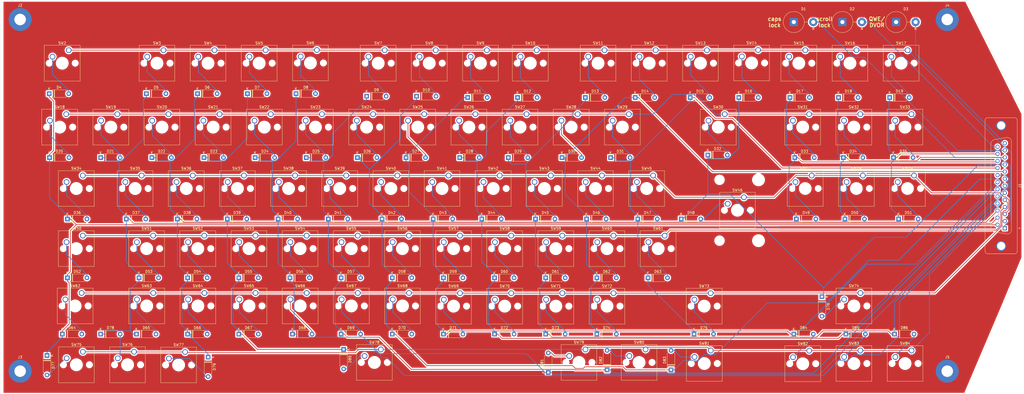
<source format=kicad_pcb>
(kicad_pcb (version 20171130) (host pcbnew 5.1.6-c6e7f7d~87~ubuntu20.04.1)
  (layers (0 F.Cu signal) (31 B.Cu signal) (34 B.Paste user) (35 F.Paste user) (36 B.SilkS user) (37 F.SilkS user) (38 B.Mask user) (39 F.Mask user) (44 Edge.Cuts user))
  (net 0 "")
  (net 1 COL1)
  (net 2 "Net-(D4-Pad2)")
  (net 3 "Net-(D5-Pad2)")
  (net 4 "Net-(D6-Pad2)")
  (net 5 COL2)
  (net 6 "Net-(D7-Pad2)")
  (net 7 "Net-(D8-Pad2)")
  (net 8 "Net-(D9-Pad2)")
  (net 9 "Net-(D10-Pad2)")
  (net 10 "Net-(D11-Pad2)")
  (net 11 "Net-(D12-Pad2)")
  (net 12 "Net-(D13-Pad2)")
  (net 13 COL3)
  (net 14 "Net-(D14-Pad2)")
  (net 15 "Net-(D15-Pad2)")
  (net 16 "Net-(D16-Pad2)")
  (net 17 "Net-(D17-Pad2)")
  (net 18 "Net-(D18-Pad2)")
  (net 19 COL4)
  (net 20 "Net-(D19-Pad2)")
  (net 21 "Net-(D20-Pad2)")
  (net 22 "Net-(D21-Pad2)")
  (net 23 "Net-(D22-Pad2)")
  (net 24 "Net-(D23-Pad2)")
  (net 25 "Net-(D24-Pad2)")
  (net 26 COL5)
  (net 27 "Net-(D25-Pad2)")
  (net 28 "Net-(D26-Pad2)")
  (net 29 "Net-(D27-Pad2)")
  (net 30 "Net-(D28-Pad2)")
  (net 31 "Net-(D29-Pad2)")
  (net 32 "Net-(D30-Pad2)")
  (net 33 COL6)
  (net 34 "Net-(D31-Pad2)")
  (net 35 "Net-(D32-Pad2)")
  (net 36 "Net-(D33-Pad2)")
  (net 37 "Net-(D34-Pad2)")
  (net 38 "Net-(D35-Pad2)")
  (net 39 "Net-(D36-Pad2)")
  (net 40 "Net-(D37-Pad2)")
  (net 41 "Net-(D38-Pad2)")
  (net 42 "Net-(D39-Pad2)")
  (net 43 COL7)
  (net 44 "Net-(D40-Pad2)")
  (net 45 "Net-(D41-Pad2)")
  (net 46 "Net-(D42-Pad2)")
  (net 47 COL8)
  (net 48 "Net-(D43-Pad2)")
  (net 49 "Net-(D44-Pad2)")
  (net 50 "Net-(D45-Pad2)")
  (net 51 "Net-(D46-Pad2)")
  (net 52 "Net-(D47-Pad2)")
  (net 53 "Net-(D48-Pad2)")
  (net 54 COL9)
  (net 55 "Net-(D49-Pad2)")
  (net 56 "Net-(D50-Pad2)")
  (net 57 "Net-(D51-Pad2)")
  (net 58 "Net-(D52-Pad2)")
  (net 59 "Net-(D53-Pad2)")
  (net 60 "Net-(D54-Pad2)")
  (net 61 COL10)
  (net 62 "Net-(D55-Pad2)")
  (net 63 "Net-(D56-Pad2)")
  (net 64 "Net-(D57-Pad2)")
  (net 65 "Net-(D58-Pad2)")
  (net 66 "Net-(D59-Pad2)")
  (net 67 "Net-(D60-Pad2)")
  (net 68 "Net-(D61-Pad2)")
  (net 69 COL11)
  (net 70 "Net-(D62-Pad2)")
  (net 71 "Net-(D63-Pad2)")
  (net 72 "Net-(D64-Pad2)")
  (net 73 "Net-(D65-Pad2)")
  (net 74 "Net-(D66-Pad2)")
  (net 75 COL12)
  (net 76 "Net-(D67-Pad2)")
  (net 77 "Net-(D68-Pad2)")
  (net 78 "Net-(D69-Pad2)")
  (net 79 "Net-(D70-Pad2)")
  (net 80 "Net-(D71-Pad2)")
  (net 81 "Net-(D72-Pad2)")
  (net 82 COL13)
  (net 83 "Net-(D73-Pad2)")
  (net 84 "Net-(D74-Pad2)")
  (net 85 "Net-(D75-Pad2)")
  (net 86 "Net-(D76-Pad2)")
  (net 87 "Net-(D77-Pad2)")
  (net 88 "Net-(D78-Pad2)")
  (net 89 COL14)
  (net 90 "Net-(D79-Pad2)")
  (net 91 "Net-(D80-Pad2)")
  (net 92 "Net-(D81-Pad2)")
  (net 93 "Net-(D82-Pad2)")
  (net 94 "Net-(D83-Pad2)")
  (net 95 "Net-(D84-Pad2)")
  (net 96 "Net-(D85-Pad2)")
  (net 97 COL15)
  (net 98 "Net-(D86-Pad2)")
  (net 99 COL16)
  (net 100 ROW5)
  (net 101 ROW6)
  (net 102 ROW1)
  (net 103 ROW2)
  (net 104 ROW3)
  (net 105 ROW4)
  (net 106 "Net-(D1-Pad2)")
  (net 107 "Net-(D2-Pad2)")
  (net 108 "Net-(D3-Pad2)")
  (net 109 /GND)
  (module Diode_THT:D_A-405_P7.62mm_Horizontal (layer F.Cu) (at 43.88 97.5)
    (fp_text reference D4 (at 3.81 -2.47) (layer F.SilkS))
    (fp_text value "1N4004-TP ")
    (fp_text user K (at 0 -1.9) (layer F.SilkS))
    (pad 1 thru_hole rect (at 0 0) (size 1.8 1.8) (drill 0.9) (layers *.Cu *.Mask) (net 1 COL1))
    (pad 2 thru_hole oval (at 7.62 0) (size 1.8 1.8) (drill 0.9) (layers *.Cu *.Mask) (net 2 "Net-(D4-Pad2)"))
  )
  (module Diode_THT:D_A-405_P7.62mm_Horizontal (layer F.Cu) (at 81.88 97.5)
    (fp_text reference D5 (at 3.81 -2.47) (layer F.SilkS))
    (fp_text value "1N4004-TP ")
    (fp_text user K (at 0 -1.9) (layer F.SilkS))
    (pad 1 thru_hole rect (at 0 0) (size 1.8 1.8) (drill 0.9) (layers *.Cu *.Mask) (net 5 COL2))
    (pad 2 thru_hole oval (at 7.62 0) (size 1.8 1.8) (drill 0.9) (layers *.Cu *.Mask) (net 3 "Net-(D5-Pad2)"))
  )
  (module Diode_THT:D_A-405_P7.62mm_Horizontal (layer F.Cu) (at 101.88 97.5)
    (fp_text reference D6 (at 3.81 -2.47) (layer F.SilkS))
    (fp_text value "1N4004-TP ")
    (fp_text user K (at 0 -1.9) (layer F.SilkS))
    (pad 2 thru_hole oval (at 7.62 0) (size 1.8 1.8) (drill 0.9) (layers *.Cu *.Mask) (net 4 "Net-(D6-Pad2)"))
    (pad 1 thru_hole rect (at 0 0) (size 1.8 1.8) (drill 0.9) (layers *.Cu *.Mask) (net 13 COL3))
  )
  (module Diode_THT:D_A-405_P7.62mm_Horizontal (layer F.Cu) (at 121.38 97.5)
    (fp_text reference D7 (at 3.81 -2.47) (layer F.SilkS))
    (fp_text value "1N4004-TP ")
    (fp_text user K (at 0 -1.9) (layer F.SilkS))
    (pad 1 thru_hole rect (at 0 0) (size 1.8 1.8) (drill 0.9) (layers *.Cu *.Mask) (net 19 COL4))
    (pad 2 thru_hole oval (at 7.62 0) (size 1.8 1.8) (drill 0.9) (layers *.Cu *.Mask) (net 6 "Net-(D7-Pad2)"))
  )
  (module Diode_THT:D_A-405_P7.62mm_Horizontal (layer F.Cu) (at 140.38 97.5)
    (fp_text reference D8 (at 3.81 -2.47) (layer F.SilkS))
    (fp_text value "1N4004-TP ")
    (fp_text user K (at 0 -1.9) (layer F.SilkS))
    (pad 2 thru_hole oval (at 7.62 0) (size 1.8 1.8) (drill 0.9) (layers *.Cu *.Mask) (net 7 "Net-(D8-Pad2)"))
    (pad 1 thru_hole rect (at 0 0) (size 1.8 1.8) (drill 0.9) (layers *.Cu *.Mask) (net 26 COL5))
  )
  (module Diode_THT:D_A-405_P7.62mm_Horizontal (layer F.Cu) (at 168 98.5)
    (fp_text reference D9 (at 3.81 -2.47) (layer F.SilkS))
    (fp_text value "1N4004-TP ")
    (fp_text user K (at 0 -1.9) (layer F.SilkS))
    (pad 1 thru_hole rect (at 0 0) (size 1.8 1.8) (drill 0.9) (layers *.Cu *.Mask) (net 33 COL6))
    (pad 2 thru_hole oval (at 7.62 0) (size 1.8 1.8) (drill 0.9) (layers *.Cu *.Mask) (net 8 "Net-(D9-Pad2)"))
  )
  (module Diode_THT:D_A-405_P7.62mm_Horizontal (layer F.Cu) (at 187.5 98.5)
    (fp_text reference D10 (at 3.81 -2.47) (layer F.SilkS))
    (fp_text value "1N4004-TP ")
    (fp_text user K (at 0 -1.9) (layer F.SilkS))
    (pad 1 thru_hole rect (at 0 0) (size 1.8 1.8) (drill 0.9) (layers *.Cu *.Mask) (net 43 COL7))
    (pad 2 thru_hole oval (at 7.62 0) (size 1.8 1.8) (drill 0.9) (layers *.Cu *.Mask) (net 9 "Net-(D10-Pad2)"))
  )
  (module Diode_THT:D_A-405_P7.62mm_Horizontal (layer F.Cu) (at 207.5 99)
    (fp_text reference D11 (at 3.81 -2.47) (layer F.SilkS))
    (fp_text value "1N4004-TP ")
    (fp_text user K (at 0 -1.9) (layer F.SilkS))
    (pad 2 thru_hole oval (at 7.62 0) (size 1.8 1.8) (drill 0.9) (layers *.Cu *.Mask) (net 10 "Net-(D11-Pad2)"))
    (pad 1 thru_hole rect (at 0 0) (size 1.8 1.8) (drill 0.9) (layers *.Cu *.Mask) (net 47 COL8))
  )
  (module Diode_THT:D_A-405_P7.62mm_Horizontal (layer F.Cu) (at 227 99)
    (fp_text reference D12 (at 3.81 -2.47) (layer F.SilkS))
    (fp_text value "1N4004-TP ")
    (fp_text user K (at 0 -1.9) (layer F.SilkS))
    (pad 1 thru_hole rect (at 0 0) (size 1.8 1.8) (drill 0.9) (layers *.Cu *.Mask) (net 54 COL9))
    (pad 2 thru_hole oval (at 7.62 0) (size 1.8 1.8) (drill 0.9) (layers *.Cu *.Mask) (net 11 "Net-(D12-Pad2)"))
  )
  (module Diode_THT:D_A-405_P7.62mm_Horizontal (layer F.Cu) (at 253.5 99)
    (fp_text reference D13 (at 3.81 -2.47) (layer F.SilkS))
    (fp_text value "1N4004-TP ")
    (fp_text user K (at 0 -1.9) (layer F.SilkS))
    (pad 2 thru_hole oval (at 7.62 0) (size 1.8 1.8) (drill 0.9) (layers *.Cu *.Mask) (net 12 "Net-(D13-Pad2)"))
    (pad 1 thru_hole rect (at 0 0) (size 1.8 1.8) (drill 0.9) (layers *.Cu *.Mask) (net 61 COL10))
  )
  (module Diode_THT:D_A-405_P7.62mm_Horizontal (layer F.Cu) (at 273 99)
    (fp_text reference D14 (at 3.81 -2.47) (layer F.SilkS))
    (fp_text value "1N4004-TP ")
    (fp_text user K (at 0 -1.9) (layer F.SilkS))
    (pad 2 thru_hole oval (at 7.62 0) (size 1.8 1.8) (drill 0.9) (layers *.Cu *.Mask) (net 14 "Net-(D14-Pad2)"))
    (pad 1 thru_hole rect (at 0 0) (size 1.8 1.8) (drill 0.9) (layers *.Cu *.Mask) (net 69 COL11))
  )
  (module Diode_THT:D_A-405_P7.62mm_Horizontal (layer F.Cu) (at 294.5 99)
    (fp_text reference D15 (at 3.81 -2.47) (layer F.SilkS))
    (fp_text value "1N4004-TP ")
    (fp_text user K (at 0 -1.9) (layer F.SilkS))
    (pad 2 thru_hole oval (at 7.62 0) (size 1.8 1.8) (drill 0.9) (layers *.Cu *.Mask) (net 15 "Net-(D15-Pad2)"))
    (pad 1 thru_hole rect (at 0 0) (size 1.8 1.8) (drill 0.9) (layers *.Cu *.Mask) (net 75 COL12))
  )
  (module Diode_THT:D_A-405_P7.62mm_Horizontal (layer F.Cu) (at 313.5 99)
    (fp_text reference D16 (at 3.81 -2.47) (layer F.SilkS))
    (fp_text value "1N4004-TP ")
    (fp_text user K (at 0 -1.9) (layer F.SilkS))
    (pad 2 thru_hole oval (at 7.62 0) (size 1.8 1.8) (drill 0.9) (layers *.Cu *.Mask) (net 16 "Net-(D16-Pad2)"))
    (pad 1 thru_hole rect (at 0 0) (size 1.8 1.8) (drill 0.9) (layers *.Cu *.Mask) (net 82 COL13))
  )
  (module Diode_THT:D_A-405_P7.62mm_Horizontal (layer F.Cu) (at 333.5 99)
    (fp_text reference D17 (at 3.81 -2.47) (layer F.SilkS))
    (fp_text value "1N4004-TP ")
    (fp_text user K (at 0 -1.9) (layer F.SilkS))
    (pad 1 thru_hole rect (at 0 0) (size 1.8 1.8) (drill 0.9) (layers *.Cu *.Mask) (net 89 COL14))
    (pad 2 thru_hole oval (at 7.62 0) (size 1.8 1.8) (drill 0.9) (layers *.Cu *.Mask) (net 17 "Net-(D17-Pad2)"))
  )
  (module Diode_THT:D_A-405_P7.62mm_Horizontal (layer F.Cu) (at 352.5 99)
    (fp_text reference D18 (at 3.81 -2.47) (layer F.SilkS))
    (fp_text value "1N4004-TP ")
    (fp_text user K (at 0 -1.9) (layer F.SilkS))
    (pad 2 thru_hole oval (at 7.62 0) (size 1.8 1.8) (drill 0.9) (layers *.Cu *.Mask) (net 18 "Net-(D18-Pad2)"))
    (pad 1 thru_hole rect (at 0 0) (size 1.8 1.8) (drill 0.9) (layers *.Cu *.Mask) (net 97 COL15))
  )
  (module Diode_THT:D_A-405_P7.62mm_Horizontal (layer F.Cu) (at 372.5 99)
    (fp_text reference D19 (at 3.81 -2.47) (layer F.SilkS))
    (fp_text value "1N4004-TP ")
    (fp_text user K (at 0 -1.9) (layer F.SilkS))
    (pad 1 thru_hole rect (at 0 0) (size 1.8 1.8) (drill 0.9) (layers *.Cu *.Mask) (net 99 COL16))
    (pad 2 thru_hole oval (at 7.62 0) (size 1.8 1.8) (drill 0.9) (layers *.Cu *.Mask) (net 20 "Net-(D19-Pad2)"))
  )
  (module Diode_THT:D_A-405_P7.62mm_Horizontal (layer F.Cu) (at 44 122.5)
    (fp_text reference D20 (at 3.81 -2.47) (layer F.SilkS))
    (fp_text value "1N4004-TP ")
    (fp_text user K (at 0 -1.9) (layer F.SilkS))
    (pad 2 thru_hole oval (at 7.62 0) (size 1.8 1.8) (drill 0.9) (layers *.Cu *.Mask) (net 21 "Net-(D20-Pad2)"))
    (pad 1 thru_hole rect (at 0 0) (size 1.8 1.8) (drill 0.9) (layers *.Cu *.Mask) (net 1 COL1))
  )
  (module Diode_THT:D_A-405_P7.62mm_Horizontal (layer F.Cu) (at 64 122.5)
    (fp_text reference D21 (at 3.81 -2.47) (layer F.SilkS))
    (fp_text value "1N4004-TP ")
    (fp_text user K (at 0 -1.9) (layer F.SilkS))
    (pad 2 thru_hole oval (at 7.62 0) (size 1.8 1.8) (drill 0.9) (layers *.Cu *.Mask) (net 22 "Net-(D21-Pad2)"))
    (pad 1 thru_hole rect (at 0 0) (size 1.8 1.8) (drill 0.9) (layers *.Cu *.Mask) (net 5 COL2))
  )
  (module Diode_THT:D_A-405_P7.62mm_Horizontal (layer F.Cu) (at 84 122.5)
    (fp_text reference D22 (at 3.81 -2.47) (layer F.SilkS))
    (fp_text value "1N4004-TP ")
    (fp_text user K (at 0 -1.9) (layer F.SilkS))
    (pad 2 thru_hole oval (at 7.62 0) (size 1.8 1.8) (drill 0.9) (layers *.Cu *.Mask) (net 23 "Net-(D22-Pad2)"))
    (pad 1 thru_hole rect (at 0 0) (size 1.8 1.8) (drill 0.9) (layers *.Cu *.Mask) (net 13 COL3))
  )
  (module Diode_THT:D_A-405_P7.62mm_Horizontal (layer F.Cu) (at 104.38 122.5)
    (fp_text reference D23 (at 3.81 -2.47) (layer F.SilkS))
    (fp_text value "1N4004-TP ")
    (fp_text user K (at 0 -1.9) (layer F.SilkS))
    (pad 1 thru_hole rect (at 0 0) (size 1.8 1.8) (drill 0.9) (layers *.Cu *.Mask) (net 19 COL4))
    (pad 2 thru_hole oval (at 7.62 0) (size 1.8 1.8) (drill 0.9) (layers *.Cu *.Mask) (net 24 "Net-(D23-Pad2)"))
  )
  (module Diode_THT:D_A-405_P7.62mm_Horizontal (layer F.Cu) (at 124.38 122.5)
    (fp_text reference D24 (at 3.81 -2.47) (layer F.SilkS))
    (fp_text value "1N4004-TP ")
    (fp_text user K (at 0 -1.9) (layer F.SilkS))
    (pad 2 thru_hole oval (at 7.62 0) (size 1.8 1.8) (drill 0.9) (layers *.Cu *.Mask) (net 25 "Net-(D24-Pad2)"))
    (pad 1 thru_hole rect (at 0 0) (size 1.8 1.8) (drill 0.9) (layers *.Cu *.Mask) (net 26 COL5))
  )
  (module Diode_THT:D_A-405_P7.62mm_Horizontal (layer F.Cu) (at 144.38 122.5)
    (fp_text reference D25 (at 3.81 -2.47) (layer F.SilkS))
    (fp_text value "1N4004-TP ")
    (fp_text user K (at 0 -1.9) (layer F.SilkS))
    (pad 1 thru_hole rect (at 0 0) (size 1.8 1.8) (drill 0.9) (layers *.Cu *.Mask) (net 33 COL6))
    (pad 2 thru_hole oval (at 7.62 0) (size 1.8 1.8) (drill 0.9) (layers *.Cu *.Mask) (net 27 "Net-(D25-Pad2)"))
  )
  (module Diode_THT:D_A-405_P7.62mm_Horizontal (layer F.Cu) (at 164.38 122.5)
    (fp_text reference D26 (at 3.81 -2.47) (layer F.SilkS))
    (fp_text value "1N4004-TP ")
    (fp_text user K (at 0 -1.9) (layer F.SilkS))
    (pad 1 thru_hole rect (at 0 0) (size 1.8 1.8) (drill 0.9) (layers *.Cu *.Mask) (net 43 COL7))
    (pad 2 thru_hole oval (at 7.62 0) (size 1.8 1.8) (drill 0.9) (layers *.Cu *.Mask) (net 28 "Net-(D26-Pad2)"))
  )
  (module Diode_THT:D_A-405_P7.62mm_Horizontal (layer F.Cu) (at 183.38 122.5)
    (fp_text reference D27 (at 3.81 -2.47) (layer F.SilkS))
    (fp_text value "1N4004-TP ")
    (fp_text user K (at 0 -1.9) (layer F.SilkS))
    (pad 1 thru_hole rect (at 0 0) (size 1.8 1.8) (drill 0.9) (layers *.Cu *.Mask) (net 47 COL8))
    (pad 2 thru_hole oval (at 7.62 0) (size 1.8 1.8) (drill 0.9) (layers *.Cu *.Mask) (net 29 "Net-(D27-Pad2)"))
  )
  (module Diode_THT:D_A-405_P7.62mm_Horizontal (layer F.Cu) (at 204.38 122.5)
    (fp_text reference D28 (at 3.81 -2.47) (layer F.SilkS))
    (fp_text value "1N4004-TP ")
    (fp_text user K (at 0 -1.9) (layer F.SilkS))
    (pad 1 thru_hole rect (at 0 0) (size 1.8 1.8) (drill 0.9) (layers *.Cu *.Mask) (net 54 COL9))
    (pad 2 thru_hole oval (at 7.62 0) (size 1.8 1.8) (drill 0.9) (layers *.Cu *.Mask) (net 30 "Net-(D28-Pad2)"))
  )
  (module Diode_THT:D_A-405_P7.62mm_Horizontal (layer F.Cu) (at 223.38 122.5)
    (fp_text reference D29 (at 3.81 -2.47) (layer F.SilkS))
    (fp_text value "1N4004-TP ")
    (fp_text user K (at 0 -1.9) (layer F.SilkS))
    (pad 2 thru_hole oval (at 7.62 0) (size 1.8 1.8) (drill 0.9) (layers *.Cu *.Mask) (net 31 "Net-(D29-Pad2)"))
    (pad 1 thru_hole rect (at 0 0) (size 1.8 1.8) (drill 0.9) (layers *.Cu *.Mask) (net 61 COL10))
  )
  (module Diode_THT:D_A-405_P7.62mm_Horizontal (layer F.Cu) (at 244.38 122.5)
    (fp_text reference D30 (at 3.81 -2.47) (layer F.SilkS))
    (fp_text value "1N4004-TP ")
    (fp_text user K (at 0 -1.9) (layer F.SilkS))
    (pad 1 thru_hole rect (at 0 0) (size 1.8 1.8) (drill 0.9) (layers *.Cu *.Mask) (net 69 COL11))
    (pad 2 thru_hole oval (at 7.62 0) (size 1.8 1.8) (drill 0.9) (layers *.Cu *.Mask) (net 32 "Net-(D30-Pad2)"))
  )
  (module Diode_THT:D_A-405_P7.62mm_Horizontal (layer F.Cu) (at 263.38 122.5)
    (fp_text reference D31 (at 3.81 -2.47) (layer F.SilkS))
    (fp_text value "1N4004-TP ")
    (fp_text user K (at 0 -1.9) (layer F.SilkS))
    (pad 1 thru_hole rect (at 0 0) (size 1.8 1.8) (drill 0.9) (layers *.Cu *.Mask) (net 75 COL12))
    (pad 2 thru_hole oval (at 7.62 0) (size 1.8 1.8) (drill 0.9) (layers *.Cu *.Mask) (net 34 "Net-(D31-Pad2)"))
  )
  (module Diode_THT:D_A-405_P7.62mm_Horizontal (layer F.Cu) (at 301.38 121.5)
    (fp_text reference D32 (at 3.81 -2.47) (layer F.SilkS))
    (fp_text value "1N4004-TP ")
    (fp_text user K (at 0 -1.9) (layer F.SilkS))
    (pad 2 thru_hole oval (at 7.62 0) (size 1.8 1.8) (drill 0.9) (layers *.Cu *.Mask) (net 35 "Net-(D32-Pad2)"))
    (pad 1 thru_hole rect (at 0 0) (size 1.8 1.8) (drill 0.9) (layers *.Cu *.Mask) (net 82 COL13))
  )
  (module Diode_THT:D_A-405_P7.62mm_Horizontal (layer F.Cu) (at 335.38 122.5)
    (fp_text reference D33 (at 3.81 -2.47) (layer F.SilkS))
    (fp_text value "1N4004-TP ")
    (fp_text user K (at 0 -1.9) (layer F.SilkS))
    (pad 2 thru_hole oval (at 7.62 0) (size 1.8 1.8) (drill 0.9) (layers *.Cu *.Mask) (net 36 "Net-(D33-Pad2)"))
    (pad 1 thru_hole rect (at 0 0) (size 1.8 1.8) (drill 0.9) (layers *.Cu *.Mask) (net 89 COL14))
  )
  (module Diode_THT:D_A-405_P7.62mm_Horizontal (layer F.Cu) (at 354.38 122.5)
    (fp_text reference D34 (at 3.81 -2.47) (layer F.SilkS))
    (fp_text value "1N4004-TP ")
    (fp_text user K (at 0 -1.9) (layer F.SilkS))
    (pad 2 thru_hole oval (at 7.62 0) (size 1.8 1.8) (drill 0.9) (layers *.Cu *.Mask) (net 37 "Net-(D34-Pad2)"))
    (pad 1 thru_hole rect (at 0 0) (size 1.8 1.8) (drill 0.9) (layers *.Cu *.Mask) (net 97 COL15))
  )
  (module Diode_THT:D_A-405_P7.62mm_Horizontal (layer F.Cu) (at 374 122.5)
    (fp_text reference D35 (at 3.81 -2.47) (layer F.SilkS))
    (fp_text value "1N4004-TP ")
    (fp_text user K (at 0 -1.9) (layer F.SilkS))
    (pad 1 thru_hole rect (at 0 0) (size 1.8 1.8) (drill 0.9) (layers *.Cu *.Mask) (net 99 COL16))
    (pad 2 thru_hole oval (at 7.62 0) (size 1.8 1.8) (drill 0.9) (layers *.Cu *.Mask) (net 38 "Net-(D35-Pad2)"))
  )
  (module Diode_THT:D_A-405_P7.62mm_Horizontal (layer F.Cu) (at 51 146.5)
    (fp_text reference D36 (at 3.81 -2.47) (layer F.SilkS))
    (fp_text value "1N4004-TP ")
    (fp_text user K (at 0 -1.9) (layer F.SilkS))
    (pad 1 thru_hole rect (at 0 0) (size 1.8 1.8) (drill 0.9) (layers *.Cu *.Mask) (net 1 COL1))
    (pad 2 thru_hole oval (at 7.62 0) (size 1.8 1.8) (drill 0.9) (layers *.Cu *.Mask) (net 39 "Net-(D36-Pad2)"))
  )
  (module Diode_THT:D_A-405_P7.62mm_Horizontal (layer F.Cu) (at 74 146.5)
    (fp_text reference D37 (at 3.81 -2.47) (layer F.SilkS))
    (fp_text value "1N4004-TP ")
    (fp_text user K (at 0 -1.9) (layer F.SilkS))
    (pad 2 thru_hole oval (at 7.62 0) (size 1.8 1.8) (drill 0.9) (layers *.Cu *.Mask) (net 40 "Net-(D37-Pad2)"))
    (pad 1 thru_hole rect (at 0 0) (size 1.8 1.8) (drill 0.9) (layers *.Cu *.Mask) (net 5 COL2))
  )
  (module Diode_THT:D_A-405_P7.62mm_Horizontal (layer F.Cu) (at 94 146.5)
    (fp_text reference D38 (at 3.81 -2.47) (layer F.SilkS))
    (fp_text value "1N4004-TP ")
    (fp_text user K (at 0 -1.9) (layer F.SilkS))
    (pad 2 thru_hole oval (at 7.62 0) (size 1.8 1.8) (drill 0.9) (layers *.Cu *.Mask) (net 41 "Net-(D38-Pad2)"))
    (pad 1 thru_hole rect (at 0 0) (size 1.8 1.8) (drill 0.9) (layers *.Cu *.Mask) (net 13 COL3))
  )
  (module Diode_THT:D_A-405_P7.62mm_Horizontal (layer F.Cu) (at 113.5 146.5)
    (fp_text reference D39 (at 3.81 -2.47) (layer F.SilkS))
    (fp_text value "1N4004-TP ")
    (fp_text user K (at 0 -1.9) (layer F.SilkS))
    (pad 2 thru_hole oval (at 7.62 0) (size 1.8 1.8) (drill 0.9) (layers *.Cu *.Mask) (net 42 "Net-(D39-Pad2)"))
    (pad 1 thru_hole rect (at 0 0) (size 1.8 1.8) (drill 0.9) (layers *.Cu *.Mask) (net 19 COL4))
  )
  (module Diode_THT:D_A-405_P7.62mm_Horizontal (layer F.Cu) (at 133.38 146.5)
    (fp_text reference D40 (at 3.81 -2.47) (layer F.SilkS))
    (fp_text value "1N4004-TP ")
    (fp_text user K (at 0 -1.9) (layer F.SilkS))
    (pad 2 thru_hole oval (at 7.62 0) (size 1.8 1.8) (drill 0.9) (layers *.Cu *.Mask) (net 44 "Net-(D40-Pad2)"))
    (pad 1 thru_hole rect (at 0 0) (size 1.8 1.8) (drill 0.9) (layers *.Cu *.Mask) (net 26 COL5))
  )
  (module Diode_THT:D_A-405_P7.62mm_Horizontal (layer F.Cu) (at 153 146.5)
    (fp_text reference D41 (at 3.81 -2.47) (layer F.SilkS))
    (fp_text value "1N4004-TP ")
    (fp_text user K (at 0 -1.9) (layer F.SilkS))
    (pad 2 thru_hole oval (at 7.62 0) (size 1.8 1.8) (drill 0.9) (layers *.Cu *.Mask) (net 45 "Net-(D41-Pad2)"))
    (pad 1 thru_hole rect (at 0 0) (size 1.8 1.8) (drill 0.9) (layers *.Cu *.Mask) (net 33 COL6))
  )
  (module Diode_THT:D_A-405_P7.62mm_Horizontal (layer F.Cu) (at 174 146.5)
    (fp_text reference D42 (at 3.81 -2.47) (layer F.SilkS))
    (fp_text value "1N4004-TP ")
    (fp_text user K (at 0 -1.9) (layer F.SilkS))
    (pad 1 thru_hole rect (at 0 0) (size 1.8 1.8) (drill 0.9) (layers *.Cu *.Mask) (net 43 COL7))
    (pad 2 thru_hole oval (at 7.62 0) (size 1.8 1.8) (drill 0.9) (layers *.Cu *.Mask) (net 46 "Net-(D42-Pad2)"))
  )
  (module Diode_THT:D_A-405_P7.62mm_Horizontal (layer F.Cu) (at 194 146.5)
    (fp_text reference D43 (at 3.81 -2.47) (layer F.SilkS))
    (fp_text value "1N4004-TP ")
    (fp_text user K (at 0 -1.9) (layer F.SilkS))
    (pad 1 thru_hole rect (at 0 0) (size 1.8 1.8) (drill 0.9) (layers *.Cu *.Mask) (net 47 COL8))
    (pad 2 thru_hole oval (at 7.62 0) (size 1.8 1.8) (drill 0.9) (layers *.Cu *.Mask) (net 48 "Net-(D43-Pad2)"))
  )
  (module Diode_THT:D_A-405_P7.62mm_Horizontal (layer F.Cu) (at 213 146.5)
    (fp_text reference D44 (at 3.81 -2.47) (layer F.SilkS))
    (fp_text value "1N4004-TP ")
    (fp_text user K (at 0 -1.9) (layer F.SilkS))
    (pad 1 thru_hole rect (at 0 0) (size 1.8 1.8) (drill 0.9) (layers *.Cu *.Mask) (net 54 COL9))
    (pad 2 thru_hole oval (at 7.62 0) (size 1.8 1.8) (drill 0.9) (layers *.Cu *.Mask) (net 49 "Net-(D44-Pad2)"))
  )
  (module Diode_THT:D_A-405_P7.62mm_Horizontal (layer F.Cu) (at 234 146.5)
    (fp_text reference D45 (at 3.81 -2.47) (layer F.SilkS))
    (fp_text value "1N4004-TP ")
    (fp_text user K (at 0 -1.9) (layer F.SilkS))
    (pad 1 thru_hole rect (at 0 0) (size 1.8 1.8) (drill 0.9) (layers *.Cu *.Mask) (net 61 COL10))
    (pad 2 thru_hole oval (at 7.62 0) (size 1.8 1.8) (drill 0.9) (layers *.Cu *.Mask) (net 50 "Net-(D45-Pad2)"))
  )
  (module Diode_THT:D_A-405_P7.62mm_Horizontal (layer F.Cu) (at 254 146.5)
    (fp_text reference D46 (at 3.81 -2.47) (layer F.SilkS))
    (fp_text value "1N4004-TP ")
    (fp_text user K (at 0 -1.9) (layer F.SilkS))
    (pad 1 thru_hole rect (at 0 0) (size 1.8 1.8) (drill 0.9) (layers *.Cu *.Mask) (net 69 COL11))
    (pad 2 thru_hole oval (at 7.62 0) (size 1.8 1.8) (drill 0.9) (layers *.Cu *.Mask) (net 51 "Net-(D46-Pad2)"))
  )
  (module Diode_THT:D_A-405_P7.62mm_Horizontal (layer F.Cu) (at 274 146.5)
    (fp_text reference D47 (at 3.81 -2.47) (layer F.SilkS))
    (fp_text value "1N4004-TP ")
    (fp_text user K (at 0 -1.9) (layer F.SilkS))
    (pad 1 thru_hole rect (at 0 0) (size 1.8 1.8) (drill 0.9) (layers *.Cu *.Mask) (net 75 COL12))
    (pad 2 thru_hole oval (at 7.62 0) (size 1.8 1.8) (drill 0.9) (layers *.Cu *.Mask) (net 52 "Net-(D47-Pad2)"))
  )
  (module Diode_THT:D_A-405_P7.62mm_Horizontal (layer F.Cu) (at 291 146.5)
    (fp_text reference D48 (at 3.81 -2.47) (layer F.SilkS))
    (fp_text value "1N4004-TP ")
    (fp_text user K (at 0 -1.9) (layer F.SilkS))
    (pad 2 thru_hole oval (at 7.62 0) (size 1.8 1.8) (drill 0.9) (layers *.Cu *.Mask) (net 53 "Net-(D48-Pad2)"))
    (pad 1 thru_hole rect (at 0 0) (size 1.8 1.8) (drill 0.9) (layers *.Cu *.Mask) (net 82 COL13))
  )
  (module Diode_THT:D_A-405_P7.62mm_Horizontal (layer F.Cu) (at 336 146.5)
    (fp_text reference D49 (at 3.81 -2.47) (layer F.SilkS))
    (fp_text value "1N4004-TP ")
    (fp_text user K (at 0 -1.9) (layer F.SilkS))
    (pad 1 thru_hole rect (at 0 0) (size 1.8 1.8) (drill 0.9) (layers *.Cu *.Mask) (net 89 COL14))
    (pad 2 thru_hole oval (at 7.62 0) (size 1.8 1.8) (drill 0.9) (layers *.Cu *.Mask) (net 55 "Net-(D49-Pad2)"))
  )
  (module Diode_THT:D_A-405_P7.62mm_Horizontal (layer F.Cu) (at 355 146.5)
    (fp_text reference D50 (at 3.81 -2.47) (layer F.SilkS))
    (fp_text value "1N4004-TP ")
    (fp_text user K (at 0 -1.9) (layer F.SilkS))
    (pad 2 thru_hole oval (at 7.62 0) (size 1.8 1.8) (drill 0.9) (layers *.Cu *.Mask) (net 56 "Net-(D50-Pad2)"))
    (pad 1 thru_hole rect (at 0 0) (size 1.8 1.8) (drill 0.9) (layers *.Cu *.Mask) (net 97 COL15))
  )
  (module Diode_THT:D_A-405_P7.62mm_Horizontal (layer F.Cu) (at 376 146.5)
    (fp_text reference D51 (at 3.81 -2.47) (layer F.SilkS))
    (fp_text value "1N4004-TP ")
    (fp_text user K (at 0 -1.9) (layer F.SilkS))
    (pad 2 thru_hole oval (at 7.62 0) (size 1.8 1.8) (drill 0.9) (layers *.Cu *.Mask) (net 57 "Net-(D51-Pad2)"))
    (pad 1 thru_hole rect (at 0 0) (size 1.8 1.8) (drill 0.9) (layers *.Cu *.Mask) (net 99 COL16))
  )
  (module Diode_THT:D_A-405_P7.62mm_Horizontal (layer F.Cu) (at 51 169.5)
    (fp_text reference D52 (at 3.81 -2.47) (layer F.SilkS))
    (fp_text value "1N4004-TP ")
    (fp_text user K (at 0 -1.9) (layer F.SilkS))
    (pad 2 thru_hole oval (at 7.62 0) (size 1.8 1.8) (drill 0.9) (layers *.Cu *.Mask) (net 58 "Net-(D52-Pad2)"))
    (pad 1 thru_hole rect (at 0 0) (size 1.8 1.8) (drill 0.9) (layers *.Cu *.Mask) (net 1 COL1))
  )
  (module Diode_THT:D_A-405_P7.62mm_Horizontal (layer F.Cu) (at 79 169.5)
    (fp_text reference D53 (at 3.81 -2.47) (layer F.SilkS))
    (fp_text value "1N4004-TP ")
    (fp_text user K (at 0 -1.9) (layer F.SilkS))
    (pad 2 thru_hole oval (at 7.62 0) (size 1.8 1.8) (drill 0.9) (layers *.Cu *.Mask) (net 59 "Net-(D53-Pad2)"))
    (pad 1 thru_hole rect (at 0 0) (size 1.8 1.8) (drill 0.9) (layers *.Cu *.Mask) (net 5 COL2))
  )
  (module Diode_THT:D_A-405_P7.62mm_Horizontal (layer F.Cu) (at 98 169.5)
    (fp_text reference D54 (at 3.81 -2.47) (layer F.SilkS))
    (fp_text value "1N4004-TP ")
    (fp_text user K (at 0 -1.9) (layer F.SilkS))
    (pad 1 thru_hole rect (at 0 0) (size 1.8 1.8) (drill 0.9) (layers *.Cu *.Mask) (net 13 COL3))
    (pad 2 thru_hole oval (at 7.62 0) (size 1.8 1.8) (drill 0.9) (layers *.Cu *.Mask) (net 60 "Net-(D54-Pad2)"))
  )
  (module Diode_THT:D_A-405_P7.62mm_Horizontal (layer F.Cu) (at 118 169.5)
    (fp_text reference D55 (at 3.81 -2.47) (layer F.SilkS))
    (fp_text value "1N4004-TP ")
    (fp_text user K (at 0 -1.9) (layer F.SilkS))
    (pad 1 thru_hole rect (at 0 0) (size 1.8 1.8) (drill 0.9) (layers *.Cu *.Mask) (net 19 COL4))
    (pad 2 thru_hole oval (at 7.62 0) (size 1.8 1.8) (drill 0.9) (layers *.Cu *.Mask) (net 62 "Net-(D55-Pad2)"))
  )
  (module Diode_THT:D_A-405_P7.62mm_Horizontal (layer F.Cu) (at 138 169.5)
    (fp_text reference D56 (at 3.81 -2.47) (layer F.SilkS))
    (fp_text value "1N4004-TP ")
    (fp_text user K (at 0 -1.9) (layer F.SilkS))
    (pad 2 thru_hole oval (at 7.62 0) (size 1.8 1.8) (drill 0.9) (layers *.Cu *.Mask) (net 63 "Net-(D56-Pad2)"))
    (pad 1 thru_hole rect (at 0 0) (size 1.8 1.8) (drill 0.9) (layers *.Cu *.Mask) (net 26 COL5))
  )
  (module Diode_THT:D_A-405_P7.62mm_Horizontal (layer F.Cu) (at 158 169.5)
    (fp_text reference D57 (at 3.81 -2.47) (layer F.SilkS))
    (fp_text value "1N4004-TP ")
    (fp_text user K (at 0 -1.9) (layer F.SilkS))
    (pad 2 thru_hole oval (at 7.62 0) (size 1.8 1.8) (drill 0.9) (layers *.Cu *.Mask) (net 64 "Net-(D57-Pad2)"))
    (pad 1 thru_hole rect (at 0 0) (size 1.8 1.8) (drill 0.9) (layers *.Cu *.Mask) (net 33 COL6))
  )
  (module Diode_THT:D_A-405_P7.62mm_Horizontal (layer F.Cu) (at 178 169.5)
    (fp_text reference D58 (at 3.81 -2.47) (layer F.SilkS))
    (fp_text value "1N4004-TP ")
    (fp_text user K (at 0 -1.9) (layer F.SilkS))
    (pad 2 thru_hole oval (at 7.62 0) (size 1.8 1.8) (drill 0.9) (layers *.Cu *.Mask) (net 65 "Net-(D58-Pad2)"))
    (pad 1 thru_hole rect (at 0 0) (size 1.8 1.8) (drill 0.9) (layers *.Cu *.Mask) (net 43 COL7))
  )
  (module Diode_THT:D_A-405_P7.62mm_Horizontal (layer F.Cu) (at 198 169.5)
    (fp_text reference D59 (at 3.81 -2.47) (layer F.SilkS))
    (fp_text value "1N4004-TP ")
    (fp_text user K (at 0 -1.9) (layer F.SilkS))
    (pad 2 thru_hole oval (at 7.62 0) (size 1.8 1.8) (drill 0.9) (layers *.Cu *.Mask) (net 66 "Net-(D59-Pad2)"))
    (pad 1 thru_hole rect (at 0 0) (size 1.8 1.8) (drill 0.9) (layers *.Cu *.Mask) (net 47 COL8))
  )
  (module Diode_THT:D_A-405_P7.62mm_Horizontal (layer F.Cu) (at 218 169.5)
    (fp_text reference D60 (at 3.81 -2.47) (layer F.SilkS))
    (fp_text value "1N4004-TP ")
    (fp_text user K (at 0 -1.9) (layer F.SilkS))
    (pad 1 thru_hole rect (at 0 0) (size 1.8 1.8) (drill 0.9) (layers *.Cu *.Mask) (net 54 COL9))
    (pad 2 thru_hole oval (at 7.62 0) (size 1.8 1.8) (drill 0.9) (layers *.Cu *.Mask) (net 67 "Net-(D60-Pad2)"))
  )
  (module Diode_THT:D_A-405_P7.62mm_Horizontal (layer F.Cu) (at 78 191.5)
    (fp_text reference D65 (at 3.81 -2.47) (layer F.SilkS))
    (fp_text value "1N4004-TP ")
    (fp_text user K (at 0 -1.9) (layer F.SilkS))
    (pad 1 thru_hole rect (at 0 0) (size 1.8 1.8) (drill 0.9) (layers *.Cu *.Mask) (net 5 COL2))
    (pad 2 thru_hole oval (at 7.62 0) (size 1.8 1.8) (drill 0.9) (layers *.Cu *.Mask) (net 73 "Net-(D65-Pad2)"))
  )
  (module Diode_THT:D_A-405_P7.62mm_Horizontal (layer F.Cu) (at 98 191.5)
    (fp_text reference D66 (at 3.81 -2.47) (layer F.SilkS))
    (fp_text value "1N4004-TP ")
    (fp_text user K (at 0 -1.9) (layer F.SilkS))
    (pad 2 thru_hole oval (at 7.62 0) (size 1.8 1.8) (drill 0.9) (layers *.Cu *.Mask) (net 74 "Net-(D66-Pad2)"))
    (pad 1 thru_hole rect (at 0 0) (size 1.8 1.8) (drill 0.9) (layers *.Cu *.Mask) (net 13 COL3))
  )
  (module Diode_THT:D_A-405_P7.62mm_Horizontal (layer F.Cu) (at 118 191.5)
    (fp_text reference D67 (at 3.81 -2.47) (layer F.SilkS))
    (fp_text value "1N4004-TP ")
    (fp_text user K (at 0 -1.9) (layer F.SilkS))
    (pad 1 thru_hole rect (at 0 0) (size 1.8 1.8) (drill 0.9) (layers *.Cu *.Mask) (net 19 COL4))
    (pad 2 thru_hole oval (at 7.62 0) (size 1.8 1.8) (drill 0.9) (layers *.Cu *.Mask) (net 76 "Net-(D67-Pad2)"))
  )
  (module Diode_THT:D_A-405_P7.62mm_Horizontal (layer F.Cu) (at 139 191.5)
    (fp_text reference D68 (at 3.81 -2.47) (layer F.SilkS))
    (fp_text value "1N4004-TP ")
    (fp_text user K (at 0 -1.9) (layer F.SilkS))
    (pad 1 thru_hole rect (at 0 0) (size 1.8 1.8) (drill 0.9) (layers *.Cu *.Mask) (net 26 COL5))
    (pad 2 thru_hole oval (at 7.62 0) (size 1.8 1.8) (drill 0.9) (layers *.Cu *.Mask) (net 77 "Net-(D68-Pad2)"))
  )
  (module Diode_THT:D_A-405_P7.62mm_Horizontal (layer F.Cu) (at 158 191.5)
    (fp_text reference D69 (at 3.81 -2.47) (layer F.SilkS))
    (fp_text value "1N4004-TP ")
    (fp_text user K (at 0 -1.9) (layer F.SilkS))
    (pad 2 thru_hole oval (at 7.62 0) (size 1.8 1.8) (drill 0.9) (layers *.Cu *.Mask) (net 78 "Net-(D69-Pad2)"))
    (pad 1 thru_hole rect (at 0 0) (size 1.8 1.8) (drill 0.9) (layers *.Cu *.Mask) (net 33 COL6))
  )
  (module Diode_THT:D_A-405_P7.62mm_Horizontal (layer F.Cu) (at 178 191.5)
    (fp_text reference D70 (at 3.81 -2.47) (layer F.SilkS))
    (fp_text value "1N4004-TP ")
    (fp_text user K (at 0 -1.9) (layer F.SilkS))
    (pad 2 thru_hole oval (at 7.62 0) (size 1.8 1.8) (drill 0.9) (layers *.Cu *.Mask) (net 79 "Net-(D70-Pad2)"))
    (pad 1 thru_hole rect (at 0 0) (size 1.8 1.8) (drill 0.9) (layers *.Cu *.Mask) (net 43 COL7))
  )
  (module Diode_THT:D_A-405_P7.62mm_Horizontal (layer F.Cu) (at 198 191.5)
    (fp_text reference D71 (at 3.81 -2.47) (layer F.SilkS))
    (fp_text value "1N4004-TP ")
    (fp_text user K (at 0 -1.9) (layer F.SilkS))
    (pad 2 thru_hole oval (at 7.62 0) (size 1.8 1.8) (drill 0.9) (layers *.Cu *.Mask) (net 80 "Net-(D71-Pad2)"))
    (pad 1 thru_hole rect (at 0 0) (size 1.8 1.8) (drill 0.9) (layers *.Cu *.Mask) (net 47 COL8))
  )
  (module Diode_THT:D_A-405_P7.62mm_Horizontal (layer F.Cu) (at 218 191.5)
    (fp_text reference D72 (at 3.81 -2.47) (layer F.SilkS))
    (fp_text value "1N4004-TP ")
    (fp_text user K (at 0 -1.9) (layer F.SilkS))
    (pad 1 thru_hole rect (at 0 0) (size 1.8 1.8) (drill 0.9) (layers *.Cu *.Mask) (net 54 COL9))
    (pad 2 thru_hole oval (at 7.62 0) (size 1.8 1.8) (drill 0.9) (layers *.Cu *.Mask) (net 81 "Net-(D72-Pad2)"))
  )
  (module Diode_THT:D_A-405_P7.62mm_Horizontal (layer F.Cu) (at 238 191.5)
    (fp_text reference D73 (at 3.81 -2.47) (layer F.SilkS))
    (fp_text value "1N4004-TP ")
    (fp_text user K (at 0 -1.9) (layer F.SilkS))
    (pad 1 thru_hole rect (at 0 0) (size 1.8 1.8) (drill 0.9) (layers *.Cu *.Mask) (net 61 COL10))
    (pad 2 thru_hole oval (at 7.62 0) (size 1.8 1.8) (drill 0.9) (layers *.Cu *.Mask) (net 83 "Net-(D73-Pad2)"))
  )
  (module Diode_THT:D_A-405_P7.62mm_Horizontal (layer F.Cu) (at 258 191.5)
    (fp_text reference D74 (at 3.81 -2.47) (layer F.SilkS))
    (fp_text value "1N4004-TP ")
    (fp_text user K (at 0 -1.9) (layer F.SilkS))
    (pad 1 thru_hole rect (at 0 0) (size 1.8 1.8) (drill 0.9) (layers *.Cu *.Mask) (net 69 COL11))
    (pad 2 thru_hole oval (at 7.62 0) (size 1.8 1.8) (drill 0.9) (layers *.Cu *.Mask) (net 84 "Net-(D74-Pad2)"))
  )
  (module Diode_THT:D_A-405_P7.62mm_Horizontal (layer F.Cu) (at 296 191.5)
    (fp_text reference D75 (at 3.81 -2.47) (layer F.SilkS))
    (fp_text value "1N4004-TP ")
    (fp_text user K (at 0 -1.9) (layer F.SilkS))
    (pad 1 thru_hole rect (at 0 0) (size 1.8 1.8) (drill 0.9) (layers *.Cu *.Mask) (net 75 COL12))
    (pad 2 thru_hole oval (at 7.62 0) (size 1.8 1.8) (drill 0.9) (layers *.Cu *.Mask) (net 85 "Net-(D75-Pad2)"))
  )
  (module Diode_THT:D_A-405_P7.62mm_Horizontal (layer F.Cu) (at 346 176.88 270)
    (fp_text reference D76 (at 3.81 -2.47 90) (layer F.SilkS))
    (fp_text value "1N4004-TP ")
    (fp_text user K (at 0 -1.9 90) (layer F.SilkS))
    (pad 2 thru_hole oval (at 7.62 0 270) (size 1.8 1.8) (drill 0.9) (layers *.Cu *.Mask) (net 86 "Net-(D76-Pad2)"))
    (pad 1 thru_hole rect (at 0 0 270) (size 1.8 1.8) (drill 0.9) (layers *.Cu *.Mask) (net 82 COL13))
  )
  (module Diode_THT:D_A-405_P7.62mm_Horizontal (layer F.Cu) (at 43 199.88 270)
    (fp_text reference D77 (at 3.81 -2.47 90) (layer F.SilkS))
    (fp_text value "1N4004-TP ")
    (fp_text user K (at 0 -1.9 90) (layer F.SilkS))
    (pad 2 thru_hole oval (at 7.62 0 270) (size 1.8 1.8) (drill 0.9) (layers *.Cu *.Mask) (net 87 "Net-(D77-Pad2)"))
    (pad 1 thru_hole rect (at 0 0 270) (size 1.8 1.8) (drill 0.9) (layers *.Cu *.Mask) (net 1 COL1))
  )
  (module Diode_THT:D_A-405_P7.62mm_Horizontal (layer F.Cu) (at 239 206.5 90)
    (fp_text reference D81 (at 3.81 -2.47 90) (layer F.SilkS))
    (fp_text value "1N4004-TP ")
    (fp_text user K (at 0 -1.9 90) (layer F.SilkS))
    (pad 1 thru_hole rect (at 0 0 90) (size 1.8 1.8) (drill 0.9) (layers *.Cu *.Mask) (net 26 COL5))
    (pad 2 thru_hole oval (at 7.62 0 90) (size 1.8 1.8) (drill 0.9) (layers *.Cu *.Mask) (net 92 "Net-(D81-Pad2)"))
  )
  (module Diode_THT:D_A-405_P7.62mm_Horizontal (layer F.Cu) (at 262 205.5 90)
    (fp_text reference D82 (at 3.81 -2.47 90) (layer F.SilkS))
    (fp_text value "1N4004-TP ")
    (fp_text user K (at 0 -1.9 90) (layer F.SilkS))
    (pad 1 thru_hole rect (at 0 0 90) (size 1.8 1.8) (drill 0.9) (layers *.Cu *.Mask) (net 33 COL6))
    (pad 2 thru_hole oval (at 7.62 0 90) (size 1.8 1.8) (drill 0.9) (layers *.Cu *.Mask) (net 93 "Net-(D82-Pad2)"))
  )
  (module Diode_THT:D_A-405_P7.62mm_Horizontal (layer F.Cu) (at 287 205.5 90)
    (fp_text reference D83 (at 3.81 -2.47 90) (layer F.SilkS))
    (fp_text value "1N4004-TP ")
    (fp_text user K (at 0 -1.9 90) (layer F.SilkS))
    (pad 2 thru_hole oval (at 7.62 0 90) (size 1.8 1.8) (drill 0.9) (layers *.Cu *.Mask) (net 94 "Net-(D83-Pad2)"))
    (pad 1 thru_hole rect (at 0 0 90) (size 1.8 1.8) (drill 0.9) (layers *.Cu *.Mask) (net 43 COL7))
  )
  (module Diode_THT:D_A-405_P7.62mm_Horizontal (layer F.Cu) (at 335 191.5)
    (fp_text reference D84 (at 3.81 -2.47) (layer F.SilkS))
    (fp_text value "1N4004-TP ")
    (fp_text user K (at 0 -1.9) (layer F.SilkS))
    (pad 2 thru_hole oval (at 7.62 0) (size 1.8 1.8) (drill 0.9) (layers *.Cu *.Mask) (net 95 "Net-(D84-Pad2)"))
    (pad 1 thru_hole rect (at 0 0) (size 1.8 1.8) (drill 0.9) (layers *.Cu *.Mask) (net 47 COL8))
  )
  (module Diode_THT:D_A-405_P7.62mm_Horizontal (layer F.Cu) (at 355.38 191.5)
    (fp_text reference D85 (at 3.81 -2.47) (layer F.SilkS))
    (fp_text value "1N4004-TP ")
    (fp_text user K (at 0 -1.9) (layer F.SilkS))
    (pad 2 thru_hole oval (at 7.62 0) (size 1.8 1.8) (drill 0.9) (layers *.Cu *.Mask) (net 96 "Net-(D85-Pad2)"))
    (pad 1 thru_hole rect (at 0 0) (size 1.8 1.8) (drill 0.9) (layers *.Cu *.Mask) (net 54 COL9))
  )
  (module Diode_THT:D_A-405_P7.62mm_Horizontal (layer F.Cu) (at 374.38 191.5)
    (fp_text reference D86 (at 3.81 -2.47) (layer F.SilkS))
    (fp_text value "1N4004-TP ")
    (fp_text user K (at 0 -1.9) (layer F.SilkS))
    (pad 1 thru_hole rect (at 0 0) (size 1.8 1.8) (drill 0.9) (layers *.Cu *.Mask) (net 61 COL10))
    (pad 2 thru_hole oval (at 7.62 0) (size 1.8 1.8) (drill 0.9) (layers *.Cu *.Mask) (net 98 "Net-(D86-Pad2)"))
  )
  (module tastatur:SW_Cherry_MX_1.00u_PCB-NO-LED (layer F.Cu) (at 51.5 80.5)
    (fp_text reference SW2 (at -2.54 -2.794) (layer F.SilkS))
    (fp_text value MX)
    (pad 1 thru_hole circle (at 0 0) (size 2.2 2.2) (drill 1.5) (layers *.Cu *.Mask) (net 102 ROW1))
    (pad 2 thru_hole circle (at -6.35 2.54) (size 2.2 2.2) (drill 1.5) (layers *.Cu *.Mask) (net 2 "Net-(D4-Pad2)"))
    (pad "" np_thru_hole circle (at -2.54 5.08) (size 4 4) (drill 4) (layers *.Cu *.Mask))
    (pad "" np_thru_hole circle (at -7.62 5.08) (size 1.7 1.7) (drill 1.7) (layers *.Cu *.Mask))
    (pad "" np_thru_hole circle (at 2.54 5.08) (size 1.7 1.7) (drill 1.7) (layers *.Cu *.Mask))
  )
  (module tastatur:SW_Cherry_MX_1.00u_PCB-NO-LED (layer F.Cu) (at 88.54 80.5)
    (fp_text reference SW3 (at -2.54 -2.794) (layer F.SilkS))
    (fp_text value MX)
    (pad "" np_thru_hole circle (at 2.54 5.08) (size 1.7 1.7) (drill 1.7) (layers *.Cu *.Mask))
    (pad "" np_thru_hole circle (at -7.62 5.08) (size 1.7 1.7) (drill 1.7) (layers *.Cu *.Mask))
    (pad "" np_thru_hole circle (at -2.54 5.08) (size 4 4) (drill 4) (layers *.Cu *.Mask))
    (pad 2 thru_hole circle (at -6.35 2.54) (size 2.2 2.2) (drill 1.5) (layers *.Cu *.Mask) (net 3 "Net-(D5-Pad2)"))
    (pad 1 thru_hole circle (at 0 0) (size 2.2 2.2) (drill 1.5) (layers *.Cu *.Mask) (net 102 ROW1))
  )
  (module tastatur:SW_Cherry_MX_1.00u_PCB-NO-LED (layer F.Cu) (at 108.5 80.5)
    (fp_text reference SW4 (at -2.54 -2.794) (layer F.SilkS))
    (fp_text value MX)
    (pad 1 thru_hole circle (at 0 0) (size 2.2 2.2) (drill 1.5) (layers *.Cu *.Mask) (net 102 ROW1))
    (pad 2 thru_hole circle (at -6.35 2.54) (size 2.2 2.2) (drill 1.5) (layers *.Cu *.Mask) (net 4 "Net-(D6-Pad2)"))
    (pad "" np_thru_hole circle (at -2.54 5.08) (size 4 4) (drill 4) (layers *.Cu *.Mask))
    (pad "" np_thru_hole circle (at -7.62 5.08) (size 1.7 1.7) (drill 1.7) (layers *.Cu *.Mask))
    (pad "" np_thru_hole circle (at 2.54 5.08) (size 1.7 1.7) (drill 1.7) (layers *.Cu *.Mask))
  )
  (module tastatur:SW_Cherry_MX_1.00u_PCB-NO-LED (layer F.Cu) (at 128.5 80.5)
    (fp_text reference SW5 (at -2.54 -2.794) (layer F.SilkS))
    (fp_text value MX)
    (pad 1 thru_hole circle (at 0 0) (size 2.2 2.2) (drill 1.5) (layers *.Cu *.Mask) (net 102 ROW1))
    (pad 2 thru_hole circle (at -6.35 2.54) (size 2.2 2.2) (drill 1.5) (layers *.Cu *.Mask) (net 6 "Net-(D7-Pad2)"))
    (pad "" np_thru_hole circle (at -2.54 5.08) (size 4 4) (drill 4) (layers *.Cu *.Mask))
    (pad "" np_thru_hole circle (at -7.62 5.08) (size 1.7 1.7) (drill 1.7) (layers *.Cu *.Mask))
    (pad "" np_thru_hole circle (at 2.54 5.08) (size 1.7 1.7) (drill 1.7) (layers *.Cu *.Mask))
  )
  (module tastatur:SW_Cherry_MX_1.00u_PCB-NO-LED (layer F.Cu) (at 148.54 80.42)
    (fp_text reference SW6 (at -2.54 -2.794) (layer F.SilkS))
    (fp_text value MX)
    (pad "" np_thru_hole circle (at 2.54 5.08) (size 1.7 1.7) (drill 1.7) (layers *.Cu *.Mask))
    (pad "" np_thru_hole circle (at -7.62 5.08) (size 1.7 1.7) (drill 1.7) (layers *.Cu *.Mask))
    (pad "" np_thru_hole circle (at -2.54 5.08) (size 4 4) (drill 4) (layers *.Cu *.Mask))
    (pad 2 thru_hole circle (at -6.35 2.54) (size 2.2 2.2) (drill 1.5) (layers *.Cu *.Mask) (net 7 "Net-(D8-Pad2)"))
    (pad 1 thru_hole circle (at 0 0) (size 2.2 2.2) (drill 1.5) (layers *.Cu *.Mask) (net 102 ROW1))
  )
  (module tastatur:SW_Cherry_MX_1.00u_PCB-NO-LED (layer F.Cu) (at 175.04 80.5)
    (fp_text reference SW7 (at -2.54 -2.794) (layer F.SilkS))
    (fp_text value MX)
    (pad 1 thru_hole circle (at 0 0) (size 2.2 2.2) (drill 1.5) (layers *.Cu *.Mask) (net 102 ROW1))
    (pad 2 thru_hole circle (at -6.35 2.54) (size 2.2 2.2) (drill 1.5) (layers *.Cu *.Mask) (net 8 "Net-(D9-Pad2)"))
    (pad "" np_thru_hole circle (at -2.54 5.08) (size 4 4) (drill 4) (layers *.Cu *.Mask))
    (pad "" np_thru_hole circle (at -7.62 5.08) (size 1.7 1.7) (drill 1.7) (layers *.Cu *.Mask))
    (pad "" np_thru_hole circle (at 2.54 5.08) (size 1.7 1.7) (drill 1.7) (layers *.Cu *.Mask))
  )
  (module tastatur:SW_Cherry_MX_1.00u_PCB-NO-LED (layer F.Cu) (at 195 80.5)
    (fp_text reference SW8 (at -2.54 -2.794) (layer F.SilkS))
    (fp_text value MX)
    (pad "" np_thru_hole circle (at 2.54 5.08) (size 1.7 1.7) (drill 1.7) (layers *.Cu *.Mask))
    (pad "" np_thru_hole circle (at -7.62 5.08) (size 1.7 1.7) (drill 1.7) (layers *.Cu *.Mask))
    (pad "" np_thru_hole circle (at -2.54 5.08) (size 4 4) (drill 4) (layers *.Cu *.Mask))
    (pad 2 thru_hole circle (at -6.35 2.54) (size 2.2 2.2) (drill 1.5) (layers *.Cu *.Mask) (net 9 "Net-(D10-Pad2)"))
    (pad 1 thru_hole circle (at 0 0) (size 2.2 2.2) (drill 1.5) (layers *.Cu *.Mask) (net 102 ROW1))
  )
  (module tastatur:SW_Cherry_MX_1.00u_PCB-NO-LED (layer F.Cu) (at 215 80.5)
    (fp_text reference SW9 (at -2.54 -2.794) (layer F.SilkS))
    (fp_text value MX)
    (pad 1 thru_hole circle (at 0 0) (size 2.2 2.2) (drill 1.5) (layers *.Cu *.Mask) (net 102 ROW1))
    (pad 2 thru_hole circle (at -6.35 2.54) (size 2.2 2.2) (drill 1.5) (layers *.Cu *.Mask) (net 10 "Net-(D11-Pad2)"))
    (pad "" np_thru_hole circle (at -2.54 5.08) (size 4 4) (drill 4) (layers *.Cu *.Mask))
    (pad "" np_thru_hole circle (at -7.62 5.08) (size 1.7 1.7) (drill 1.7) (layers *.Cu *.Mask))
    (pad "" np_thru_hole circle (at 2.54 5.08) (size 1.7 1.7) (drill 1.7) (layers *.Cu *.Mask))
  )
  (module tastatur:SW_Cherry_MX_1.00u_PCB-NO-LED (layer F.Cu) (at 234.5 80.5)
    (fp_text reference SW10 (at -2.54 -2.794) (layer F.SilkS))
    (fp_text value MX)
    (pad "" np_thru_hole circle (at 2.54 5.08) (size 1.7 1.7) (drill 1.7) (layers *.Cu *.Mask))
    (pad "" np_thru_hole circle (at -7.62 5.08) (size 1.7 1.7) (drill 1.7) (layers *.Cu *.Mask))
    (pad "" np_thru_hole circle (at -2.54 5.08) (size 4 4) (drill 4) (layers *.Cu *.Mask))
    (pad 2 thru_hole circle (at -6.35 2.54) (size 2.2 2.2) (drill 1.5) (layers *.Cu *.Mask) (net 11 "Net-(D12-Pad2)"))
    (pad 1 thru_hole circle (at 0 0) (size 2.2 2.2) (drill 1.5) (layers *.Cu *.Mask) (net 102 ROW1))
  )
  (module tastatur:SW_Cherry_MX_1.00u_PCB-NO-LED (layer F.Cu) (at 261 80.5)
    (fp_text reference SW11 (at -2.54 -2.794) (layer F.SilkS))
    (fp_text value MX)
    (pad "" np_thru_hole circle (at 2.54 5.08) (size 1.7 1.7) (drill 1.7) (layers *.Cu *.Mask))
    (pad "" np_thru_hole circle (at -7.62 5.08) (size 1.7 1.7) (drill 1.7) (layers *.Cu *.Mask))
    (pad "" np_thru_hole circle (at -2.54 5.08) (size 4 4) (drill 4) (layers *.Cu *.Mask))
    (pad 2 thru_hole circle (at -6.35 2.54) (size 2.2 2.2) (drill 1.5) (layers *.Cu *.Mask) (net 12 "Net-(D13-Pad2)"))
    (pad 1 thru_hole circle (at 0 0) (size 2.2 2.2) (drill 1.5) (layers *.Cu *.Mask) (net 102 ROW1))
  )
  (module tastatur:SW_Cherry_MX_1.00u_PCB-NO-LED (layer F.Cu) (at 281 80.5)
    (fp_text reference SW12 (at -2.54 -2.794) (layer F.SilkS))
    (fp_text value MX)
    (pad 1 thru_hole circle (at 0 0) (size 2.2 2.2) (drill 1.5) (layers *.Cu *.Mask) (net 102 ROW1))
    (pad 2 thru_hole circle (at -6.35 2.54) (size 2.2 2.2) (drill 1.5) (layers *.Cu *.Mask) (net 14 "Net-(D14-Pad2)"))
    (pad "" np_thru_hole circle (at -2.54 5.08) (size 4 4) (drill 4) (layers *.Cu *.Mask))
    (pad "" np_thru_hole circle (at -7.62 5.08) (size 1.7 1.7) (drill 1.7) (layers *.Cu *.Mask))
    (pad "" np_thru_hole circle (at 2.54 5.08) (size 1.7 1.7) (drill 1.7) (layers *.Cu *.Mask))
  )
  (module tastatur:SW_Cherry_MX_1.00u_PCB-NO-LED (layer F.Cu) (at 301.04 80.5)
    (fp_text reference SW13 (at -2.54 -2.794) (layer F.SilkS))
    (fp_text value MX)
    (pad "" np_thru_hole circle (at 2.54 5.08) (size 1.7 1.7) (drill 1.7) (layers *.Cu *.Mask))
    (pad "" np_thru_hole circle (at -7.62 5.08) (size 1.7 1.7) (drill 1.7) (layers *.Cu *.Mask))
    (pad "" np_thru_hole circle (at -2.54 5.08) (size 4 4) (drill 4) (layers *.Cu *.Mask))
    (pad 2 thru_hole circle (at -6.35 2.54) (size 2.2 2.2) (drill 1.5) (layers *.Cu *.Mask) (net 15 "Net-(D15-Pad2)"))
    (pad 1 thru_hole circle (at 0 0) (size 2.2 2.2) (drill 1.5) (layers *.Cu *.Mask) (net 102 ROW1))
  )
  (module tastatur:SW_Cherry_MX_1.00u_PCB-NO-LED (layer F.Cu) (at 321.04 80.42)
    (fp_text reference SW14 (at -2.54 -2.794) (layer F.SilkS))
    (fp_text value MX)
    (pad 1 thru_hole circle (at 0 0) (size 2.2 2.2) (drill 1.5) (layers *.Cu *.Mask) (net 102 ROW1))
    (pad 2 thru_hole circle (at -6.35 2.54) (size 2.2 2.2) (drill 1.5) (layers *.Cu *.Mask) (net 16 "Net-(D16-Pad2)"))
    (pad "" np_thru_hole circle (at -2.54 5.08) (size 4 4) (drill 4) (layers *.Cu *.Mask))
    (pad "" np_thru_hole circle (at -7.62 5.08) (size 1.7 1.7) (drill 1.7) (layers *.Cu *.Mask))
    (pad "" np_thru_hole circle (at 2.54 5.08) (size 1.7 1.7) (drill 1.7) (layers *.Cu *.Mask))
  )
  (module tastatur:SW_Cherry_MX_1.00u_PCB-NO-LED (layer F.Cu) (at 339.5 80.5)
    (fp_text reference SW15 (at -2.54 -2.794) (layer F.SilkS))
    (fp_text value MX)
    (pad 1 thru_hole circle (at 0 0) (size 2.2 2.2) (drill 1.5) (layers *.Cu *.Mask) (net 102 ROW1))
    (pad 2 thru_hole circle (at -6.35 2.54) (size 2.2 2.2) (drill 1.5) (layers *.Cu *.Mask) (net 17 "Net-(D17-Pad2)"))
    (pad "" np_thru_hole circle (at -2.54 5.08) (size 4 4) (drill 4) (layers *.Cu *.Mask))
    (pad "" np_thru_hole circle (at -7.62 5.08) (size 1.7 1.7) (drill 1.7) (layers *.Cu *.Mask))
    (pad "" np_thru_hole circle (at 2.54 5.08) (size 1.7 1.7) (drill 1.7) (layers *.Cu *.Mask))
  )
  (module tastatur:SW_Cherry_MX_1.00u_PCB-NO-LED (layer F.Cu) (at 359.5 80.5)
    (fp_text reference SW16 (at -2.54 -2.794) (layer F.SilkS))
    (fp_text value MX)
    (pad "" np_thru_hole circle (at 2.54 5.08) (size 1.7 1.7) (drill 1.7) (layers *.Cu *.Mask))
    (pad "" np_thru_hole circle (at -7.62 5.08) (size 1.7 1.7) (drill 1.7) (layers *.Cu *.Mask))
    (pad "" np_thru_hole circle (at -2.54 5.08) (size 4 4) (drill 4) (layers *.Cu *.Mask))
    (pad 2 thru_hole circle (at -6.35 2.54) (size 2.2 2.2) (drill 1.5) (layers *.Cu *.Mask) (net 18 "Net-(D18-Pad2)"))
    (pad 1 thru_hole circle (at 0 0) (size 2.2 2.2) (drill 1.5) (layers *.Cu *.Mask) (net 102 ROW1))
  )
  (module tastatur:SW_Cherry_MX_1.00u_PCB-NO-LED (layer F.Cu) (at 379.5 80.5)
    (fp_text reference SW17 (at -2.54 -2.794) (layer F.SilkS))
    (fp_text value MX)
    (pad 1 thru_hole circle (at 0 0) (size 2.2 2.2) (drill 1.5) (layers *.Cu *.Mask) (net 102 ROW1))
    (pad 2 thru_hole circle (at -6.35 2.54) (size 2.2 2.2) (drill 1.5) (layers *.Cu *.Mask) (net 20 "Net-(D19-Pad2)"))
    (pad "" np_thru_hole circle (at -2.54 5.08) (size 4 4) (drill 4) (layers *.Cu *.Mask))
    (pad "" np_thru_hole circle (at -7.62 5.08) (size 1.7 1.7) (drill 1.7) (layers *.Cu *.Mask))
    (pad "" np_thru_hole circle (at 2.54 5.08) (size 1.7 1.7) (drill 1.7) (layers *.Cu *.Mask))
  )
  (module tastatur:SW_Cherry_MX_1.00u_PCB-NO-LED (layer F.Cu) (at 50.5 105.5)
    (fp_text reference SW18 (at -2.54 -2.794) (layer F.SilkS))
    (fp_text value MX)
    (pad "" np_thru_hole circle (at 2.54 5.08) (size 1.7 1.7) (drill 1.7) (layers *.Cu *.Mask))
    (pad "" np_thru_hole circle (at -7.62 5.08) (size 1.7 1.7) (drill 1.7) (layers *.Cu *.Mask))
    (pad "" np_thru_hole circle (at -2.54 5.08) (size 4 4) (drill 4) (layers *.Cu *.Mask))
    (pad 2 thru_hole circle (at -6.35 2.54) (size 2.2 2.2) (drill 1.5) (layers *.Cu *.Mask) (net 21 "Net-(D20-Pad2)"))
    (pad 1 thru_hole circle (at 0 0) (size 2.2 2.2) (drill 1.5) (layers *.Cu *.Mask) (net 103 ROW2))
  )
  (module tastatur:SW_Cherry_MX_1.00u_PCB-NO-LED (layer F.Cu) (at 70.5 105.5)
    (fp_text reference SW19 (at -2.54 -2.794) (layer F.SilkS))
    (fp_text value MX)
    (pad 1 thru_hole circle (at 0 0) (size 2.2 2.2) (drill 1.5) (layers *.Cu *.Mask) (net 103 ROW2))
    (pad 2 thru_hole circle (at -6.35 2.54) (size 2.2 2.2) (drill 1.5) (layers *.Cu *.Mask) (net 22 "Net-(D21-Pad2)"))
    (pad "" np_thru_hole circle (at -2.54 5.08) (size 4 4) (drill 4) (layers *.Cu *.Mask))
    (pad "" np_thru_hole circle (at -7.62 5.08) (size 1.7 1.7) (drill 1.7) (layers *.Cu *.Mask))
    (pad "" np_thru_hole circle (at 2.54 5.08) (size 1.7 1.7) (drill 1.7) (layers *.Cu *.Mask))
  )
  (module tastatur:SW_Cherry_MX_1.00u_PCB-NO-LED (layer F.Cu) (at 90.5 105.5)
    (fp_text reference SW20 (at -2.54 -2.794) (layer F.SilkS))
    (fp_text value MX)
    (pad "" np_thru_hole circle (at 2.54 5.08) (size 1.7 1.7) (drill 1.7) (layers *.Cu *.Mask))
    (pad "" np_thru_hole circle (at -7.62 5.08) (size 1.7 1.7) (drill 1.7) (layers *.Cu *.Mask))
    (pad "" np_thru_hole circle (at -2.54 5.08) (size 4 4) (drill 4) (layers *.Cu *.Mask))
    (pad 2 thru_hole circle (at -6.35 2.54) (size 2.2 2.2) (drill 1.5) (layers *.Cu *.Mask) (net 23 "Net-(D22-Pad2)"))
    (pad 1 thru_hole circle (at 0 0) (size 2.2 2.2) (drill 1.5) (layers *.Cu *.Mask) (net 103 ROW2))
  )
  (module tastatur:SW_Cherry_MX_1.00u_PCB-NO-LED (layer F.Cu) (at 110.5 105.5)
    (fp_text reference SW21 (at -2.54 -2.794) (layer F.SilkS))
    (fp_text value MX)
    (pad "" np_thru_hole circle (at 2.54 5.08) (size 1.7 1.7) (drill 1.7) (layers *.Cu *.Mask))
    (pad "" np_thru_hole circle (at -7.62 5.08) (size 1.7 1.7) (drill 1.7) (layers *.Cu *.Mask))
    (pad "" np_thru_hole circle (at -2.54 5.08) (size 4 4) (drill 4) (layers *.Cu *.Mask))
    (pad 2 thru_hole circle (at -6.35 2.54) (size 2.2 2.2) (drill 1.5) (layers *.Cu *.Mask) (net 24 "Net-(D23-Pad2)"))
    (pad 1 thru_hole circle (at 0 0) (size 2.2 2.2) (drill 1.5) (layers *.Cu *.Mask) (net 103 ROW2))
  )
  (module tastatur:SW_Cherry_MX_1.00u_PCB-NO-LED (layer F.Cu) (at 130.5 105.5)
    (fp_text reference SW22 (at -2.54 -2.794) (layer F.SilkS))
    (fp_text value MX)
    (pad "" np_thru_hole circle (at 2.54 5.08) (size 1.7 1.7) (drill 1.7) (layers *.Cu *.Mask))
    (pad "" np_thru_hole circle (at -7.62 5.08) (size 1.7 1.7) (drill 1.7) (layers *.Cu *.Mask))
    (pad "" np_thru_hole circle (at -2.54 5.08) (size 4 4) (drill 4) (layers *.Cu *.Mask))
    (pad 2 thru_hole circle (at -6.35 2.54) (size 2.2 2.2) (drill 1.5) (layers *.Cu *.Mask) (net 25 "Net-(D24-Pad2)"))
    (pad 1 thru_hole circle (at 0 0) (size 2.2 2.2) (drill 1.5) (layers *.Cu *.Mask) (net 103 ROW2))
  )
  (module tastatur:SW_Cherry_MX_1.00u_PCB-NO-LED (layer F.Cu) (at 150.5 105.5)
    (fp_text reference SW23 (at -2.54 -2.794) (layer F.SilkS))
    (fp_text value MX)
    (pad 1 thru_hole circle (at 0 0) (size 2.2 2.2) (drill 1.5) (layers *.Cu *.Mask) (net 103 ROW2))
    (pad 2 thru_hole circle (at -6.35 2.54) (size 2.2 2.2) (drill 1.5) (layers *.Cu *.Mask) (net 27 "Net-(D25-Pad2)"))
    (pad "" np_thru_hole circle (at -2.54 5.08) (size 4 4) (drill 4) (layers *.Cu *.Mask))
    (pad "" np_thru_hole circle (at -7.62 5.08) (size 1.7 1.7) (drill 1.7) (layers *.Cu *.Mask))
    (pad "" np_thru_hole circle (at 2.54 5.08) (size 1.7 1.7) (drill 1.7) (layers *.Cu *.Mask))
  )
  (module tastatur:SW_Cherry_MX_1.00u_PCB-NO-LED (layer F.Cu) (at 170.5 105.5)
    (fp_text reference SW24 (at -2.54 -2.794) (layer F.SilkS))
    (fp_text value MX)
    (pad "" np_thru_hole circle (at 2.54 5.08) (size 1.7 1.7) (drill 1.7) (layers *.Cu *.Mask))
    (pad "" np_thru_hole circle (at -7.62 5.08) (size 1.7 1.7) (drill 1.7) (layers *.Cu *.Mask))
    (pad "" np_thru_hole circle (at -2.54 5.08) (size 4 4) (drill 4) (layers *.Cu *.Mask))
    (pad 2 thru_hole circle (at -6.35 2.54) (size 2.2 2.2) (drill 1.5) (layers *.Cu *.Mask) (net 28 "Net-(D26-Pad2)"))
    (pad 1 thru_hole circle (at 0 0) (size 2.2 2.2) (drill 1.5) (layers *.Cu *.Mask) (net 103 ROW2))
  )
  (module tastatur:SW_Cherry_MX_1.00u_PCB-NO-LED (layer F.Cu) (at 190.5 105.5)
    (fp_text reference SW25 (at -2.54 -2.794) (layer F.SilkS))
    (fp_text value MX)
    (pad 1 thru_hole circle (at 0 0) (size 2.2 2.2) (drill 1.5) (layers *.Cu *.Mask) (net 103 ROW2))
    (pad 2 thru_hole circle (at -6.35 2.54) (size 2.2 2.2) (drill 1.5) (layers *.Cu *.Mask) (net 29 "Net-(D27-Pad2)"))
    (pad "" np_thru_hole circle (at -2.54 5.08) (size 4 4) (drill 4) (layers *.Cu *.Mask))
    (pad "" np_thru_hole circle (at -7.62 5.08) (size 1.7 1.7) (drill 1.7) (layers *.Cu *.Mask))
    (pad "" np_thru_hole circle (at 2.54 5.08) (size 1.7 1.7) (drill 1.7) (layers *.Cu *.Mask))
  )
  (module tastatur:SW_Cherry_MX_1.00u_PCB-NO-LED (layer F.Cu) (at 210.5 105.5)
    (fp_text reference SW26 (at -2.54 -2.794) (layer F.SilkS))
    (fp_text value MX)
    (pad "" np_thru_hole circle (at 2.54 5.08) (size 1.7 1.7) (drill 1.7) (layers *.Cu *.Mask))
    (pad "" np_thru_hole circle (at -7.62 5.08) (size 1.7 1.7) (drill 1.7) (layers *.Cu *.Mask))
    (pad "" np_thru_hole circle (at -2.54 5.08) (size 4 4) (drill 4) (layers *.Cu *.Mask))
    (pad 2 thru_hole circle (at -6.35 2.54) (size 2.2 2.2) (drill 1.5) (layers *.Cu *.Mask) (net 30 "Net-(D28-Pad2)"))
    (pad 1 thru_hole circle (at 0 0) (size 2.2 2.2) (drill 1.5) (layers *.Cu *.Mask) (net 103 ROW2))
  )
  (module tastatur:SW_Cherry_MX_1.00u_PCB-NO-LED (layer F.Cu) (at 230.5 105.5)
    (fp_text reference SW27 (at -2.54 -2.794) (layer F.SilkS))
    (fp_text value MX)
    (pad 1 thru_hole circle (at 0 0) (size 2.2 2.2) (drill 1.5) (layers *.Cu *.Mask) (net 103 ROW2))
    (pad 2 thru_hole circle (at -6.35 2.54) (size 2.2 2.2) (drill 1.5) (layers *.Cu *.Mask) (net 31 "Net-(D29-Pad2)"))
    (pad "" np_thru_hole circle (at -2.54 5.08) (size 4 4) (drill 4) (layers *.Cu *.Mask))
    (pad "" np_thru_hole circle (at -7.62 5.08) (size 1.7 1.7) (drill 1.7) (layers *.Cu *.Mask))
    (pad "" np_thru_hole circle (at 2.54 5.08) (size 1.7 1.7) (drill 1.7) (layers *.Cu *.Mask))
  )
  (module tastatur:SW_Cherry_MX_1.00u_PCB-NO-LED (layer F.Cu) (at 250.5 105.5)
    (fp_text reference SW28 (at -2.54 -2.794) (layer F.SilkS))
    (fp_text value MX)
    (pad "" np_thru_hole circle (at 2.54 5.08) (size 1.7 1.7) (drill 1.7) (layers *.Cu *.Mask))
    (pad "" np_thru_hole circle (at -7.62 5.08) (size 1.7 1.7) (drill 1.7) (layers *.Cu *.Mask))
    (pad "" np_thru_hole circle (at -2.54 5.08) (size 4 4) (drill 4) (layers *.Cu *.Mask))
    (pad 2 thru_hole circle (at -6.35 2.54) (size 2.2 2.2) (drill 1.5) (layers *.Cu *.Mask) (net 32 "Net-(D30-Pad2)"))
    (pad 1 thru_hole circle (at 0 0) (size 2.2 2.2) (drill 1.5) (layers *.Cu *.Mask) (net 103 ROW2))
  )
  (module tastatur:SW_Cherry_MX_1.00u_PCB-NO-LED (layer F.Cu) (at 270.5 105.5)
    (fp_text reference SW29 (at -2.54 -2.794) (layer F.SilkS))
    (fp_text value MX)
    (pad 1 thru_hole circle (at 0 0) (size 2.2 2.2) (drill 1.5) (layers *.Cu *.Mask) (net 103 ROW2))
    (pad 2 thru_hole circle (at -6.35 2.54) (size 2.2 2.2) (drill 1.5) (layers *.Cu *.Mask) (net 34 "Net-(D31-Pad2)"))
    (pad "" np_thru_hole circle (at -2.54 5.08) (size 4 4) (drill 4) (layers *.Cu *.Mask))
    (pad "" np_thru_hole circle (at -7.62 5.08) (size 1.7 1.7) (drill 1.7) (layers *.Cu *.Mask))
    (pad "" np_thru_hole circle (at 2.54 5.08) (size 1.7 1.7) (drill 1.7) (layers *.Cu *.Mask))
  )
  (module tastatur:SW_Cherry_MX_1.00u_PCB-NO-LED (layer F.Cu) (at 308 105.5)
    (fp_text reference SW30 (at -2.54 -2.794) (layer F.SilkS))
    (fp_text value MX)
    (pad "" np_thru_hole circle (at 2.54 5.08) (size 1.7 1.7) (drill 1.7) (layers *.Cu *.Mask))
    (pad "" np_thru_hole circle (at -7.62 5.08) (size 1.7 1.7) (drill 1.7) (layers *.Cu *.Mask))
    (pad "" np_thru_hole circle (at -2.54 5.08) (size 4 4) (drill 4) (layers *.Cu *.Mask))
    (pad 2 thru_hole circle (at -6.35 2.54) (size 2.2 2.2) (drill 1.5) (layers *.Cu *.Mask) (net 35 "Net-(D32-Pad2)"))
    (pad 1 thru_hole circle (at 0 0) (size 2.2 2.2) (drill 1.5) (layers *.Cu *.Mask) (net 103 ROW2))
  )
  (module tastatur:SW_Cherry_MX_1.00u_PCB-NO-LED (layer F.Cu) (at 341 105.5)
    (fp_text reference SW31 (at -2.54 -2.794) (layer F.SilkS))
    (fp_text value MX)
    (pad 1 thru_hole circle (at 0 0) (size 2.2 2.2) (drill 1.5) (layers *.Cu *.Mask) (net 103 ROW2))
    (pad 2 thru_hole circle (at -6.35 2.54) (size 2.2 2.2) (drill 1.5) (layers *.Cu *.Mask) (net 36 "Net-(D33-Pad2)"))
    (pad "" np_thru_hole circle (at -2.54 5.08) (size 4 4) (drill 4) (layers *.Cu *.Mask))
    (pad "" np_thru_hole circle (at -7.62 5.08) (size 1.7 1.7) (drill 1.7) (layers *.Cu *.Mask))
    (pad "" np_thru_hole circle (at 2.54 5.08) (size 1.7 1.7) (drill 1.7) (layers *.Cu *.Mask))
  )
  (module tastatur:SW_Cherry_MX_1.00u_PCB-NO-LED (layer F.Cu) (at 361 105.5)
    (fp_text reference SW32 (at -2.54 -2.794) (layer F.SilkS))
    (fp_text value MX)
    (pad 1 thru_hole circle (at 0 0) (size 2.2 2.2) (drill 1.5) (layers *.Cu *.Mask) (net 103 ROW2))
    (pad 2 thru_hole circle (at -6.35 2.54) (size 2.2 2.2) (drill 1.5) (layers *.Cu *.Mask) (net 37 "Net-(D34-Pad2)"))
    (pad "" np_thru_hole circle (at -2.54 5.08) (size 4 4) (drill 4) (layers *.Cu *.Mask))
    (pad "" np_thru_hole circle (at -7.62 5.08) (size 1.7 1.7) (drill 1.7) (layers *.Cu *.Mask))
    (pad "" np_thru_hole circle (at 2.54 5.08) (size 1.7 1.7) (drill 1.7) (layers *.Cu *.Mask))
  )
  (module tastatur:SW_Cherry_MX_1.00u_PCB-NO-LED (layer F.Cu) (at 381 105.5)
    (fp_text reference SW33 (at -2.54 -2.794) (layer F.SilkS))
    (fp_text value MX)
    (pad "" np_thru_hole circle (at 2.54 5.08) (size 1.7 1.7) (drill 1.7) (layers *.Cu *.Mask))
    (pad "" np_thru_hole circle (at -7.62 5.08) (size 1.7 1.7) (drill 1.7) (layers *.Cu *.Mask))
    (pad "" np_thru_hole circle (at -2.54 5.08) (size 4 4) (drill 4) (layers *.Cu *.Mask))
    (pad 2 thru_hole circle (at -6.35 2.54) (size 2.2 2.2) (drill 1.5) (layers *.Cu *.Mask) (net 38 "Net-(D35-Pad2)"))
    (pad 1 thru_hole circle (at 0 0) (size 2.2 2.2) (drill 1.5) (layers *.Cu *.Mask) (net 103 ROW2))
  )
  (module tastatur:SW_Cherry_MX_1.00u_PCB-NO-LED (layer F.Cu) (at 57 129.5)
    (fp_text reference SW34 (at -2.54 -2.794) (layer F.SilkS))
    (fp_text value MX)
    (pad 1 thru_hole circle (at 0 0) (size 2.2 2.2) (drill 1.5) (layers *.Cu *.Mask) (net 104 ROW3))
    (pad 2 thru_hole circle (at -6.35 2.54) (size 2.2 2.2) (drill 1.5) (layers *.Cu *.Mask) (net 39 "Net-(D36-Pad2)"))
    (pad "" np_thru_hole circle (at -2.54 5.08) (size 4 4) (drill 4) (layers *.Cu *.Mask))
    (pad "" np_thru_hole circle (at -7.62 5.08) (size 1.7 1.7) (drill 1.7) (layers *.Cu *.Mask))
    (pad "" np_thru_hole circle (at 2.54 5.08) (size 1.7 1.7) (drill 1.7) (layers *.Cu *.Mask))
  )
  (module tastatur:SW_Cherry_MX_1.00u_PCB-NO-LED (layer F.Cu) (at 80 129.5)
    (fp_text reference SW35 (at -2.54 -2.794) (layer F.SilkS))
    (fp_text value MX)
    (pad "" np_thru_hole circle (at 2.54 5.08) (size 1.7 1.7) (drill 1.7) (layers *.Cu *.Mask))
    (pad "" np_thru_hole circle (at -7.62 5.08) (size 1.7 1.7) (drill 1.7) (layers *.Cu *.Mask))
    (pad "" np_thru_hole circle (at -2.54 5.08) (size 4 4) (drill 4) (layers *.Cu *.Mask))
    (pad 2 thru_hole circle (at -6.35 2.54) (size 2.2 2.2) (drill 1.5) (layers *.Cu *.Mask) (net 40 "Net-(D37-Pad2)"))
    (pad 1 thru_hole circle (at 0 0) (size 2.2 2.2) (drill 1.5) (layers *.Cu *.Mask) (net 104 ROW3))
  )
  (module tastatur:SW_Cherry_MX_1.00u_PCB-NO-LED (layer F.Cu) (at 100 129.5)
    (fp_text reference SW36 (at -2.54 -2.794) (layer F.SilkS))
    (fp_text value MX)
    (pad 1 thru_hole circle (at 0 0) (size 2.2 2.2) (drill 1.5) (layers *.Cu *.Mask) (net 104 ROW3))
    (pad 2 thru_hole circle (at -6.35 2.54) (size 2.2 2.2) (drill 1.5) (layers *.Cu *.Mask) (net 41 "Net-(D38-Pad2)"))
    (pad "" np_thru_hole circle (at -2.54 5.08) (size 4 4) (drill 4) (layers *.Cu *.Mask))
    (pad "" np_thru_hole circle (at -7.62 5.08) (size 1.7 1.7) (drill 1.7) (layers *.Cu *.Mask))
    (pad "" np_thru_hole circle (at 2.54 5.08) (size 1.7 1.7) (drill 1.7) (layers *.Cu *.Mask))
  )
  (module tastatur:SW_Cherry_MX_1.00u_PCB-NO-LED (layer F.Cu) (at 120 129.5)
    (fp_text reference SW37 (at -2.54 -2.794) (layer F.SilkS))
    (fp_text value MX)
    (pad 1 thru_hole circle (at 0 0) (size 2.2 2.2) (drill 1.5) (layers *.Cu *.Mask) (net 104 ROW3))
    (pad 2 thru_hole circle (at -6.35 2.54) (size 2.2 2.2) (drill 1.5) (layers *.Cu *.Mask) (net 42 "Net-(D39-Pad2)"))
    (pad "" np_thru_hole circle (at -2.54 5.08) (size 4 4) (drill 4) (layers *.Cu *.Mask))
    (pad "" np_thru_hole circle (at -7.62 5.08) (size 1.7 1.7) (drill 1.7) (layers *.Cu *.Mask))
    (pad "" np_thru_hole circle (at 2.54 5.08) (size 1.7 1.7) (drill 1.7) (layers *.Cu *.Mask))
  )
  (module tastatur:SW_Cherry_MX_1.00u_PCB-NO-LED (layer F.Cu) (at 140 129.5)
    (fp_text reference SW38 (at -2.54 -2.794) (layer F.SilkS))
    (fp_text value MX)
    (pad "" np_thru_hole circle (at 2.54 5.08) (size 1.7 1.7) (drill 1.7) (layers *.Cu *.Mask))
    (pad "" np_thru_hole circle (at -7.62 5.08) (size 1.7 1.7) (drill 1.7) (layers *.Cu *.Mask))
    (pad "" np_thru_hole circle (at -2.54 5.08) (size 4 4) (drill 4) (layers *.Cu *.Mask))
    (pad 2 thru_hole circle (at -6.35 2.54) (size 2.2 2.2) (drill 1.5) (layers *.Cu *.Mask) (net 44 "Net-(D40-Pad2)"))
    (pad 1 thru_hole circle (at 0 0) (size 2.2 2.2) (drill 1.5) (layers *.Cu *.Mask) (net 104 ROW3))
  )
  (module tastatur:SW_Cherry_MX_1.00u_PCB-NO-LED (layer F.Cu) (at 160 129.5)
    (fp_text reference SW39 (at -2.54 -2.794) (layer F.SilkS))
    (fp_text value MX)
    (pad 1 thru_hole circle (at 0 0) (size 2.2 2.2) (drill 1.5) (layers *.Cu *.Mask) (net 104 ROW3))
    (pad 2 thru_hole circle (at -6.35 2.54) (size 2.2 2.2) (drill 1.5) (layers *.Cu *.Mask) (net 45 "Net-(D41-Pad2)"))
    (pad "" np_thru_hole circle (at -2.54 5.08) (size 4 4) (drill 4) (layers *.Cu *.Mask))
    (pad "" np_thru_hole circle (at -7.62 5.08) (size 1.7 1.7) (drill 1.7) (layers *.Cu *.Mask))
    (pad "" np_thru_hole circle (at 2.54 5.08) (size 1.7 1.7) (drill 1.7) (layers *.Cu *.Mask))
  )
  (module tastatur:SW_Cherry_MX_1.00u_PCB-NO-LED (layer F.Cu) (at 180 129.5)
    (fp_text reference SW40 (at -2.54 -2.794) (layer F.SilkS))
    (fp_text value MX)
    (pad "" np_thru_hole circle (at 2.54 5.08) (size 1.7 1.7) (drill 1.7) (layers *.Cu *.Mask))
    (pad "" np_thru_hole circle (at -7.62 5.08) (size 1.7 1.7) (drill 1.7) (layers *.Cu *.Mask))
    (pad "" np_thru_hole circle (at -2.54 5.08) (size 4 4) (drill 4) (layers *.Cu *.Mask))
    (pad 2 thru_hole circle (at -6.35 2.54) (size 2.2 2.2) (drill 1.5) (layers *.Cu *.Mask) (net 46 "Net-(D42-Pad2)"))
    (pad 1 thru_hole circle (at 0 0) (size 2.2 2.2) (drill 1.5) (layers *.Cu *.Mask) (net 104 ROW3))
  )
  (module tastatur:SW_Cherry_MX_1.00u_PCB-NO-LED (layer F.Cu) (at 200 129.5)
    (fp_text reference SW41 (at -2.54 -2.794) (layer F.SilkS))
    (fp_text value MX)
    (pad 1 thru_hole circle (at 0 0) (size 2.2 2.2) (drill 1.5) (layers *.Cu *.Mask) (net 104 ROW3))
    (pad 2 thru_hole circle (at -6.35 2.54) (size 2.2 2.2) (drill 1.5) (layers *.Cu *.Mask) (net 48 "Net-(D43-Pad2)"))
    (pad "" np_thru_hole circle (at -2.54 5.08) (size 4 4) (drill 4) (layers *.Cu *.Mask))
    (pad "" np_thru_hole circle (at -7.62 5.08) (size 1.7 1.7) (drill 1.7) (layers *.Cu *.Mask))
    (pad "" np_thru_hole circle (at 2.54 5.08) (size 1.7 1.7) (drill 1.7) (layers *.Cu *.Mask))
  )
  (module tastatur:SW_Cherry_MX_1.00u_PCB-NO-LED (layer F.Cu) (at 220 129.5)
    (fp_text reference SW42 (at -2.54 -2.794) (layer F.SilkS))
    (fp_text value MX)
    (pad "" np_thru_hole circle (at 2.54 5.08) (size 1.7 1.7) (drill 1.7) (layers *.Cu *.Mask))
    (pad "" np_thru_hole circle (at -7.62 5.08) (size 1.7 1.7) (drill 1.7) (layers *.Cu *.Mask))
    (pad "" np_thru_hole circle (at -2.54 5.08) (size 4 4) (drill 4) (layers *.Cu *.Mask))
    (pad 2 thru_hole circle (at -6.35 2.54) (size 2.2 2.2) (drill 1.5) (layers *.Cu *.Mask) (net 49 "Net-(D44-Pad2)"))
    (pad 1 thru_hole circle (at 0 0) (size 2.2 2.2) (drill 1.5) (layers *.Cu *.Mask) (net 104 ROW3))
  )
  (module tastatur:SW_Cherry_MX_1.00u_PCB-NO-LED (layer F.Cu) (at 240 129.5)
    (fp_text reference SW43 (at -2.54 -2.794) (layer F.SilkS))
    (fp_text value MX)
    (pad "" np_thru_hole circle (at 2.54 5.08) (size 1.7 1.7) (drill 1.7) (layers *.Cu *.Mask))
    (pad "" np_thru_hole circle (at -7.62 5.08) (size 1.7 1.7) (drill 1.7) (layers *.Cu *.Mask))
    (pad "" np_thru_hole circle (at -2.54 5.08) (size 4 4) (drill 4) (layers *.Cu *.Mask))
    (pad 2 thru_hole circle (at -6.35 2.54) (size 2.2 2.2) (drill 1.5) (layers *.Cu *.Mask) (net 50 "Net-(D45-Pad2)"))
    (pad 1 thru_hole circle (at 0 0) (size 2.2 2.2) (drill 1.5) (layers *.Cu *.Mask) (net 104 ROW3))
  )
  (module tastatur:SW_Cherry_MX_1.00u_PCB-NO-LED (layer F.Cu) (at 260 129.5)
    (fp_text reference SW44 (at -2.54 -2.794) (layer F.SilkS))
    (fp_text value MX)
    (pad 1 thru_hole circle (at 0 0) (size 2.2 2.2) (drill 1.5) (layers *.Cu *.Mask) (net 104 ROW3))
    (pad 2 thru_hole circle (at -6.35 2.54) (size 2.2 2.2) (drill 1.5) (layers *.Cu *.Mask) (net 51 "Net-(D46-Pad2)"))
    (pad "" np_thru_hole circle (at -2.54 5.08) (size 4 4) (drill 4) (layers *.Cu *.Mask))
    (pad "" np_thru_hole circle (at -7.62 5.08) (size 1.7 1.7) (drill 1.7) (layers *.Cu *.Mask))
    (pad "" np_thru_hole circle (at 2.54 5.08) (size 1.7 1.7) (drill 1.7) (layers *.Cu *.Mask))
  )
  (module tastatur:SW_Cherry_MX_1.00u_PCB-NO-LED (layer F.Cu) (at 280 129.5)
    (fp_text reference SW45 (at -2.54 -2.794) (layer F.SilkS))
    (fp_text value MX)
    (pad "" np_thru_hole circle (at 2.54 5.08) (size 1.7 1.7) (drill 1.7) (layers *.Cu *.Mask))
    (pad "" np_thru_hole circle (at -7.62 5.08) (size 1.7 1.7) (drill 1.7) (layers *.Cu *.Mask))
    (pad "" np_thru_hole circle (at -2.54 5.08) (size 4 4) (drill 4) (layers *.Cu *.Mask))
    (pad 2 thru_hole circle (at -6.35 2.54) (size 2.2 2.2) (drill 1.5) (layers *.Cu *.Mask) (net 52 "Net-(D47-Pad2)"))
    (pad 1 thru_hole circle (at 0 0) (size 2.2 2.2) (drill 1.5) (layers *.Cu *.Mask) (net 104 ROW3))
  )
  (module tastatur:SW_Cherry_MX_1.00u_PCB-NO-LED (layer F.Cu) (at 342 129.5)
    (fp_text reference SW47 (at -2.54 -2.794) (layer F.SilkS))
    (fp_text value MX)
    (pad 1 thru_hole circle (at 0 0) (size 2.2 2.2) (drill 1.5) (layers *.Cu *.Mask) (net 104 ROW3))
    (pad 2 thru_hole circle (at -6.35 2.54) (size 2.2 2.2) (drill 1.5) (layers *.Cu *.Mask) (net 55 "Net-(D49-Pad2)"))
    (pad "" np_thru_hole circle (at -2.54 5.08) (size 4 4) (drill 4) (layers *.Cu *.Mask))
    (pad "" np_thru_hole circle (at -7.62 5.08) (size 1.7 1.7) (drill 1.7) (layers *.Cu *.Mask))
    (pad "" np_thru_hole circle (at 2.54 5.08) (size 1.7 1.7) (drill 1.7) (layers *.Cu *.Mask))
  )
  (module tastatur:SW_Cherry_MX_1.00u_PCB-NO-LED (layer F.Cu) (at 362 129.5)
    (fp_text reference SW48 (at -2.54 -2.794) (layer F.SilkS))
    (fp_text value MX)
    (pad "" np_thru_hole circle (at 2.54 5.08) (size 1.7 1.7) (drill 1.7) (layers *.Cu *.Mask))
    (pad "" np_thru_hole circle (at -7.62 5.08) (size 1.7 1.7) (drill 1.7) (layers *.Cu *.Mask))
    (pad "" np_thru_hole circle (at -2.54 5.08) (size 4 4) (drill 4) (layers *.Cu *.Mask))
    (pad 2 thru_hole circle (at -6.35 2.54) (size 2.2 2.2) (drill 1.5) (layers *.Cu *.Mask) (net 56 "Net-(D50-Pad2)"))
    (pad 1 thru_hole circle (at 0 0) (size 2.2 2.2) (drill 1.5) (layers *.Cu *.Mask) (net 104 ROW3))
  )
  (module tastatur:SW_Cherry_MX_1.00u_PCB-NO-LED (layer F.Cu) (at 382 129.5)
    (fp_text reference SW49 (at -2.54 -2.794) (layer F.SilkS))
    (fp_text value MX)
    (pad 1 thru_hole circle (at 0 0) (size 2.2 2.2) (drill 1.5) (layers *.Cu *.Mask) (net 104 ROW3))
    (pad 2 thru_hole circle (at -6.35 2.54) (size 2.2 2.2) (drill 1.5) (layers *.Cu *.Mask) (net 57 "Net-(D51-Pad2)"))
    (pad "" np_thru_hole circle (at -2.54 5.08) (size 4 4) (drill 4) (layers *.Cu *.Mask))
    (pad "" np_thru_hole circle (at -7.62 5.08) (size 1.7 1.7) (drill 1.7) (layers *.Cu *.Mask))
    (pad "" np_thru_hole circle (at 2.54 5.08) (size 1.7 1.7) (drill 1.7) (layers *.Cu *.Mask))
  )
  (module tastatur:SW_Cherry_MX_1.00u_PCB-NO-LED (layer F.Cu) (at 57 153)
    (fp_text reference SW50 (at -2.54 -2.794) (layer F.SilkS))
    (fp_text value MX)
    (pad "" np_thru_hole circle (at 2.54 5.08) (size 1.7 1.7) (drill 1.7) (layers *.Cu *.Mask))
    (pad "" np_thru_hole circle (at -7.62 5.08) (size 1.7 1.7) (drill 1.7) (layers *.Cu *.Mask))
    (pad "" np_thru_hole circle (at -2.54 5.08) (size 4 4) (drill 4) (layers *.Cu *.Mask))
    (pad 2 thru_hole circle (at -6.35 2.54) (size 2.2 2.2) (drill 1.5) (layers *.Cu *.Mask) (net 58 "Net-(D52-Pad2)"))
    (pad 1 thru_hole circle (at 0 0) (size 2.2 2.2) (drill 1.5) (layers *.Cu *.Mask) (net 105 ROW4))
  )
  (module tastatur:SW_Cherry_MX_1.00u_PCB-NO-LED (layer F.Cu) (at 84.5 153)
    (fp_text reference SW51 (at -2.54 -2.794) (layer F.SilkS))
    (fp_text value MX)
    (pad "" np_thru_hole circle (at 2.54 5.08) (size 1.7 1.7) (drill 1.7) (layers *.Cu *.Mask))
    (pad "" np_thru_hole circle (at -7.62 5.08) (size 1.7 1.7) (drill 1.7) (layers *.Cu *.Mask))
    (pad "" np_thru_hole circle (at -2.54 5.08) (size 4 4) (drill 4) (layers *.Cu *.Mask))
    (pad 2 thru_hole circle (at -6.35 2.54) (size 2.2 2.2) (drill 1.5) (layers *.Cu *.Mask) (net 59 "Net-(D53-Pad2)"))
    (pad 1 thru_hole circle (at 0 0) (size 2.2 2.2) (drill 1.5) (layers *.Cu *.Mask) (net 105 ROW4))
  )
  (module tastatur:SW_Cherry_MX_1.00u_PCB-NO-LED (layer F.Cu) (at 104.5 153)
    (fp_text reference SW52 (at -2.54 -2.794) (layer F.SilkS))
    (fp_text value MX)
    (pad "" np_thru_hole circle (at 2.54 5.08) (size 1.7 1.7) (drill 1.7) (layers *.Cu *.Mask))
    (pad "" np_thru_hole circle (at -7.62 5.08) (size 1.7 1.7) (drill 1.7) (layers *.Cu *.Mask))
    (pad "" np_thru_hole circle (at -2.54 5.08) (size 4 4) (drill 4) (layers *.Cu *.Mask))
    (pad 2 thru_hole circle (at -6.35 2.54) (size 2.2 2.2) (drill 1.5) (layers *.Cu *.Mask) (net 60 "Net-(D54-Pad2)"))
    (pad 1 thru_hole circle (at 0 0) (size 2.2 2.2) (drill 1.5) (layers *.Cu *.Mask) (net 105 ROW4))
  )
  (module tastatur:SW_Cherry_MX_1.00u_PCB-NO-LED (layer F.Cu) (at 124.5 153)
    (fp_text reference SW53 (at -2.54 -2.794) (layer F.SilkS))
    (fp_text value MX)
    (pad "" np_thru_hole circle (at 2.54 5.08) (size 1.7 1.7) (drill 1.7) (layers *.Cu *.Mask))
    (pad "" np_thru_hole circle (at -7.62 5.08) (size 1.7 1.7) (drill 1.7) (layers *.Cu *.Mask))
    (pad "" np_thru_hole circle (at -2.54 5.08) (size 4 4) (drill 4) (layers *.Cu *.Mask))
    (pad 2 thru_hole circle (at -6.35 2.54) (size 2.2 2.2) (drill 1.5) (layers *.Cu *.Mask) (net 62 "Net-(D55-Pad2)"))
    (pad 1 thru_hole circle (at 0 0) (size 2.2 2.2) (drill 1.5) (layers *.Cu *.Mask) (net 105 ROW4))
  )
  (module tastatur:SW_Cherry_MX_1.00u_PCB-NO-LED (layer F.Cu) (at 144.5 153)
    (fp_text reference SW54 (at -2.54 -2.794) (layer F.SilkS))
    (fp_text value MX)
    (pad 1 thru_hole circle (at 0 0) (size 2.2 2.2) (drill 1.5) (layers *.Cu *.Mask) (net 105 ROW4))
    (pad 2 thru_hole circle (at -6.35 2.54) (size 2.2 2.2) (drill 1.5) (layers *.Cu *.Mask) (net 63 "Net-(D56-Pad2)"))
    (pad "" np_thru_hole circle (at -2.54 5.08) (size 4 4) (drill 4) (layers *.Cu *.Mask))
    (pad "" np_thru_hole circle (at -7.62 5.08) (size 1.7 1.7) (drill 1.7) (layers *.Cu *.Mask))
    (pad "" np_thru_hole circle (at 2.54 5.08) (size 1.7 1.7) (drill 1.7) (layers *.Cu *.Mask))
  )
  (module tastatur:SW_Cherry_MX_1.00u_PCB-NO-LED (layer F.Cu) (at 164.5 153)
    (fp_text reference SW55 (at -2.54 -2.794) (layer F.SilkS))
    (fp_text value MX)
    (pad "" np_thru_hole circle (at 2.54 5.08) (size 1.7 1.7) (drill 1.7) (layers *.Cu *.Mask))
    (pad "" np_thru_hole circle (at -7.62 5.08) (size 1.7 1.7) (drill 1.7) (layers *.Cu *.Mask))
    (pad "" np_thru_hole circle (at -2.54 5.08) (size 4 4) (drill 4) (layers *.Cu *.Mask))
    (pad 2 thru_hole circle (at -6.35 2.54) (size 2.2 2.2) (drill 1.5) (layers *.Cu *.Mask) (net 64 "Net-(D57-Pad2)"))
    (pad 1 thru_hole circle (at 0 0) (size 2.2 2.2) (drill 1.5) (layers *.Cu *.Mask) (net 105 ROW4))
  )
  (module tastatur:SW_Cherry_MX_1.00u_PCB-NO-LED (layer F.Cu) (at 184.5 153)
    (fp_text reference SW56 (at -2.54 -2.794) (layer F.SilkS))
    (fp_text value MX)
    (pad 1 thru_hole circle (at 0 0) (size 2.2 2.2) (drill 1.5) (layers *.Cu *.Mask) (net 105 ROW4))
    (pad 2 thru_hole circle (at -6.35 2.54) (size 2.2 2.2) (drill 1.5) (layers *.Cu *.Mask) (net 65 "Net-(D58-Pad2)"))
    (pad "" np_thru_hole circle (at -2.54 5.08) (size 4 4) (drill 4) (layers *.Cu *.Mask))
    (pad "" np_thru_hole circle (at -7.62 5.08) (size 1.7 1.7) (drill 1.7) (layers *.Cu *.Mask))
    (pad "" np_thru_hole circle (at 2.54 5.08) (size 1.7 1.7) (drill 1.7) (layers *.Cu *.Mask))
  )
  (module tastatur:SW_Cherry_MX_1.00u_PCB-NO-LED (layer F.Cu) (at 204.5 153)
    (fp_text reference SW57 (at -2.54 -2.794) (layer F.SilkS))
    (fp_text value MX)
    (pad "" np_thru_hole circle (at 2.54 5.08) (size 1.7 1.7) (drill 1.7) (layers *.Cu *.Mask))
    (pad "" np_thru_hole circle (at -7.62 5.08) (size 1.7 1.7) (drill 1.7) (layers *.Cu *.Mask))
    (pad "" np_thru_hole circle (at -2.54 5.08) (size 4 4) (drill 4) (layers *.Cu *.Mask))
    (pad 2 thru_hole circle (at -6.35 2.54) (size 2.2 2.2) (drill 1.5) (layers *.Cu *.Mask) (net 66 "Net-(D59-Pad2)"))
    (pad 1 thru_hole circle (at 0 0) (size 2.2 2.2) (drill 1.5) (layers *.Cu *.Mask) (net 105 ROW4))
  )
  (module tastatur:SW_Cherry_MX_1.00u_PCB-NO-LED (layer F.Cu) (at 224.5 153)
    (fp_text reference SW58 (at -2.54 -2.794) (layer F.SilkS))
    (fp_text value MX)
    (pad 1 thru_hole circle (at 0 0) (size 2.2 2.2) (drill 1.5) (layers *.Cu *.Mask) (net 105 ROW4))
    (pad 2 thru_hole circle (at -6.35 2.54) (size 2.2 2.2) (drill 1.5) (layers *.Cu *.Mask) (net 67 "Net-(D60-Pad2)"))
    (pad "" np_thru_hole circle (at -2.54 5.08) (size 4 4) (drill 4) (layers *.Cu *.Mask))
    (pad "" np_thru_hole circle (at -7.62 5.08) (size 1.7 1.7) (drill 1.7) (layers *.Cu *.Mask))
    (pad "" np_thru_hole circle (at 2.54 5.08) (size 1.7 1.7) (drill 1.7) (layers *.Cu *.Mask))
  )
  (module tastatur:SW_Cherry_MX_1.00u_PCB-NO-LED (layer F.Cu) (at 244.5 153)
    (fp_text reference SW59 (at -2.54 -2.794) (layer F.SilkS))
    (fp_text value MX)
    (pad 1 thru_hole circle (at 0 0) (size 2.2 2.2) (drill 1.5) (layers *.Cu *.Mask) (net 105 ROW4))
    (pad 2 thru_hole circle (at -6.35 2.54) (size 2.2 2.2) (drill 1.5) (layers *.Cu *.Mask) (net 68 "Net-(D61-Pad2)"))
    (pad "" np_thru_hole circle (at -2.54 5.08) (size 4 4) (drill 4) (layers *.Cu *.Mask))
    (pad "" np_thru_hole circle (at -7.62 5.08) (size 1.7 1.7) (drill 1.7) (layers *.Cu *.Mask))
    (pad "" np_thru_hole circle (at 2.54 5.08) (size 1.7 1.7) (drill 1.7) (layers *.Cu *.Mask))
  )
  (module tastatur:SW_Cherry_MX_1.00u_PCB-NO-LED (layer F.Cu) (at 264.5 153)
    (fp_text reference SW60 (at -2.54 -2.794) (layer F.SilkS))
    (fp_text value MX)
    (pad "" np_thru_hole circle (at 2.54 5.08) (size 1.7 1.7) (drill 1.7) (layers *.Cu *.Mask))
    (pad "" np_thru_hole circle (at -7.62 5.08) (size 1.7 1.7) (drill 1.7) (layers *.Cu *.Mask))
    (pad "" np_thru_hole circle (at -2.54 5.08) (size 4 4) (drill 4) (layers *.Cu *.Mask))
    (pad 2 thru_hole circle (at -6.35 2.54) (size 2.2 2.2) (drill 1.5) (layers *.Cu *.Mask) (net 70 "Net-(D62-Pad2)"))
    (pad 1 thru_hole circle (at 0 0) (size 2.2 2.2) (drill 1.5) (layers *.Cu *.Mask) (net 105 ROW4))
  )
  (module tastatur:SW_Cherry_MX_1.00u_PCB-NO-LED (layer F.Cu) (at 284.5 153)
    (fp_text reference SW61 (at -2.54 -2.794) (layer F.SilkS))
    (fp_text value MX)
    (pad 1 thru_hole circle (at 0 0) (size 2.2 2.2) (drill 1.5) (layers *.Cu *.Mask) (net 105 ROW4))
    (pad 2 thru_hole circle (at -6.35 2.54) (size 2.2 2.2) (drill 1.5) (layers *.Cu *.Mask) (net 71 "Net-(D63-Pad2)"))
    (pad "" np_thru_hole circle (at -2.54 5.08) (size 4 4) (drill 4) (layers *.Cu *.Mask))
    (pad "" np_thru_hole circle (at -7.62 5.08) (size 1.7 1.7) (drill 1.7) (layers *.Cu *.Mask))
    (pad "" np_thru_hole circle (at 2.54 5.08) (size 1.7 1.7) (drill 1.7) (layers *.Cu *.Mask))
  )
  (module tastatur:SW_Cherry_MX_1.00u_PCB-NO-LED (layer F.Cu) (at 144.54 175.42)
    (fp_text reference SW66 (at -2.54 -2.794) (layer F.SilkS))
    (fp_text value MX)
    (pad 1 thru_hole circle (at 0 0) (size 2.2 2.2) (drill 1.5) (layers *.Cu *.Mask) (net 100 ROW5))
    (pad 2 thru_hole circle (at -6.35 2.54) (size 2.2 2.2) (drill 1.5) (layers *.Cu *.Mask) (net 77 "Net-(D68-Pad2)"))
    (pad "" np_thru_hole circle (at -2.54 5.08) (size 4 4) (drill 4) (layers *.Cu *.Mask))
    (pad "" np_thru_hole circle (at -7.62 5.08) (size 1.7 1.7) (drill 1.7) (layers *.Cu *.Mask))
    (pad "" np_thru_hole circle (at 2.54 5.08) (size 1.7 1.7) (drill 1.7) (layers *.Cu *.Mask))
  )
  (module tastatur:SW_Cherry_MX_1.00u_PCB-NO-LED (layer F.Cu) (at 164.54 175.42)
    (fp_text reference SW67 (at -2.54 -2.794) (layer F.SilkS))
    (fp_text value MX)
    (pad "" np_thru_hole circle (at 2.54 5.08) (size 1.7 1.7) (drill 1.7) (layers *.Cu *.Mask))
    (pad "" np_thru_hole circle (at -7.62 5.08) (size 1.7 1.7) (drill 1.7) (layers *.Cu *.Mask))
    (pad "" np_thru_hole circle (at -2.54 5.08) (size 4 4) (drill 4) (layers *.Cu *.Mask))
    (pad 2 thru_hole circle (at -6.35 2.54) (size 2.2 2.2) (drill 1.5) (layers *.Cu *.Mask) (net 78 "Net-(D69-Pad2)"))
    (pad 1 thru_hole circle (at 0 0) (size 2.2 2.2) (drill 1.5) (layers *.Cu *.Mask) (net 100 ROW5))
  )
  (module tastatur:SW_Cherry_MX_1.00u_PCB-NO-LED (layer F.Cu) (at 184.54 175.42)
    (fp_text reference SW68 (at -2.54 -2.794) (layer F.SilkS))
    (fp_text value MX)
    (pad "" np_thru_hole circle (at 2.54 5.08) (size 1.7 1.7) (drill 1.7) (layers *.Cu *.Mask))
    (pad "" np_thru_hole circle (at -7.62 5.08) (size 1.7 1.7) (drill 1.7) (layers *.Cu *.Mask))
    (pad "" np_thru_hole circle (at -2.54 5.08) (size 4 4) (drill 4) (layers *.Cu *.Mask))
    (pad 2 thru_hole circle (at -6.35 2.54) (size 2.2 2.2) (drill 1.5) (layers *.Cu *.Mask) (net 79 "Net-(D70-Pad2)"))
    (pad 1 thru_hole circle (at 0 0) (size 2.2 2.2) (drill 1.5) (layers *.Cu *.Mask) (net 100 ROW5))
  )
  (module tastatur:SW_Cherry_MX_1.00u_PCB-NO-LED (layer F.Cu) (at 204.5 175.5)
    (fp_text reference SW69 (at -2.54 -2.794) (layer F.SilkS))
    (fp_text value MX)
    (pad 1 thru_hole circle (at 0 0) (size 2.2 2.2) (drill 1.5) (layers *.Cu *.Mask) (net 100 ROW5))
    (pad 2 thru_hole circle (at -6.35 2.54) (size 2.2 2.2) (drill 1.5) (layers *.Cu *.Mask) (net 80 "Net-(D71-Pad2)"))
    (pad "" np_thru_hole circle (at -2.54 5.08) (size 4 4) (drill 4) (layers *.Cu *.Mask))
    (pad "" np_thru_hole circle (at -7.62 5.08) (size 1.7 1.7) (drill 1.7) (layers *.Cu *.Mask))
    (pad "" np_thru_hole circle (at 2.54 5.08) (size 1.7 1.7) (drill 1.7) (layers *.Cu *.Mask))
  )
  (module tastatur:SW_Cherry_MX_1.00u_PCB-NO-LED (layer F.Cu) (at 224.5 175.5)
    (fp_text reference SW70 (at -2.54 -2.794) (layer F.SilkS))
    (fp_text value MX)
    (pad "" np_thru_hole circle (at 2.54 5.08) (size 1.7 1.7) (drill 1.7) (layers *.Cu *.Mask))
    (pad "" np_thru_hole circle (at -7.62 5.08) (size 1.7 1.7) (drill 1.7) (layers *.Cu *.Mask))
    (pad "" np_thru_hole circle (at -2.54 5.08) (size 4 4) (drill 4) (layers *.Cu *.Mask))
    (pad 2 thru_hole circle (at -6.35 2.54) (size 2.2 2.2) (drill 1.5) (layers *.Cu *.Mask) (net 81 "Net-(D72-Pad2)"))
    (pad 1 thru_hole circle (at 0 0) (size 2.2 2.2) (drill 1.5) (layers *.Cu *.Mask) (net 100 ROW5))
  )
  (module tastatur:SW_Cherry_MX_1.00u_PCB-NO-LED (layer F.Cu) (at 244.5 175.5)
    (fp_text reference SW71 (at -2.54 -2.794) (layer F.SilkS))
    (fp_text value MX)
    (pad "" np_thru_hole circle (at 2.54 5.08) (size 1.7 1.7) (drill 1.7) (layers *.Cu *.Mask))
    (pad "" np_thru_hole circle (at -7.62 5.08) (size 1.7 1.7) (drill 1.7) (layers *.Cu *.Mask))
    (pad "" np_thru_hole circle (at -2.54 5.08) (size 4 4) (drill 4) (layers *.Cu *.Mask))
    (pad 2 thru_hole circle (at -6.35 2.54) (size 2.2 2.2) (drill 1.5) (layers *.Cu *.Mask) (net 83 "Net-(D73-Pad2)"))
    (pad 1 thru_hole circle (at 0 0) (size 2.2 2.2) (drill 1.5) (layers *.Cu *.Mask) (net 100 ROW5))
  )
  (module tastatur:SW_Cherry_MX_1.00u_PCB-NO-LED (layer F.Cu) (at 264.5 175.5)
    (fp_text reference SW72 (at -2.54 -2.794) (layer F.SilkS))
    (fp_text value MX)
    (pad "" np_thru_hole circle (at 2.54 5.08) (size 1.7 1.7) (drill 1.7) (layers *.Cu *.Mask))
    (pad "" np_thru_hole circle (at -7.62 5.08) (size 1.7 1.7) (drill 1.7) (layers *.Cu *.Mask))
    (pad "" np_thru_hole circle (at -2.54 5.08) (size 4 4) (drill 4) (layers *.Cu *.Mask))
    (pad 2 thru_hole circle (at -6.35 2.54) (size 2.2 2.2) (drill 1.5) (layers *.Cu *.Mask) (net 84 "Net-(D74-Pad2)"))
    (pad 1 thru_hole circle (at 0 0) (size 2.2 2.2) (drill 1.5) (layers *.Cu *.Mask) (net 100 ROW5))
  )
  (module tastatur:SW_Cherry_MX_1.00u_PCB-NO-LED (layer F.Cu) (at 302.5 175.5)
    (fp_text reference SW73 (at -2.54 -2.794) (layer F.SilkS))
    (fp_text value MX)
    (pad 1 thru_hole circle (at 0 0) (size 2.2 2.2) (drill 1.5) (layers *.Cu *.Mask) (net 100 ROW5))
    (pad 2 thru_hole circle (at -6.35 2.54) (size 2.2 2.2) (drill 1.5) (layers *.Cu *.Mask) (net 85 "Net-(D75-Pad2)"))
    (pad "" np_thru_hole circle (at -2.54 5.08) (size 4 4) (drill 4) (layers *.Cu *.Mask))
    (pad "" np_thru_hole circle (at -7.62 5.08) (size 1.7 1.7) (drill 1.7) (layers *.Cu *.Mask))
    (pad "" np_thru_hole circle (at 2.54 5.08) (size 1.7 1.7) (drill 1.7) (layers *.Cu *.Mask))
  )
  (module tastatur:SW_Cherry_MX_1.00u_PCB-NO-LED (layer F.Cu) (at 361.04 175.42)
    (fp_text reference SW74 (at -2.54 -2.794) (layer F.SilkS))
    (fp_text value MX)
    (pad "" np_thru_hole circle (at 2.54 5.08) (size 1.7 1.7) (drill 1.7) (layers *.Cu *.Mask))
    (pad "" np_thru_hole circle (at -7.62 5.08) (size 1.7 1.7) (drill 1.7) (layers *.Cu *.Mask))
    (pad "" np_thru_hole circle (at -2.54 5.08) (size 4 4) (drill 4) (layers *.Cu *.Mask))
    (pad 2 thru_hole circle (at -6.35 2.54) (size 2.2 2.2) (drill 1.5) (layers *.Cu *.Mask) (net 86 "Net-(D76-Pad2)"))
    (pad 1 thru_hole circle (at 0 0) (size 2.2 2.2) (drill 1.5) (layers *.Cu *.Mask) (net 100 ROW5))
  )
  (module tastatur:SW_Cherry_MX_1.00u_PCB-NO-LED (layer F.Cu) (at 57.04 198.42)
    (fp_text reference SW75 (at -2.54 -2.794) (layer F.SilkS))
    (fp_text value MX)
    (pad 1 thru_hole circle (at 0 0) (size 2.2 2.2) (drill 1.5) (layers *.Cu *.Mask) (net 101 ROW6))
    (pad 2 thru_hole circle (at -6.35 2.54) (size 2.2 2.2) (drill 1.5) (layers *.Cu *.Mask) (net 87 "Net-(D77-Pad2)"))
    (pad "" np_thru_hole circle (at -2.54 5.08) (size 4 4) (drill 4) (layers *.Cu *.Mask))
    (pad "" np_thru_hole circle (at -7.62 5.08) (size 1.7 1.7) (drill 1.7) (layers *.Cu *.Mask))
    (pad "" np_thru_hole circle (at 2.54 5.08) (size 1.7 1.7) (drill 1.7) (layers *.Cu *.Mask))
  )
  (module tastatur:SW_Cherry_MX_1.00u_PCB-NO-LED (layer F.Cu) (at 77.04 198.42)
    (fp_text reference SW76 (at -2.54 -2.794) (layer F.SilkS))
    (fp_text value MX)
    (pad "" np_thru_hole circle (at 2.54 5.08) (size 1.7 1.7) (drill 1.7) (layers *.Cu *.Mask))
    (pad "" np_thru_hole circle (at -7.62 5.08) (size 1.7 1.7) (drill 1.7) (layers *.Cu *.Mask))
    (pad "" np_thru_hole circle (at -2.54 5.08) (size 4 4) (drill 4) (layers *.Cu *.Mask))
    (pad 2 thru_hole circle (at -6.35 2.54) (size 2.2 2.2) (drill 1.5) (layers *.Cu *.Mask) (net 88 "Net-(D78-Pad2)"))
    (pad 1 thru_hole circle (at 0 0) (size 2.2 2.2) (drill 1.5) (layers *.Cu *.Mask) (net 101 ROW6))
  )
  (module tastatur:SW_Cherry_MX_1.00u_PCB-NO-LED (layer F.Cu) (at 97 198.5)
    (fp_text reference SW77 (at -2.54 -2.794) (layer F.SilkS))
    (fp_text value MX)
    (pad 1 thru_hole circle (at 0 0) (size 2.2 2.2) (drill 1.5) (layers *.Cu *.Mask) (net 101 ROW6))
    (pad 2 thru_hole circle (at -6.35 2.54) (size 2.2 2.2) (drill 1.5) (layers *.Cu *.Mask) (net 90 "Net-(D79-Pad2)"))
    (pad "" np_thru_hole circle (at -2.54 5.08) (size 4 4) (drill 4) (layers *.Cu *.Mask))
    (pad "" np_thru_hole circle (at -7.62 5.08) (size 1.7 1.7) (drill 1.7) (layers *.Cu *.Mask))
    (pad "" np_thru_hole circle (at 2.54 5.08) (size 1.7 1.7) (drill 1.7) (layers *.Cu *.Mask))
  )
  (module tastatur:SW_Cherry_MX_1.00u_PCB-NO-LED (layer F.Cu) (at 173.54 197.5)
    (fp_text reference SW78 (at -2.54 -2.794) (layer F.SilkS))
    (fp_text value MX)
    (pad 1 thru_hole circle (at 0 0) (size 2.2 2.2) (drill 1.5) (layers *.Cu *.Mask) (net 101 ROW6))
    (pad 2 thru_hole circle (at -6.35 2.54) (size 2.2 2.2) (drill 1.5) (layers *.Cu *.Mask) (net 91 "Net-(D80-Pad2)"))
    (pad "" np_thru_hole circle (at -2.54 5.08) (size 4 4) (drill 4) (layers *.Cu *.Mask))
    (pad "" np_thru_hole circle (at -7.62 5.08) (size 1.7 1.7) (drill 1.7) (layers *.Cu *.Mask))
    (pad "" np_thru_hole circle (at 2.54 5.08) (size 1.7 1.7) (drill 1.7) (layers *.Cu *.Mask))
  )
  (module tastatur:SW_Cherry_MX_1.00u_PCB-NO-LED (layer F.Cu) (at 341.04 198)
    (fp_text reference SW82 (at -2.54 -2.794) (layer F.SilkS))
    (fp_text value MX)
    (pad 1 thru_hole circle (at 0 0) (size 2.2 2.2) (drill 1.5) (layers *.Cu *.Mask) (net 101 ROW6))
    (pad 2 thru_hole circle (at -6.35 2.54) (size 2.2 2.2) (drill 1.5) (layers *.Cu *.Mask) (net 95 "Net-(D84-Pad2)"))
    (pad "" np_thru_hole circle (at -2.54 5.08) (size 4 4) (drill 4) (layers *.Cu *.Mask))
    (pad "" np_thru_hole circle (at -7.62 5.08) (size 1.7 1.7) (drill 1.7) (layers *.Cu *.Mask))
    (pad "" np_thru_hole circle (at 2.54 5.08) (size 1.7 1.7) (drill 1.7) (layers *.Cu *.Mask))
  )
  (module tastatur:SW_Cherry_MX_1.00u_PCB-NO-LED (layer F.Cu) (at 361.04 197.92)
    (fp_text reference SW83 (at -2.54 -2.794) (layer F.SilkS))
    (fp_text value MX)
    (pad "" np_thru_hole circle (at 2.54 5.08) (size 1.7 1.7) (drill 1.7) (layers *.Cu *.Mask))
    (pad "" np_thru_hole circle (at -7.62 5.08) (size 1.7 1.7) (drill 1.7) (layers *.Cu *.Mask))
    (pad "" np_thru_hole circle (at -2.54 5.08) (size 4 4) (drill 4) (layers *.Cu *.Mask))
    (pad 2 thru_hole circle (at -6.35 2.54) (size 2.2 2.2) (drill 1.5) (layers *.Cu *.Mask) (net 96 "Net-(D85-Pad2)"))
    (pad 1 thru_hole circle (at 0 0) (size 2.2 2.2) (drill 1.5) (layers *.Cu *.Mask) (net 101 ROW6))
  )
  (module tastatur:SW_Cherry_MX_1.00u_PCB-NO-LED (layer F.Cu) (at 381.04 197.92)
    (fp_text reference SW84 (at -2.54 -2.794) (layer F.SilkS))
    (fp_text value MX)
    (pad "" np_thru_hole circle (at 2.54 5.08) (size 1.7 1.7) (drill 1.7) (layers *.Cu *.Mask))
    (pad "" np_thru_hole circle (at -7.62 5.08) (size 1.7 1.7) (drill 1.7) (layers *.Cu *.Mask))
    (pad "" np_thru_hole circle (at -2.54 5.08) (size 4 4) (drill 4) (layers *.Cu *.Mask))
    (pad 2 thru_hole circle (at -6.35 2.54) (size 2.2 2.2) (drill 1.5) (layers *.Cu *.Mask) (net 98 "Net-(D86-Pad2)"))
    (pad 1 thru_hole circle (at 0 0) (size 2.2 2.2) (drill 1.5) (layers *.Cu *.Mask) (net 101 ROW6))
  )
  (module Diode_THT:D_A-405_P7.62mm_Horizontal (layer F.Cu) (at 238 169.5)
    (fp_text reference D61 (at 3.81 -2.47) (layer F.SilkS))
    (fp_text value "1N4004-TP ")
    (fp_text user K (at 0 -1.9) (layer F.SilkS))
    (pad 2 thru_hole oval (at 7.62 0) (size 1.8 1.8) (drill 0.9) (layers *.Cu *.Mask) (net 68 "Net-(D61-Pad2)"))
    (pad 1 thru_hole rect (at 0 0) (size 1.8 1.8) (drill 0.9) (layers *.Cu *.Mask) (net 61 COL10))
  )
  (module Diode_THT:D_A-405_P7.62mm_Horizontal (layer F.Cu) (at 258 169.5)
    (fp_text reference D62 (at 3.81 -2.47) (layer F.SilkS))
    (fp_text value "1N4004-TP ")
    (fp_text user K (at 0 -1.9) (layer F.SilkS))
    (pad 1 thru_hole rect (at 0 0) (size 1.8 1.8) (drill 0.9) (layers *.Cu *.Mask) (net 69 COL11))
    (pad 2 thru_hole oval (at 7.62 0) (size 1.8 1.8) (drill 0.9) (layers *.Cu *.Mask) (net 70 "Net-(D62-Pad2)"))
  )
  (module Diode_THT:D_A-405_P7.62mm_Horizontal (layer F.Cu) (at 278 169.5)
    (fp_text reference D63 (at 3.81 -2.47) (layer F.SilkS))
    (fp_text value "1N4004-TP ")
    (fp_text user K (at 0 -1.9) (layer F.SilkS))
    (pad 1 thru_hole rect (at 0 0) (size 1.8 1.8) (drill 0.9) (layers *.Cu *.Mask) (net 75 COL12))
    (pad 2 thru_hole oval (at 7.62 0) (size 1.8 1.8) (drill 0.9) (layers *.Cu *.Mask) (net 71 "Net-(D63-Pad2)"))
  )
  (module Diode_THT:D_A-405_P7.62mm_Horizontal (layer F.Cu) (at 49 191.5)
    (fp_text reference D64 (at 3.81 -2.47) (layer F.SilkS))
    (fp_text value "1N4004-TP ")
    (fp_text user K (at 0 -1.9) (layer F.SilkS))
    (pad 1 thru_hole rect (at 0 0) (size 1.8 1.8) (drill 0.9) (layers *.Cu *.Mask) (net 1 COL1))
    (pad 2 thru_hole oval (at 7.62 0) (size 1.8 1.8) (drill 0.9) (layers *.Cu *.Mask) (net 72 "Net-(D64-Pad2)"))
  )
  (module Diode_THT:D_A-405_P7.62mm_Horizontal (layer F.Cu) (at 64 191.5)
    (fp_text reference D78 (at 3.81 -2.47) (layer F.SilkS))
    (fp_text value "1N4004-TP ")
    (fp_text user K (at 0 -1.9) (layer F.SilkS))
    (pad 1 thru_hole rect (at 0 0) (size 1.8 1.8) (drill 0.9) (layers *.Cu *.Mask) (net 5 COL2))
    (pad 2 thru_hole oval (at 7.62 0) (size 1.8 1.8) (drill 0.9) (layers *.Cu *.Mask) (net 88 "Net-(D78-Pad2)"))
  )
  (module Diode_THT:D_A-405_P7.62mm_Horizontal (layer F.Cu) (at 106 200.5 270)
    (fp_text reference D79 (at 3.81 -2.47 90) (layer F.SilkS))
    (fp_text value "1N4004-TP ")
    (fp_text user K (at 0 -1.9 90) (layer F.SilkS))
    (pad 2 thru_hole oval (at 7.62 0 270) (size 1.8 1.8) (drill 0.9) (layers *.Cu *.Mask) (net 90 "Net-(D79-Pad2)"))
    (pad 1 thru_hole rect (at 0 0 270) (size 1.8 1.8) (drill 0.9) (layers *.Cu *.Mask) (net 13 COL3))
  )
  (module Diode_THT:D_A-405_P7.62mm_Horizontal (layer F.Cu) (at 159 197.5 270)
    (fp_text reference D80 (at 3.81 -2.47 90) (layer F.SilkS))
    (fp_text value "1N4004-TP ")
    (fp_text user K (at 0 -1.9 90) (layer F.SilkS))
    (pad 2 thru_hole oval (at 7.62 0 270) (size 1.8 1.8) (drill 0.9) (layers *.Cu *.Mask) (net 91 "Net-(D80-Pad2)"))
    (pad 1 thru_hole rect (at 0 0 270) (size 1.8 1.8) (drill 0.9) (layers *.Cu *.Mask) (net 19 COL4))
  )
  (module tastatur:SW_Cherry_MX_1.00u_PCB-NO-LED (layer F.Cu) (at 56.54 175.42)
    (fp_text reference SW62 (at -2.54 -2.794) (layer F.SilkS))
    (fp_text value MX)
    (pad "" np_thru_hole circle (at 2.54 5.08) (size 1.7 1.7) (drill 1.7) (layers *.Cu *.Mask))
    (pad "" np_thru_hole circle (at -7.62 5.08) (size 1.7 1.7) (drill 1.7) (layers *.Cu *.Mask))
    (pad "" np_thru_hole circle (at -2.54 5.08) (size 4 4) (drill 4) (layers *.Cu *.Mask))
    (pad 2 thru_hole circle (at -6.35 2.54) (size 2.2 2.2) (drill 1.5) (layers *.Cu *.Mask) (net 72 "Net-(D64-Pad2)"))
    (pad 1 thru_hole circle (at 0 0) (size 2.2 2.2) (drill 1.5) (layers *.Cu *.Mask) (net 100 ROW5))
  )
  (module tastatur:SW_Cherry_MX_1.00u_PCB-NO-LED (layer F.Cu) (at 84.54 175.42)
    (fp_text reference SW63 (at -2.54 -2.794) (layer F.SilkS))
    (fp_text value MX)
    (pad 1 thru_hole circle (at 0 0) (size 2.2 2.2) (drill 1.5) (layers *.Cu *.Mask) (net 100 ROW5))
    (pad 2 thru_hole circle (at -6.35 2.54) (size 2.2 2.2) (drill 1.5) (layers *.Cu *.Mask) (net 73 "Net-(D65-Pad2)"))
    (pad "" np_thru_hole circle (at -2.54 5.08) (size 4 4) (drill 4) (layers *.Cu *.Mask))
    (pad "" np_thru_hole circle (at -7.62 5.08) (size 1.7 1.7) (drill 1.7) (layers *.Cu *.Mask))
    (pad "" np_thru_hole circle (at 2.54 5.08) (size 1.7 1.7) (drill 1.7) (layers *.Cu *.Mask))
  )
  (module tastatur:SW_Cherry_MX_1.00u_PCB-NO-LED (layer F.Cu) (at 104.54 175.42)
    (fp_text reference SW64 (at -2.54 -2.794) (layer F.SilkS))
    (fp_text value MX)
    (pad "" np_thru_hole circle (at 2.54 5.08) (size 1.7 1.7) (drill 1.7) (layers *.Cu *.Mask))
    (pad "" np_thru_hole circle (at -7.62 5.08) (size 1.7 1.7) (drill 1.7) (layers *.Cu *.Mask))
    (pad "" np_thru_hole circle (at -2.54 5.08) (size 4 4) (drill 4) (layers *.Cu *.Mask))
    (pad 2 thru_hole circle (at -6.35 2.54) (size 2.2 2.2) (drill 1.5) (layers *.Cu *.Mask) (net 74 "Net-(D66-Pad2)"))
    (pad 1 thru_hole circle (at 0 0) (size 2.2 2.2) (drill 1.5) (layers *.Cu *.Mask) (net 100 ROW5))
  )
  (module tastatur:SW_Cherry_MX_1.00u_PCB-NO-LED (layer F.Cu) (at 124.54 175.42)
    (fp_text reference SW65 (at -2.54 -2.794) (layer F.SilkS))
    (fp_text value MX)
    (pad 1 thru_hole circle (at 0 0) (size 2.2 2.2) (drill 1.5) (layers *.Cu *.Mask) (net 100 ROW5))
    (pad 2 thru_hole circle (at -6.35 2.54) (size 2.2 2.2) (drill 1.5) (layers *.Cu *.Mask) (net 76 "Net-(D67-Pad2)"))
    (pad "" np_thru_hole circle (at -2.54 5.08) (size 4 4) (drill 4) (layers *.Cu *.Mask))
    (pad "" np_thru_hole circle (at -7.62 5.08) (size 1.7 1.7) (drill 1.7) (layers *.Cu *.Mask))
    (pad "" np_thru_hole circle (at 2.54 5.08) (size 1.7 1.7) (drill 1.7) (layers *.Cu *.Mask))
  )
  (module tastatur:SW_Cherry_MX_1.00u_PCB-NO-LED (layer F.Cu) (at 253.54 197.5)
    (fp_text reference SW79 (at -2.54 -2.794) (layer F.SilkS))
    (fp_text value MX)
    (pad "" np_thru_hole circle (at 2.54 5.08) (size 1.7 1.7) (drill 1.7) (layers *.Cu *.Mask))
    (pad "" np_thru_hole circle (at -7.62 5.08) (size 1.7 1.7) (drill 1.7) (layers *.Cu *.Mask))
    (pad "" np_thru_hole circle (at -2.54 5.08) (size 4 4) (drill 4) (layers *.Cu *.Mask))
    (pad 2 thru_hole circle (at -6.35 2.54) (size 2.2 2.2) (drill 1.5) (layers *.Cu *.Mask) (net 92 "Net-(D81-Pad2)"))
    (pad 1 thru_hole circle (at 0 0) (size 2.2 2.2) (drill 1.5) (layers *.Cu *.Mask) (net 101 ROW6))
  )
  (module tastatur:SW_Cherry_MX_1.00u_PCB-NO-LED (layer F.Cu) (at 277.04 197.5)
    (fp_text reference SW80 (at -2.54 -2.794) (layer F.SilkS))
    (fp_text value MX)
    (pad 1 thru_hole circle (at 0 0) (size 2.2 2.2) (drill 1.5) (layers *.Cu *.Mask) (net 101 ROW6))
    (pad 2 thru_hole circle (at -6.35 2.54) (size 2.2 2.2) (drill 1.5) (layers *.Cu *.Mask) (net 93 "Net-(D82-Pad2)"))
    (pad "" np_thru_hole circle (at -2.54 5.08) (size 4 4) (drill 4) (layers *.Cu *.Mask))
    (pad "" np_thru_hole circle (at -7.62 5.08) (size 1.7 1.7) (drill 1.7) (layers *.Cu *.Mask))
    (pad "" np_thru_hole circle (at 2.54 5.08) (size 1.7 1.7) (drill 1.7) (layers *.Cu *.Mask))
  )
  (module tastatur:SW_Cherry_MX_1.00u_PCB-NO-LED (layer F.Cu) (at 302.54 197.92)
    (fp_text reference SW81 (at -2.54 -2.794) (layer F.SilkS))
    (fp_text value MX)
    (pad 1 thru_hole circle (at 0 0) (size 2.2 2.2) (drill 1.5) (layers *.Cu *.Mask) (net 101 ROW6))
    (pad 2 thru_hole circle (at -6.35 2.54) (size 2.2 2.2) (drill 1.5) (layers *.Cu *.Mask) (net 94 "Net-(D83-Pad2)"))
    (pad "" np_thru_hole circle (at -2.54 5.08) (size 4 4) (drill 4) (layers *.Cu *.Mask))
    (pad "" np_thru_hole circle (at -7.62 5.08) (size 1.7 1.7) (drill 1.7) (layers *.Cu *.Mask))
    (pad "" np_thru_hole circle (at 2.54 5.08) (size 1.7 1.7) (drill 1.7) (layers *.Cu *.Mask))
  )
  (module Diode_THT:D_5KPW_P7.62mm_Vertical_AnodeUp (layer F.Cu) (at 335 69.5)
    (fp_text reference D1 (at 3.81 -5.12) (layer F.SilkS))
    (fp_text value LED)
    (fp_text user A (at 7.62 2.6) (layer F.SilkS))
    (pad 2 thru_hole oval (at 7.62 0) (size 3.2 3.2) (drill 1.6) (layers *.Cu *.Mask) (net 106 "Net-(D1-Pad2)"))
    (pad 1 thru_hole rect (at 0 0) (size 3.2 3.2) (drill 1.6) (layers *.Cu *.Mask) (net 109 /GND))
  )
  (module Diode_THT:D_5KPW_P7.62mm_Vertical_AnodeUp (layer F.Cu) (at 354 69.5)
    (fp_text reference D2 (at 3.81 -5.12) (layer F.SilkS))
    (fp_text value LED)
    (fp_text user A (at 7.62 2.6) (layer F.SilkS))
    (pad 1 thru_hole rect (at 0 0) (size 3.2 3.2) (drill 1.6) (layers *.Cu *.Mask) (net 109 /GND))
    (pad 2 thru_hole oval (at 7.62 0) (size 3.2 3.2) (drill 1.6) (layers *.Cu *.Mask) (net 107 "Net-(D2-Pad2)"))
  )
  (module Diode_THT:D_5KPW_P7.62mm_Vertical_AnodeUp (layer F.Cu) (at 375 69.5)
    (fp_text reference D3 (at 3.81 -5.12) (layer F.SilkS))
    (fp_text value LED)
    (fp_text user A (at 7.62 2.6) (layer F.SilkS))
    (pad 1 thru_hole rect (at 0 0) (size 3.2 3.2) (drill 1.6) (layers *.Cu *.Mask) (net 109 /GND))
    (pad 2 thru_hole oval (at 7.62 0) (size 3.2 3.2) (drill 1.6) (layers *.Cu *.Mask) (net 108 "Net-(D3-Pad2)"))
  )
  (module Button_Switch_Keyboard:SW_Cherry_MX_ISOEnter_PCB (layer F.Cu) (at 315.5 138)
    (fp_text reference SW46 (at -2.54 -2.794) (layer F.SilkS))
    (fp_text value MX)
    (pad 1 thru_hole circle (at 0 0) (size 2.2 2.2) (drill 1.5) (layers *.Cu *.Mask) (net 104 ROW3))
    (pad 2 thru_hole circle (at -6.35 2.54) (size 2.2 2.2) (drill 1.5) (layers *.Cu *.Mask) (net 53 "Net-(D48-Pad2)"))
    (pad "" np_thru_hole circle (at -2.54 5.08) (size 4 4) (drill 4) (layers *.Cu *.Mask))
    (pad "" np_thru_hole circle (at -7.62 5.08) (size 1.7 1.7) (drill 1.7) (layers *.Cu *.Mask))
    (pad "" np_thru_hole circle (at 2.54 5.08) (size 1.7 1.7) (drill 1.7) (layers *.Cu *.Mask))
    (pad "" np_thru_hole circle (at 5.7 -6.82) (size 4 4) (drill 4) (layers *.Cu *.Mask))
    (pad "" np_thru_hole circle (at 5.7 16.98) (size 4 4) (drill 4) (layers *.Cu *.Mask))
    (pad "" np_thru_hole circle (at -9.54 16.98) (size 3.05 3.05) (drill 3.05) (layers *.Cu *.Mask))
    (pad "" np_thru_hole circle (at -9.54 -6.82) (size 3.05 3.05) (drill 3.05) (layers *.Cu *.Mask))
  )
  (module Connector_Dsub:DSUB-25_Female_Vertical_P2.77x2.84mm_MountingHoles (layer F.Cu) (at 417.5 150.12 270)
    (fp_text reference J1 (at -16.62 -5.89 90) (layer F.SilkS))
    (fp_text value DB25_Female)
    (pad 1 thru_hole rect (at 0 0 270) (size 1.6 1.6) (drill 1) (layers *.Cu *.Mask) (net 102 ROW1))
    (pad 2 thru_hole circle (at -2.77 0 270) (size 1.6 1.6) (drill 1) (layers *.Cu *.Mask) (net 103 ROW2))
    (pad 3 thru_hole circle (at -5.54 0 270) (size 1.6 1.6) (drill 1) (layers *.Cu *.Mask) (net 104 ROW3))
    (pad 4 thru_hole circle (at -8.31 0 270) (size 1.6 1.6) (drill 1) (layers *.Cu *.Mask) (net 105 ROW4))
    (pad 5 thru_hole circle (at -11.08 0 270) (size 1.6 1.6) (drill 1) (layers *.Cu *.Mask) (net 100 ROW5))
    (pad 6 thru_hole circle (at -13.85 0 270) (size 1.6 1.6) (drill 1) (layers *.Cu *.Mask) (net 101 ROW6))
    (pad 7 thru_hole circle (at -16.62 0 270) (size 1.6 1.6) (drill 1) (layers *.Cu *.Mask) (net 43 COL7))
    (pad 8 thru_hole circle (at -19.39 0 270) (size 1.6 1.6) (drill 1) (layers *.Cu *.Mask) (net 54 COL9))
    (pad 9 thru_hole circle (at -22.16 0 270) (size 1.6 1.6) (drill 1) (layers *.Cu *.Mask) (net 69 COL11))
    (pad 10 thru_hole circle (at -24.93 0 270) (size 1.6 1.6) (drill 1) (layers *.Cu *.Mask) (net 82 COL13))
    (pad 11 thru_hole circle (at -27.7 0 270) (size 1.6 1.6) (drill 1) (layers *.Cu *.Mask) (net 97 COL15))
    (pad 12 thru_hole circle (at -30.47 0 270) (size 1.6 1.6) (drill 1) (layers *.Cu *.Mask) (net 106 "Net-(D1-Pad2)"))
    (pad 13 thru_hole circle (at -33.24 0 270) (size 1.6 1.6) (drill 1) (layers *.Cu *.Mask) (net 108 "Net-(D3-Pad2)"))
    (pad 14 thru_hole circle (at -1.385 2.84 270) (size 1.6 1.6) (drill 1) (layers *.Cu *.Mask) (net 1 COL1))
    (pad 15 thru_hole circle (at -4.155 2.84 270) (size 1.6 1.6) (drill 1) (layers *.Cu *.Mask) (net 5 COL2))
    (pad 16 thru_hole circle (at -6.925 2.84 270) (size 1.6 1.6) (drill 1) (layers *.Cu *.Mask) (net 13 COL3))
    (pad 17 thru_hole circle (at -9.695 2.84 270) (size 1.6 1.6) (drill 1) (layers *.Cu *.Mask) (net 19 COL4))
    (pad 18 thru_hole circle (at -12.465 2.84 270) (size 1.6 1.6) (drill 1) (layers *.Cu *.Mask) (net 26 COL5))
    (pad 19 thru_hole circle (at -15.235 2.84 270) (size 1.6 1.6) (drill 1) (layers *.Cu *.Mask) (net 33 COL6))
    (pad 20 thru_hole circle (at -18.005 2.84 270) (size 1.6 1.6) (drill 1) (layers *.Cu *.Mask) (net 47 COL8))
    (pad 21 thru_hole circle (at -20.775 2.84 270) (size 1.6 1.6) (drill 1) (layers *.Cu *.Mask) (net 61 COL10))
    (pad 22 thru_hole circle (at -23.545 2.84 270) (size 1.6 1.6) (drill 1) (layers *.Cu *.Mask) (net 75 COL12))
    (pad 23 thru_hole circle (at -26.315 2.84 270) (size 1.6 1.6) (drill 1) (layers *.Cu *.Mask) (net 89 COL14))
    (pad 24 thru_hole circle (at -29.085 2.84 270) (size 1.6 1.6) (drill 1) (layers *.Cu *.Mask) (net 99 COL16))
    (pad 25 thru_hole circle (at -31.855 2.84 270) (size 1.6 1.6) (drill 1) (layers *.Cu *.Mask) (net 107 "Net-(D2-Pad2)"))
    (pad 0 thru_hole circle (at -40.17 1.42 270) (size 4 4) (drill 3.2) (layers *.Cu *.Mask) (net 109 /GND))
    (pad 0 thru_hole circle (at 6.93 1.42 270) (size 4 4) (drill 3.2) (layers *.Cu *.Mask) (net 109 /GND))
  )
  (module MountingHole:MountingHole_4.5mm_Pad (layer F.Cu) (at 32.5 68.5)
    (fp_text reference J2 (at 0 -5.5) (layer F.SilkS))
    (fp_text value Conn_01x01_Female)
    (pad 1 thru_hole circle (at 0 0) (size 9 9) (drill 4.5) (layers *.Cu *.Mask) (net 109 /GND))
  )
  (module MountingHole:MountingHole_4.5mm_Pad (layer F.Cu) (at 32.5 206)
    (fp_text reference J3 (at 0 -5.5) (layer F.SilkS))
    (fp_text value Conn_01x01_Female)
    (pad 1 thru_hole circle (at 0 0) (size 9 9) (drill 4.5) (layers *.Cu *.Mask) (net 109 /GND))
  )
  (module MountingHole:MountingHole_4.5mm_Pad (layer F.Cu) (at 395 68.5)
    (fp_text reference J4 (at 0 -5.5) (layer F.SilkS))
    (fp_text value Conn_01x01_Female)
    (pad 1 thru_hole circle (at 0 0) (size 9 9) (drill 4.5) (layers *.Cu *.Mask) (net 109 /GND))
  )
  (module MountingHole:MountingHole_4.5mm_Pad (layer F.Cu) (at 395 206)
    (fp_text reference J5 (at 0 -5.5) (layer F.SilkS))
    (fp_text value Conn_01x01_Female)
    (pad 1 thru_hole circle (at 0 0) (size 9 9) (drill 4.5) (layers *.Cu *.Mask) (net 109 /GND))
  )
  (gr_text "QWE/\nDVOR" (at 367.5 69.5) (layer F.SilkS) (effects (font (size 1.5 1.5) (thickness 0.3))))
  (gr_text "scroll\nlock" (at 347 69.5) (layer F.SilkS) (effects (font (size 1.5 1.5) (thickness 0.3))))
  (gr_text "caps\nlock" (at 327.5 69.5) (layer F.SilkS) (effects (font (size 1.5 1.5) (thickness 0.3))))
  (target plus (at 32.5 68.5) (size 5) (width 0.05) (layer Edge.Cuts))
  (gr_line (start 425 161) (end 402 215) (layer Edge.Cuts) (width 0.05))
  (gr_line (start 425 106) (end 425 161) (layer Edge.Cuts) (width 0.05))
  (gr_line (start 402.5 61) (end 425 106) (layer Edge.Cuts) (width 0.05))
  (gr_line (start 25 215) (end 402 215) (layer Edge.Cuts) (width 0.05))
  (gr_line (start 402.5 61) (end 25 61) (layer Edge.Cuts) (width 0.05))
  (gr_line (start 25 61) (end 25 215) (layer Edge.Cuts) (width 0.05))
  (target plus (at 32 68.5) (size 5) (width 0.05) (layer Edge.Cuts))
  (segment (start 51 146.5) (end 51 145.2747) (width 0.25) (layer B.Cu) (net 1))
  (segment (start 51 145.2747) (end 44 138.2747) (width 0.25) (layer B.Cu) (net 1))
  (segment (start 44 138.2747) (end 44 122.5) (width 0.25) (layer B.Cu) (net 1))
  (segment (start 54.4603 148.735) (end 52.2253 146.5) (width 0.25) (layer F.Cu) (net 1))
  (segment (start 414.66 148.735) (end 54.4603 148.735) (width 0.25) (layer F.Cu) (net 1))
  (segment (start 54.4603 148.735) (end 52.1346 151.0607) (width 0.25) (layer F.Cu) (net 1))
  (segment (start 52.1346 151.0607) (end 52.1346 167.1401) (width 0.25) (layer F.Cu) (net 1))
  (segment (start 52.1346 167.1401) (end 51 168.2747) (width 0.25) (layer F.Cu) (net 1))
  (segment (start 51 169.5) (end 51 168.2747) (width 0.25) (layer F.Cu) (net 1))
  (segment (start 49 191.5) (end 49 190.2747) (width 0.25) (layer F.Cu) (net 1))
  (segment (start 51 169.5) (end 51 170.7253) (width 0.25) (layer F.Cu) (net 1))
  (segment (start 51 170.7253) (end 51.6746 171.3999) (width 0.25) (layer F.Cu) (net 1))
  (segment (start 51.6746 171.3999) (end 51.6746 187.6001) (width 0.25) (layer F.Cu) (net 1))
  (segment (start 51.6746 187.6001) (end 49 190.2747) (width 0.25) (layer F.Cu) (net 1))
  (segment (start 49 191.5) (end 49 192.7253) (width 0.25) (layer B.Cu) (net 1))
  (segment (start 43 199.88) (end 43 198.6547) (width 0.25) (layer B.Cu) (net 1))
  (segment (start 49 192.7253) (end 48.9294 192.7253) (width 0.25) (layer B.Cu) (net 1))
  (segment (start 48.9294 192.7253) (end 43 198.6547) (width 0.25) (layer B.Cu) (net 1))
  (segment (start 43.88 97.5) (end 43.88 98.7253) (width 0.25) (layer F.Cu) (net 1))
  (segment (start 44 122.5) (end 44 121.2747) (width 0.25) (layer F.Cu) (net 1))
  (segment (start 44 121.2747) (end 45.5932 119.6815) (width 0.25) (layer F.Cu) (net 1))
  (segment (start 45.5932 119.6815) (end 45.5932 100.4385) (width 0.25) (layer F.Cu) (net 1))
  (segment (start 45.5932 100.4385) (end 43.88 98.7253) (width 0.25) (layer F.Cu) (net 1))
  (segment (start 51 146.5) (end 52.2253 146.5) (width 0.25) (layer F.Cu) (net 1))
  (segment (start 51.5 97.5) (end 51.5 96.2747) (width 0.25) (layer B.Cu) (net 2))
  (segment (start 45.15 83.04) (end 45.15 89.9247) (width 0.25) (layer B.Cu) (net 2))
  (segment (start 45.15 89.9247) (end 51.5 96.2747) (width 0.25) (layer B.Cu) (net 2))
  (segment (start 89.5 97.5) (end 89.5 96.2747) (width 0.25) (layer B.Cu) (net 3))
  (segment (start 82.19 83.04) (end 82.19 88.9647) (width 0.25) (layer B.Cu) (net 3))
  (segment (start 82.19 88.9647) (end 89.5 96.2747) (width 0.25) (layer B.Cu) (net 3))
  (segment (start 109.5 97.5) (end 109.5 96.2747) (width 0.25) (layer B.Cu) (net 4))
  (segment (start 102.15 83.04) (end 102.15 88.9247) (width 0.25) (layer B.Cu) (net 4))
  (segment (start 102.15 88.9247) (end 109.5 96.2747) (width 0.25) (layer B.Cu) (net 4))
  (segment (start 75.2253 146.5) (end 76.9009 148.1756) (width 0.25) (layer F.Cu) (net 5))
  (segment (start 76.9009 148.1756) (end 412.4494 148.1756) (width 0.25) (layer F.Cu) (net 5))
  (segment (start 412.4494 148.1756) (end 414.66 145.965) (width 0.25) (layer F.Cu) (net 5))
  (segment (start 64 122.5) (end 65.2253 122.5) (width 0.25) (layer B.Cu) (net 5))
  (segment (start 71.1493 123.7718) (end 72.1582 123.7718) (width 0.25) (layer B.Cu) (net 5))
  (segment (start 72.1582 123.7718) (end 80.6547 115.2753) (width 0.25) (layer B.Cu) (net 5))
  (segment (start 80.6547 115.2753) (end 80.6547 99.9506) (width 0.25) (layer B.Cu) (net 5))
  (segment (start 80.6547 99.9506) (end 81.88 98.7253) (width 0.25) (layer B.Cu) (net 5))
  (segment (start 65.2253 122.5) (end 66.4971 123.7718) (width 0.25) (layer B.Cu) (net 5))
  (segment (start 66.4971 123.7718) (end 71.1493 123.7718) (width 0.25) (layer B.Cu) (net 5))
  (segment (start 71.1493 123.7718) (end 71.1493 142.424) (width 0.25) (layer B.Cu) (net 5))
  (segment (start 71.1493 142.424) (end 74 145.2747) (width 0.25) (layer B.Cu) (net 5))
  (segment (start 81.88 97.5) (end 81.88 98.7253) (width 0.25) (layer B.Cu) (net 5))
  (segment (start 74 146.5) (end 74 145.2747) (width 0.25) (layer B.Cu) (net 5))
  (segment (start 79 169.5) (end 79 168.2747) (width 0.25) (layer B.Cu) (net 5))
  (segment (start 74 146.5) (end 74 163.2747) (width 0.25) (layer B.Cu) (net 5))
  (segment (start 74 163.2747) (end 79 168.2747) (width 0.25) (layer B.Cu) (net 5))
  (segment (start 75.5494 190.2747) (end 76.7747 191.5) (width 0.25) (layer B.Cu) (net 5))
  (segment (start 65.2253 191.5) (end 66.4506 190.2747) (width 0.25) (layer B.Cu) (net 5))
  (segment (start 66.4506 190.2747) (end 75.5494 190.2747) (width 0.25) (layer B.Cu) (net 5))
  (segment (start 79 170.7253) (end 75.5494 174.1759) (width 0.25) (layer B.Cu) (net 5))
  (segment (start 75.5494 174.1759) (end 75.5494 190.2747) (width 0.25) (layer B.Cu) (net 5))
  (segment (start 79 169.5) (end 79 170.7253) (width 0.25) (layer B.Cu) (net 5))
  (segment (start 78 191.5) (end 76.7747 191.5) (width 0.25) (layer B.Cu) (net 5))
  (segment (start 64 191.5) (end 65.2253 191.5) (width 0.25) (layer B.Cu) (net 5))
  (segment (start 74 146.5) (end 75.2253 146.5) (width 0.25) (layer F.Cu) (net 5))
  (segment (start 129 97.5) (end 129 96.2747) (width 0.25) (layer B.Cu) (net 6))
  (segment (start 122.15 83.04) (end 122.15 89.4247) (width 0.25) (layer B.Cu) (net 6))
  (segment (start 122.15 89.4247) (end 129 96.2747) (width 0.25) (layer B.Cu) (net 6))
  (segment (start 148 97.5) (end 148 96.2747) (width 0.25) (layer B.Cu) (net 7))
  (segment (start 142.19 82.96) (end 142.19 90.4647) (width 0.25) (layer B.Cu) (net 7))
  (segment (start 142.19 90.4647) (end 148 96.2747) (width 0.25) (layer B.Cu) (net 7))
  (segment (start 175.62 98.5) (end 175.62 97.2747) (width 0.25) (layer B.Cu) (net 8))
  (segment (start 168.69 83.04) (end 168.69 90.3447) (width 0.25) (layer B.Cu) (net 8))
  (segment (start 168.69 90.3447) (end 175.62 97.2747) (width 0.25) (layer B.Cu) (net 8))
  (segment (start 195.12 98.5) (end 195.12 97.2747) (width 0.25) (layer B.Cu) (net 9))
  (segment (start 188.65 83.04) (end 188.65 90.8047) (width 0.25) (layer B.Cu) (net 9))
  (segment (start 188.65 90.8047) (end 195.12 97.2747) (width 0.25) (layer B.Cu) (net 9))
  (segment (start 215.12 99) (end 215.12 97.7747) (width 0.25) (layer B.Cu) (net 10))
  (segment (start 208.65 83.04) (end 208.65 91.3047) (width 0.25) (layer B.Cu) (net 10))
  (segment (start 208.65 91.3047) (end 215.12 97.7747) (width 0.25) (layer B.Cu) (net 10))
  (segment (start 234.62 99) (end 234.62 97.7747) (width 0.25) (layer B.Cu) (net 11))
  (segment (start 228.15 83.04) (end 228.15 91.3047) (width 0.25) (layer B.Cu) (net 11))
  (segment (start 228.15 91.3047) (end 234.62 97.7747) (width 0.25) (layer B.Cu) (net 11))
  (segment (start 261.12 99) (end 261.12 97.7747) (width 0.25) (layer B.Cu) (net 12))
  (segment (start 254.65 83.04) (end 254.65 91.3047) (width 0.25) (layer B.Cu) (net 12))
  (segment (start 254.65 91.3047) (end 261.12 97.7747) (width 0.25) (layer B.Cu) (net 12))
  (segment (start 84 122.5) (end 85.2253 122.5) (width 0.25) (layer B.Cu) (net 13))
  (segment (start 91.1493 123.7718) (end 92.1582 123.7718) (width 0.25) (layer B.Cu) (net 13))
  (segment (start 92.1582 123.7718) (end 100.6547 115.2753) (width 0.25) (layer B.Cu) (net 13))
  (segment (start 100.6547 115.2753) (end 100.6547 99.9506) (width 0.25) (layer B.Cu) (net 13))
  (segment (start 100.6547 99.9506) (end 101.88 98.7253) (width 0.25) (layer B.Cu) (net 13))
  (segment (start 85.2253 122.5) (end 86.4971 123.7718) (width 0.25) (layer B.Cu) (net 13))
  (segment (start 86.4971 123.7718) (end 91.1493 123.7718) (width 0.25) (layer B.Cu) (net 13))
  (segment (start 94 145.2747) (end 91.1493 142.424) (width 0.25) (layer B.Cu) (net 13))
  (segment (start 91.1493 142.424) (end 91.1493 123.7718) (width 0.25) (layer B.Cu) (net 13))
  (segment (start 101.88 97.5) (end 101.88 98.7253) (width 0.25) (layer B.Cu) (net 13))
  (segment (start 94 146.5) (end 94 145.2747) (width 0.25) (layer B.Cu) (net 13))
  (segment (start 94 146.5) (end 94 164.2747) (width 0.25) (layer B.Cu) (net 13))
  (segment (start 94 164.2747) (end 98 168.2747) (width 0.25) (layer B.Cu) (net 13))
  (segment (start 94 146.5) (end 95.2253 146.5) (width 0.25) (layer F.Cu) (net 13))
  (segment (start 414.66 143.195) (end 410.1297 147.7253) (width 0.25) (layer F.Cu) (net 13))
  (segment (start 410.1297 147.7253) (end 96.4506 147.7253) (width 0.25) (layer F.Cu) (net 13))
  (segment (start 96.4506 147.7253) (end 95.2253 146.5) (width 0.25) (layer F.Cu) (net 13))
  (segment (start 98 169.5) (end 98 168.2747) (width 0.25) (layer B.Cu) (net 13))
  (segment (start 98 169.5) (end 98 170.7253) (width 0.25) (layer B.Cu) (net 13))
  (segment (start 98 191.5) (end 98 190.2747) (width 0.25) (layer B.Cu) (net 13))
  (segment (start 98 190.2747) (end 95.7225 187.9972) (width 0.25) (layer B.Cu) (net 13))
  (segment (start 95.7225 187.9972) (end 95.7225 173.0028) (width 0.25) (layer B.Cu) (net 13))
  (segment (start 95.7225 173.0028) (end 98 170.7253) (width 0.25) (layer B.Cu) (net 13))
  (segment (start 98.6127 191.5) (end 98 191.5) (width 0.25) (layer B.Cu) (net 13))
  (segment (start 98.6127 191.5) (end 99.2253 191.5) (width 0.25) (layer B.Cu) (net 13))
  (segment (start 106 200.5) (end 106 199.2747) (width 0.25) (layer B.Cu) (net 13))
  (segment (start 106 199.2747) (end 99.2253 192.5) (width 0.25) (layer B.Cu) (net 13))
  (segment (start 99.2253 192.5) (end 99.2253 191.5) (width 0.25) (layer B.Cu) (net 13))
  (segment (start 280.62 99) (end 280.62 97.7747) (width 0.25) (layer B.Cu) (net 14))
  (segment (start 274.65 83.04) (end 274.65 91.8047) (width 0.25) (layer B.Cu) (net 14))
  (segment (start 274.65 91.8047) (end 280.62 97.7747) (width 0.25) (layer B.Cu) (net 14))
  (segment (start 302.12 99) (end 302.12 97.7747) (width 0.25) (layer B.Cu) (net 15))
  (segment (start 294.69 83.04) (end 294.69 90.3447) (width 0.25) (layer B.Cu) (net 15))
  (segment (start 294.69 90.3447) (end 302.12 97.7747) (width 0.25) (layer B.Cu) (net 15))
  (segment (start 321.12 99) (end 321.12 97.7747) (width 0.25) (layer B.Cu) (net 16))
  (segment (start 314.69 82.96) (end 314.69 91.3447) (width 0.25) (layer B.Cu) (net 16))
  (segment (start 314.69 91.3447) (end 321.12 97.7747) (width 0.25) (layer B.Cu) (net 16))
  (segment (start 341.12 99) (end 341.12 97.7747) (width 0.25) (layer B.Cu) (net 17))
  (segment (start 333.15 83.04) (end 333.15 89.8047) (width 0.25) (layer B.Cu) (net 17))
  (segment (start 333.15 89.8047) (end 341.12 97.7747) (width 0.25) (layer B.Cu) (net 17))
  (segment (start 360.12 99) (end 360.12 97.7747) (width 0.25) (layer B.Cu) (net 18))
  (segment (start 353.15 83.04) (end 353.15 90.8047) (width 0.25) (layer B.Cu) (net 18))
  (segment (start 353.15 90.8047) (end 360.12 97.7747) (width 0.25) (layer B.Cu) (net 18))
  (segment (start 159 197.5) (end 160.2253 197.5) (width 0.25) (layer B.Cu) (net 19))
  (segment (start 414.66 140.425) (end 376.3005 178.7845) (width 0.25) (layer B.Cu) (net 19))
  (segment (start 376.3005 178.7845) (end 376.3005 191.8471) (width 0.25) (layer B.Cu) (net 19))
  (segment (start 376.3005 191.8471) (end 368.5802 199.5674) (width 0.25) (layer B.Cu) (net 19))
  (segment (start 368.5802 199.5674) (end 358.4926 199.5674) (width 0.25) (layer B.Cu) (net 19))
  (segment (start 358.4926 199.5674) (end 356.1089 201.9511) (width 0.25) (layer B.Cu) (net 19))
  (segment (start 356.1089 201.9511) (end 354.1653 201.9511) (width 0.25) (layer B.Cu) (net 19))
  (segment (start 354.1653 201.9511) (end 353.9967 201.7825) (width 0.25) (layer B.Cu) (net 19))
  (segment (start 353.9967 201.7825) (end 352.4367 201.7825) (width 0.25) (layer B.Cu) (net 19))
  (segment (start 352.4367 201.7825) (end 346.4938 207.7254) (width 0.25) (layer B.Cu) (net 19))
  (segment (start 346.4938 207.7254) (end 182.8946 207.7254) (width 0.25) (layer B.Cu) (net 19))
  (segment (start 182.8946 207.7254) (end 175.9174 200.7482) (width 0.25) (layer B.Cu) (net 19))
  (segment (start 175.9174 200.7482) (end 174.1356 200.7482) (width 0.25) (layer B.Cu) (net 19))
  (segment (start 174.1356 200.7482) (end 170.8874 197.5) (width 0.25) (layer B.Cu) (net 19))
  (segment (start 170.8874 197.5) (end 160.2253 197.5) (width 0.25) (layer B.Cu) (net 19))
  (segment (start 118 169.5) (end 118 170.7253) (width 0.25) (layer B.Cu) (net 19))
  (segment (start 118 191.5) (end 118 190.2747) (width 0.25) (layer B.Cu) (net 19))
  (segment (start 118 190.2747) (end 115.7047 187.9794) (width 0.25) (layer B.Cu) (net 19))
  (segment (start 115.7047 187.9794) (end 115.7047 173.0206) (width 0.25) (layer B.Cu) (net 19))
  (segment (start 115.7047 173.0206) (end 118 170.7253) (width 0.25) (layer B.Cu) (net 19))
  (segment (start 118 191.5) (end 119.2253 191.5) (width 0.25) (layer F.Cu) (net 19))
  (segment (start 119.2253 191.5) (end 125.2253 197.5) (width 0.25) (layer F.Cu) (net 19))
  (segment (start 125.2253 197.5) (end 159 197.5) (width 0.25) (layer F.Cu) (net 19))
  (segment (start 104.38 122.5) (end 105.6053 122.5) (width 0.25) (layer B.Cu) (net 19))
  (segment (start 111.1487 123.7351) (end 112.5059 123.7351) (width 0.25) (layer B.Cu) (net 19))
  (segment (start 112.5059 123.7351) (end 121.38 114.861) (width 0.25) (layer B.Cu) (net 19))
  (segment (start 121.38 114.861) (end 121.38 97.5) (width 0.25) (layer B.Cu) (net 19))
  (segment (start 105.6053 122.5) (end 106.8404 123.7351) (width 0.25) (layer B.Cu) (net 19))
  (segment (start 106.8404 123.7351) (end 111.1487 123.7351) (width 0.25) (layer B.Cu) (net 19))
  (segment (start 113.5 145.2747) (end 111.1487 142.9234) (width 0.25) (layer B.Cu) (net 19))
  (segment (start 111.1487 142.9234) (end 111.1487 123.7351) (width 0.25) (layer B.Cu) (net 19))
  (segment (start 113.5 146.5) (end 113.5 145.2747) (width 0.25) (layer B.Cu) (net 19))
  (segment (start 113.5 146.5) (end 113.5 163.7747) (width 0.25) (layer B.Cu) (net 19))
  (segment (start 113.5 163.7747) (end 118 168.2747) (width 0.25) (layer B.Cu) (net 19))
  (segment (start 118 169.5) (end 118 168.2747) (width 0.25) (layer B.Cu) (net 19))
  (segment (start 380.12 99) (end 380.12 97.7747) (width 0.25) (layer B.Cu) (net 20))
  (segment (start 373.15 83.04) (end 373.15 90.8047) (width 0.25) (layer B.Cu) (net 20))
  (segment (start 373.15 90.8047) (end 380.12 97.7747) (width 0.25) (layer B.Cu) (net 20))
  (segment (start 51.62 122.5) (end 51.62 121.2747) (width 0.25) (layer B.Cu) (net 21))
  (segment (start 44.15 108.04) (end 44.15 113.8047) (width 0.25) (layer B.Cu) (net 21))
  (segment (start 44.15 113.8047) (end 51.62 121.2747) (width 0.25) (layer B.Cu) (net 21))
  (segment (start 71.62 122.5) (end 71.62 121.2747) (width 0.25) (layer B.Cu) (net 22))
  (segment (start 64.15 108.04) (end 64.15 113.8047) (width 0.25) (layer B.Cu) (net 22))
  (segment (start 64.15 113.8047) (end 71.62 121.2747) (width 0.25) (layer B.Cu) (net 22))
  (segment (start 91.62 122.5) (end 91.62 121.2747) (width 0.25) (layer B.Cu) (net 23))
  (segment (start 84.15 108.04) (end 84.15 113.8047) (width 0.25) (layer B.Cu) (net 23))
  (segment (start 84.15 113.8047) (end 91.62 121.2747) (width 0.25) (layer B.Cu) (net 23))
  (segment (start 112 122.5) (end 112 121.2747) (width 0.25) (layer B.Cu) (net 24))
  (segment (start 104.15 108.04) (end 104.15 113.4247) (width 0.25) (layer B.Cu) (net 24))
  (segment (start 104.15 113.4247) (end 112 121.2747) (width 0.25) (layer B.Cu) (net 24))
  (segment (start 132 122.5) (end 132 121.2747) (width 0.25) (layer B.Cu) (net 25))
  (segment (start 124.15 108.04) (end 124.15 113.4247) (width 0.25) (layer B.Cu) (net 25))
  (segment (start 124.15 113.4247) (end 132 121.2747) (width 0.25) (layer B.Cu) (net 25))
  (segment (start 237.7747 206.5) (end 230.4222 199.1475) (width 0.25) (layer B.Cu) (net 26))
  (segment (start 230.4222 199.1475) (end 173.1718 199.1475) (width 0.25) (layer B.Cu) (net 26))
  (segment (start 173.1718 199.1475) (end 166.7496 192.7253) (width 0.25) (layer B.Cu) (net 26))
  (segment (start 166.7496 192.7253) (end 141.4506 192.7253) (width 0.25) (layer B.Cu) (net 26))
  (segment (start 141.4506 192.7253) (end 140.2253 191.5) (width 0.25) (layer B.Cu) (net 26))
  (segment (start 239 206.5) (end 240.2253 206.5) (width 0.25) (layer B.Cu) (net 26))
  (segment (start 414.66 137.655) (end 345.1099 207.2051) (width 0.25) (layer B.Cu) (net 26))
  (segment (start 345.1099 207.2051) (end 240.9304 207.2051) (width 0.25) (layer B.Cu) (net 26))
  (segment (start 240.9304 207.2051) (end 240.2253 206.5) (width 0.25) (layer B.Cu) (net 26))
  (segment (start 139 191.5) (end 140.2253 191.5) (width 0.25) (layer B.Cu) (net 26))
  (segment (start 239 206.5) (end 237.7747 206.5) (width 0.25) (layer B.Cu) (net 26))
  (segment (start 138 169.5) (end 138 170.7253) (width 0.25) (layer B.Cu) (net 26))
  (segment (start 139 191.5) (end 139 190.2747) (width 0.25) (layer B.Cu) (net 26))
  (segment (start 139 190.2747) (end 139.6215 189.6532) (width 0.25) (layer B.Cu) (net 26))
  (segment (start 139.6215 189.6532) (end 139.6215 172.3468) (width 0.25) (layer B.Cu) (net 26))
  (segment (start 139.6215 172.3468) (end 138 170.7253) (width 0.25) (layer B.Cu) (net 26))
  (segment (start 124.38 122.5) (end 125.6053 122.5) (width 0.25) (layer B.Cu) (net 26))
  (segment (start 131.2003 123.7417) (end 132.5582 123.7417) (width 0.25) (layer B.Cu) (net 26))
  (segment (start 132.5582 123.7417) (end 140.38 115.9199) (width 0.25) (layer B.Cu) (net 26))
  (segment (start 140.38 115.9199) (end 140.38 97.5) (width 0.25) (layer B.Cu) (net 26))
  (segment (start 125.6053 122.5) (end 126.847 123.7417) (width 0.25) (layer B.Cu) (net 26))
  (segment (start 126.847 123.7417) (end 131.2003 123.7417) (width 0.25) (layer B.Cu) (net 26))
  (segment (start 133.38 145.2747) (end 131.2003 143.095) (width 0.25) (layer B.Cu) (net 26))
  (segment (start 131.2003 143.095) (end 131.2003 123.7417) (width 0.25) (layer B.Cu) (net 26))
  (segment (start 133.38 146.5) (end 133.38 145.2747) (width 0.25) (layer B.Cu) (net 26))
  (segment (start 133.38 146.5) (end 133.38 163.6547) (width 0.25) (layer B.Cu) (net 26))
  (segment (start 133.38 163.6547) (end 138 168.2747) (width 0.25) (layer B.Cu) (net 26))
  (segment (start 138 169.5) (end 138 168.2747) (width 0.25) (layer B.Cu) (net 26))
  (segment (start 152 122.5) (end 152 121.2747) (width 0.25) (layer B.Cu) (net 27))
  (segment (start 144.15 108.04) (end 144.15 113.4247) (width 0.25) (layer B.Cu) (net 27))
  (segment (start 144.15 113.4247) (end 152 121.2747) (width 0.25) (layer B.Cu) (net 27))
  (segment (start 172 122.5) (end 172 121.2747) (width 0.25) (layer B.Cu) (net 28))
  (segment (start 164.15 108.04) (end 164.15 113.4247) (width 0.25) (layer B.Cu) (net 28))
  (segment (start 164.15 113.4247) (end 172 121.2747) (width 0.25) (layer B.Cu) (net 28))
  (segment (start 191 122.5) (end 191 121.2747) (width 0.25) (layer F.Cu) (net 29))
  (segment (start 184.15 108.04) (end 184.15 114.4247) (width 0.25) (layer F.Cu) (net 29))
  (segment (start 184.15 114.4247) (end 191 121.2747) (width 0.25) (layer F.Cu) (net 29))
  (segment (start 212 122.5) (end 212 121.2747) (width 0.25) (layer B.Cu) (net 30))
  (segment (start 204.15 108.04) (end 204.15 113.4247) (width 0.25) (layer B.Cu) (net 30))
  (segment (start 204.15 113.4247) (end 212 121.2747) (width 0.25) (layer B.Cu) (net 30))
  (segment (start 231 122.5) (end 231 121.2747) (width 0.25) (layer B.Cu) (net 31))
  (segment (start 224.15 108.04) (end 224.15 114.4247) (width 0.25) (layer B.Cu) (net 31))
  (segment (start 224.15 114.4247) (end 231 121.2747) (width 0.25) (layer B.Cu) (net 31))
  (segment (start 252 122.5) (end 252 121.2747) (width 0.25) (layer F.Cu) (net 32))
  (segment (start 244.15 108.04) (end 244.15 113.4247) (width 0.25) (layer F.Cu) (net 32))
  (segment (start 244.15 113.4247) (end 252 121.2747) (width 0.25) (layer F.Cu) (net 32))
  (segment (start 414.66 134.885) (end 342.8197 206.7253) (width 0.25) (layer B.Cu) (net 33))
  (segment (start 342.8197 206.7253) (end 264.4506 206.7253) (width 0.25) (layer B.Cu) (net 33))
  (segment (start 264.4506 206.7253) (end 263.2253 205.5) (width 0.25) (layer B.Cu) (net 33))
  (segment (start 159.2253 191.5) (end 160.4506 192.7253) (width 0.25) (layer F.Cu) (net 33))
  (segment (start 160.4506 192.7253) (end 172.8494 192.7253) (width 0.25) (layer F.Cu) (net 33))
  (segment (start 172.8494 192.7253) (end 185.3987 205.2746) (width 0.25) (layer F.Cu) (net 33))
  (segment (start 185.3987 205.2746) (end 249.1117 205.2746) (width 0.25) (layer F.Cu) (net 33))
  (segment (start 249.1117 205.2746) (end 249.3371 205.5) (width 0.25) (layer F.Cu) (net 33))
  (segment (start 249.3371 205.5) (end 260.7747 205.5) (width 0.25) (layer F.Cu) (net 33))
  (segment (start 158 191.5) (end 159.2253 191.5) (width 0.25) (layer F.Cu) (net 33))
  (segment (start 262 205.5) (end 260.7747 205.5) (width 0.25) (layer F.Cu) (net 33))
  (segment (start 262 205.5) (end 263.2253 205.5) (width 0.25) (layer B.Cu) (net 33))
  (segment (start 158 169.5) (end 158 170.7253) (width 0.25) (layer B.Cu) (net 33))
  (segment (start 158 191.5) (end 158 190.2747) (width 0.25) (layer B.Cu) (net 33))
  (segment (start 158 190.2747) (end 155.7392 188.0139) (width 0.25) (layer B.Cu) (net 33))
  (segment (start 155.7392 188.0139) (end 155.7392 172.9861) (width 0.25) (layer B.Cu) (net 33))
  (segment (start 155.7392 172.9861) (end 158 170.7253) (width 0.25) (layer B.Cu) (net 33))
  (segment (start 144.38 122.5) (end 145.6053 122.5) (width 0.25) (layer B.Cu) (net 33))
  (segment (start 151.1817 123.7625) (end 152.5057 123.7625) (width 0.25) (layer B.Cu) (net 33))
  (segment (start 152.5057 123.7625) (end 154.712 121.5562) (width 0.25) (layer B.Cu) (net 33))
  (segment (start 154.712 121.5562) (end 154.712 113.0133) (width 0.25) (layer B.Cu) (net 33))
  (segment (start 154.712 113.0133) (end 168 99.7253) (width 0.25) (layer B.Cu) (net 33))
  (segment (start 145.6053 122.5) (end 146.8678 123.7625) (width 0.25) (layer B.Cu) (net 33))
  (segment (start 146.8678 123.7625) (end 151.1817 123.7625) (width 0.25) (layer B.Cu) (net 33))
  (segment (start 153 145.2747) (end 151.1817 143.4564) (width 0.25) (layer B.Cu) (net 33))
  (segment (start 151.1817 143.4564) (end 151.1817 123.7625) (width 0.25) (layer B.Cu) (net 33))
  (segment (start 168 98.5) (end 168 99.7253) (width 0.25) (layer B.Cu) (net 33))
  (segment (start 153 146.5) (end 153 145.2747) (width 0.25) (layer B.Cu) (net 33))
  (segment (start 158 168.2747) (end 153 163.2747) (width 0.25) (layer B.Cu) (net 33))
  (segment (start 153 163.2747) (end 153 146.5) (width 0.25) (layer B.Cu) (net 33))
  (segment (start 158 169.5) (end 158 168.2747) (width 0.25) (layer B.Cu) (net 33))
  (segment (start 271 122.5) (end 271 121.2747) (width 0.25) (layer B.Cu) (net 34))
  (segment (start 264.15 108.04) (end 264.15 114.4247) (width 0.25) (layer B.Cu) (net 34))
  (segment (start 264.15 114.4247) (end 271 121.2747) (width 0.25) (layer B.Cu) (net 34))
  (segment (start 309 121.5) (end 309 120.2747) (width 0.25) (layer B.Cu) (net 35))
  (segment (start 301.65 108.04) (end 301.65 112.9247) (width 0.25) (layer B.Cu) (net 35))
  (segment (start 301.65 112.9247) (end 309 120.2747) (width 0.25) (layer B.Cu) (net 35))
  (segment (start 343 122.5) (end 343 121.2747) (width 0.25) (layer B.Cu) (net 36))
  (segment (start 334.65 108.04) (end 334.65 112.9247) (width 0.25) (layer B.Cu) (net 36))
  (segment (start 334.65 112.9247) (end 343 121.2747) (width 0.25) (layer B.Cu) (net 36))
  (segment (start 362 122.5) (end 362 121.2747) (width 0.25) (layer B.Cu) (net 37))
  (segment (start 354.65 108.04) (end 354.65 113.9247) (width 0.25) (layer B.Cu) (net 37))
  (segment (start 354.65 113.9247) (end 362 121.2747) (width 0.25) (layer B.Cu) (net 37))
  (segment (start 381.62 122.5) (end 381.62 121.2747) (width 0.25) (layer B.Cu) (net 38))
  (segment (start 374.65 108.04) (end 374.65 114.3047) (width 0.25) (layer B.Cu) (net 38))
  (segment (start 374.65 114.3047) (end 381.62 121.2747) (width 0.25) (layer B.Cu) (net 38))
  (segment (start 58.62 146.5) (end 58.62 145.2747) (width 0.25) (layer B.Cu) (net 39))
  (segment (start 50.65 132.04) (end 50.65 137.3047) (width 0.25) (layer B.Cu) (net 39))
  (segment (start 50.65 137.3047) (end 58.62 145.2747) (width 0.25) (layer B.Cu) (net 39))
  (segment (start 81.62 146.5) (end 81.62 145.2747) (width 0.25) (layer B.Cu) (net 40))
  (segment (start 73.65 132.04) (end 73.65 137.3047) (width 0.25) (layer B.Cu) (net 40))
  (segment (start 73.65 137.3047) (end 81.62 145.2747) (width 0.25) (layer B.Cu) (net 40))
  (segment (start 101.62 146.5) (end 101.62 145.2747) (width 0.25) (layer B.Cu) (net 41))
  (segment (start 93.65 132.04) (end 93.65 137.3047) (width 0.25) (layer B.Cu) (net 41))
  (segment (start 93.65 137.3047) (end 101.62 145.2747) (width 0.25) (layer B.Cu) (net 41))
  (segment (start 121.12 146.5) (end 121.12 145.2747) (width 0.25) (layer B.Cu) (net 42))
  (segment (start 113.65 132.04) (end 113.65 137.8047) (width 0.25) (layer B.Cu) (net 42))
  (segment (start 113.65 137.8047) (end 121.12 145.2747) (width 0.25) (layer B.Cu) (net 42))
  (segment (start 288.2253 205.5) (end 291.9428 201.7825) (width 0.25) (layer B.Cu) (net 43))
  (segment (start 291.9428 201.7825) (end 295.4967 201.7825) (width 0.25) (layer B.Cu) (net 43))
  (segment (start 295.4967 201.7825) (end 295.6653 201.9511) (width 0.25) (layer B.Cu) (net 43))
  (segment (start 295.6653 201.9511) (end 297.6089 201.9511) (width 0.25) (layer B.Cu) (net 43))
  (segment (start 297.6089 201.9511) (end 299.9926 199.5674) (width 0.25) (layer B.Cu) (net 43))
  (segment (start 299.9926 199.5674) (end 304.386 199.5674) (width 0.25) (layer B.Cu) (net 43))
  (segment (start 304.386 199.5674) (end 324.6731 179.2803) (width 0.25) (layer B.Cu) (net 43))
  (segment (start 324.6731 179.2803) (end 347.763 179.2803) (width 0.25) (layer B.Cu) (net 43))
  (segment (start 347.763 179.2803) (end 364.4607 162.5826) (width 0.25) (layer B.Cu) (net 43))
  (segment (start 364.4607 162.5826) (end 376.0576 162.5826) (width 0.25) (layer B.Cu) (net 43))
  (segment (start 376.0576 162.5826) (end 407.7186 130.9216) (width 0.25) (layer B.Cu) (net 43))
  (segment (start 407.7186 130.9216) (end 415.1318 130.9216) (width 0.25) (layer B.Cu) (net 43))
  (segment (start 415.1318 130.9216) (end 417.5 133.2898) (width 0.25) (layer B.Cu) (net 43))
  (segment (start 417.5 133.2898) (end 417.5 133.5) (width 0.25) (layer B.Cu) (net 43))
  (segment (start 287 205.5) (end 288.2253 205.5) (width 0.25) (layer B.Cu) (net 43))
  (segment (start 178 191.5) (end 179.2253 191.5) (width 0.25) (layer F.Cu) (net 43))
  (segment (start 287 205.5) (end 269.47 205.5) (width 0.25) (layer F.Cu) (net 43))
  (segment (start 269.47 205.5) (end 268.2358 204.2658) (width 0.25) (layer F.Cu) (net 43))
  (segment (start 268.2358 204.2658) (end 253.34 204.2658) (width 0.25) (layer F.Cu) (net 43))
  (segment (start 253.34 204.2658) (end 252.6689 204.9369) (width 0.25) (layer F.Cu) (net 43))
  (segment (start 252.6689 204.9369) (end 249.6362 204.9369) (width 0.25) (layer F.Cu) (net 43))
  (segment (start 249.6362 204.9369) (end 248.5361 203.8368) (width 0.25) (layer F.Cu) (net 43))
  (segment (start 248.5361 203.8368) (end 191.5621 203.8368) (width 0.25) (layer F.Cu) (net 43))
  (segment (start 191.5621 203.8368) (end 179.2253 191.5) (width 0.25) (layer F.Cu) (net 43))
  (segment (start 164.38 122.5) (end 165.6053 122.5) (width 0.25) (layer B.Cu) (net 43))
  (segment (start 169.0602 127.1801) (end 181.0882 115.1521) (width 0.25) (layer B.Cu) (net 43))
  (segment (start 181.0882 115.1521) (end 181.0882 106.1371) (width 0.25) (layer B.Cu) (net 43))
  (segment (start 181.0882 106.1371) (end 187.5 99.7253) (width 0.25) (layer B.Cu) (net 43))
  (segment (start 174 145.2747) (end 169.0601 140.3348) (width 0.25) (layer B.Cu) (net 43))
  (segment (start 169.0601 140.3348) (end 169.0601 127.1802) (width 0.25) (layer B.Cu) (net 43))
  (segment (start 169.0601 127.1802) (end 169.0602 127.1801) (width 0.25) (layer B.Cu) (net 43))
  (segment (start 165.6053 122.5) (end 165.6053 123.7253) (width 0.25) (layer B.Cu) (net 43))
  (segment (start 165.6053 123.7253) (end 169.0602 127.1801) (width 0.25) (layer B.Cu) (net 43))
  (segment (start 187.5 98.5) (end 187.5 99.7253) (width 0.25) (layer B.Cu) (net 43))
  (segment (start 174 146.5) (end 174 145.2747) (width 0.25) (layer B.Cu) (net 43))
  (segment (start 178 168.2747) (end 174 164.2747) (width 0.25) (layer B.Cu) (net 43))
  (segment (start 174 164.2747) (end 174 146.5) (width 0.25) (layer B.Cu) (net 43))
  (segment (start 178 169.5) (end 178 170.7253) (width 0.25) (layer B.Cu) (net 43))
  (segment (start 178 191.5) (end 178 190.2747) (width 0.25) (layer B.Cu) (net 43))
  (segment (start 178 190.2747) (end 175.7392 188.0139) (width 0.25) (layer B.Cu) (net 43))
  (segment (start 175.7392 188.0139) (end 175.7392 172.9861) (width 0.25) (layer B.Cu) (net 43))
  (segment (start 175.7392 172.9861) (end 178 170.7253) (width 0.25) (layer B.Cu) (net 43))
  (segment (start 178 169.5) (end 178 168.2747) (width 0.25) (layer B.Cu) (net 43))
  (segment (start 141 146.5) (end 141 145.2747) (width 0.25) (layer B.Cu) (net 44))
  (segment (start 133.65 132.04) (end 133.65 137.9247) (width 0.25) (layer B.Cu) (net 44))
  (segment (start 133.65 137.9247) (end 141 145.2747) (width 0.25) (layer B.Cu) (net 44))
  (segment (start 160.62 146.5) (end 160.62 145.2747) (width 0.25) (layer B.Cu) (net 45))
  (segment (start 153.65 132.04) (end 153.65 138.3047) (width 0.25) (layer B.Cu) (net 45))
  (segment (start 153.65 138.3047) (end 160.62 145.2747) (width 0.25) (layer B.Cu) (net 45))
  (segment (start 181.62 146.5) (end 181.62 145.2747) (width 0.25) (layer B.Cu) (net 46))
  (segment (start 173.65 132.04) (end 173.65 137.3047) (width 0.25) (layer B.Cu) (net 46))
  (segment (start 173.65 137.3047) (end 181.62 145.2747) (width 0.25) (layer B.Cu) (net 46))
  (segment (start 335 191.5) (end 336.2253 191.5) (width 0.25) (layer B.Cu) (net 47))
  (segment (start 414.66 132.115) (end 382.596 164.179) (width 0.25) (layer B.Cu) (net 47))
  (segment (start 382.596 164.179) (end 363.5463 164.179) (width 0.25) (layer B.Cu) (net 47))
  (segment (start 363.5463 164.179) (end 336.2253 191.5) (width 0.25) (layer B.Cu) (net 47))
  (segment (start 198 169.5) (end 198 170.7253) (width 0.25) (layer B.Cu) (net 47))
  (segment (start 198 191.5) (end 198 190.2747) (width 0.25) (layer B.Cu) (net 47))
  (segment (start 198 190.2747) (end 195.6412 187.9159) (width 0.25) (layer B.Cu) (net 47))
  (segment (start 195.6412 187.9159) (end 195.6412 173.0841) (width 0.25) (layer B.Cu) (net 47))
  (segment (start 195.6412 173.0841) (end 198 170.7253) (width 0.25) (layer B.Cu) (net 47))
  (segment (start 183.38 122.5) (end 183.38 121.2747) (width 0.25) (layer B.Cu) (net 47))
  (segment (start 207.5 99) (end 206.2747 99) (width 0.25) (layer B.Cu) (net 47))
  (segment (start 206.2747 99) (end 206.2747 99.0757) (width 0.25) (layer B.Cu) (net 47))
  (segment (start 206.2747 99.0757) (end 184.0757 121.2747) (width 0.25) (layer B.Cu) (net 47))
  (segment (start 184.0757 121.2747) (end 183.38 121.2747) (width 0.25) (layer B.Cu) (net 47))
  (segment (start 183.38 122.5) (end 183.38 123.7253) (width 0.25) (layer B.Cu) (net 47))
  (segment (start 194 146.5) (end 194 145.2747) (width 0.25) (layer B.Cu) (net 47))
  (segment (start 194 145.2747) (end 184.6053 135.88) (width 0.25) (layer B.Cu) (net 47))
  (segment (start 184.6053 135.88) (end 184.6053 124.9506) (width 0.25) (layer B.Cu) (net 47))
  (segment (start 184.6053 124.9506) (end 183.38 123.7253) (width 0.25) (layer B.Cu) (net 47))
  (segment (start 198 168.2747) (end 194 164.2747) (width 0.25) (layer B.Cu) (net 47))
  (segment (start 194 164.2747) (end 194 146.5) (width 0.25) (layer B.Cu) (net 47))
  (segment (start 335 191.5) (end 333.7747 191.5) (width 0.25) (layer F.Cu) (net 47))
  (segment (start 198 191.5) (end 199.2253 191.5) (width 0.25) (layer F.Cu) (net 47))
  (segment (start 199.2253 191.5) (end 200.4506 190.2747) (width 0.25) (layer F.Cu) (net 47))
  (segment (start 200.4506 190.2747) (end 332.5494 190.2747) (width 0.25) (layer F.Cu) (net 47))
  (segment (start 332.5494 190.2747) (end 333.7747 191.5) (width 0.25) (layer F.Cu) (net 47))
  (segment (start 198 169.5) (end 198 168.2747) (width 0.25) (layer B.Cu) (net 47))
  (segment (start 201.62 146.5) (end 201.62 145.2747) (width 0.25) (layer B.Cu) (net 48))
  (segment (start 193.65 132.04) (end 193.65 137.3047) (width 0.25) (layer B.Cu) (net 48))
  (segment (start 193.65 137.3047) (end 201.62 145.2747) (width 0.25) (layer B.Cu) (net 48))
  (segment (start 220.62 146.5) (end 220.62 145.2747) (width 0.25) (layer B.Cu) (net 49))
  (segment (start 213.65 132.04) (end 213.65 138.3047) (width 0.25) (layer B.Cu) (net 49))
  (segment (start 213.65 138.3047) (end 220.62 145.2747) (width 0.25) (layer B.Cu) (net 49))
  (segment (start 241.62 146.5) (end 241.62 145.2747) (width 0.25) (layer B.Cu) (net 50))
  (segment (start 233.65 132.04) (end 233.65 137.3047) (width 0.25) (layer B.Cu) (net 50))
  (segment (start 233.65 137.3047) (end 241.62 145.2747) (width 0.25) (layer B.Cu) (net 50))
  (segment (start 261.62 146.5) (end 261.62 145.2747) (width 0.25) (layer B.Cu) (net 51))
  (segment (start 253.65 132.04) (end 253.65 137.3047) (width 0.25) (layer B.Cu) (net 51))
  (segment (start 253.65 137.3047) (end 261.62 145.2747) (width 0.25) (layer B.Cu) (net 51))
  (segment (start 281.62 146.5) (end 281.62 145.2747) (width 0.25) (layer B.Cu) (net 52))
  (segment (start 273.65 132.04) (end 273.65 137.3047) (width 0.25) (layer B.Cu) (net 52))
  (segment (start 273.65 137.3047) (end 281.62 145.2747) (width 0.25) (layer B.Cu) (net 52))
  (segment (start 298.62 146.5) (end 299.8453 146.5) (width 0.25) (layer B.Cu) (net 53))
  (segment (start 309.15 140.54) (end 305.8053 140.54) (width 0.25) (layer B.Cu) (net 53))
  (segment (start 305.8053 140.54) (end 299.8453 146.5) (width 0.25) (layer B.Cu) (net 53))
  (segment (start 355.38 191.5) (end 356.6053 191.5) (width 0.25) (layer B.Cu) (net 54))
  (segment (start 417.5 130.73) (end 418.6656 131.8956) (width 0.25) (layer B.Cu) (net 54))
  (segment (start 418.6656 131.8956) (end 418.6656 133.9555) (width 0.25) (layer B.Cu) (net 54))
  (segment (start 418.6656 133.9555) (end 417.9874 134.6337) (width 0.25) (layer B.Cu) (net 54))
  (segment (start 417.9874 134.6337) (end 416.7046 134.6337) (width 0.25) (layer B.Cu) (net 54))
  (segment (start 416.7046 134.6337) (end 415.7823 133.7114) (width 0.25) (layer B.Cu) (net 54))
  (segment (start 415.7823 133.7114) (end 414.1852 133.7114) (width 0.25) (layer B.Cu) (net 54))
  (segment (start 414.1852 133.7114) (end 356.6053 191.2913) (width 0.25) (layer B.Cu) (net 54))
  (segment (start 356.6053 191.2913) (end 356.6053 191.5) (width 0.25) (layer B.Cu) (net 54))
  (segment (start 218 169.5) (end 218 170.7253) (width 0.25) (layer B.Cu) (net 54))
  (segment (start 218 191.5) (end 218 190.2747) (width 0.25) (layer B.Cu) (net 54))
  (segment (start 218 190.2747) (end 215.6412 187.9159) (width 0.25) (layer B.Cu) (net 54))
  (segment (start 215.6412 187.9159) (end 215.6412 173.0841) (width 0.25) (layer B.Cu) (net 54))
  (segment (start 215.6412 173.0841) (end 218 170.7253) (width 0.25) (layer B.Cu) (net 54))
  (segment (start 219.2253 191.5) (end 220.9009 193.1756) (width 0.25) (layer F.Cu) (net 54))
  (segment (start 220.9009 193.1756) (end 352.4791 193.1756) (width 0.25) (layer F.Cu) (net 54))
  (segment (start 352.4791 193.1756) (end 354.1547 191.5) (width 0.25) (layer F.Cu) (net 54))
  (segment (start 355.38 191.5) (end 354.1547 191.5) (width 0.25) (layer F.Cu) (net 54))
  (segment (start 218 191.5) (end 219.2253 191.5) (width 0.25) (layer F.Cu) (net 54))
  (segment (start 204.38 122.5) (end 205.6053 122.5) (width 0.25) (layer B.Cu) (net 54))
  (segment (start 211.1817 123.7625) (end 212.5057 123.7625) (width 0.25) (layer B.Cu) (net 54))
  (segment (start 212.5057 123.7625) (end 214.712 121.5562) (width 0.25) (layer B.Cu) (net 54))
  (segment (start 214.712 121.5562) (end 214.712 112.5133) (width 0.25) (layer B.Cu) (net 54))
  (segment (start 214.712 112.5133) (end 227 100.2253) (width 0.25) (layer B.Cu) (net 54))
  (segment (start 205.6053 122.5) (end 206.8678 123.7625) (width 0.25) (layer B.Cu) (net 54))
  (segment (start 206.8678 123.7625) (end 211.1817 123.7625) (width 0.25) (layer B.Cu) (net 54))
  (segment (start 213 145.2747) (end 211.1817 143.4564) (width 0.25) (layer B.Cu) (net 54))
  (segment (start 211.1817 143.4564) (end 211.1817 123.7625) (width 0.25) (layer B.Cu) (net 54))
  (segment (start 227 99) (end 227 100.2253) (width 0.25) (layer B.Cu) (net 54))
  (segment (start 213 146.5) (end 213 145.2747) (width 0.25) (layer B.Cu) (net 54))
  (segment (start 218 168.2747) (end 213 163.2747) (width 0.25) (layer B.Cu) (net 54))
  (segment (start 213 163.2747) (end 213 146.5) (width 0.25) (layer B.Cu) (net 54))
  (segment (start 218 169.5) (end 218 168.2747) (width 0.25) (layer B.Cu) (net 54))
  (segment (start 343.62 146.5) (end 343.62 145.2747) (width 0.25) (layer B.Cu) (net 55))
  (segment (start 335.65 132.04) (end 335.65 137.3047) (width 0.25) (layer B.Cu) (net 55))
  (segment (start 335.65 137.3047) (end 343.62 145.2747) (width 0.25) (layer B.Cu) (net 55))
  (segment (start 362.62 146.5) (end 362.62 145.2747) (width 0.25) (layer B.Cu) (net 56))
  (segment (start 355.65 132.04) (end 355.65 138.3047) (width 0.25) (layer B.Cu) (net 56))
  (segment (start 355.65 138.3047) (end 362.62 145.2747) (width 0.25) (layer B.Cu) (net 56))
  (segment (start 383.62 146.5) (end 383.62 145.2747) (width 0.25) (layer B.Cu) (net 57))
  (segment (start 375.65 132.04) (end 375.65 137.3047) (width 0.25) (layer B.Cu) (net 57))
  (segment (start 375.65 137.3047) (end 383.62 145.2747) (width 0.25) (layer B.Cu) (net 57))
  (segment (start 58.62 169.5) (end 58.62 168.2747) (width 0.25) (layer B.Cu) (net 58))
  (segment (start 50.65 155.54) (end 50.65 160.3047) (width 0.25) (layer B.Cu) (net 58))
  (segment (start 50.65 160.3047) (end 58.62 168.2747) (width 0.25) (layer B.Cu) (net 58))
  (segment (start 86.62 169.5) (end 86.62 168.2747) (width 0.25) (layer B.Cu) (net 59))
  (segment (start 78.15 155.54) (end 78.15 159.8047) (width 0.25) (layer B.Cu) (net 59))
  (segment (start 78.15 159.8047) (end 86.62 168.2747) (width 0.25) (layer B.Cu) (net 59))
  (segment (start 105.62 169.5) (end 105.62 168.2747) (width 0.25) (layer B.Cu) (net 60))
  (segment (start 98.15 155.54) (end 98.15 160.8047) (width 0.25) (layer B.Cu) (net 60))
  (segment (start 98.15 160.8047) (end 105.62 168.2747) (width 0.25) (layer B.Cu) (net 60))
  (segment (start 414.66 129.345) (end 417.7169 129.345) (width 0.25) (layer B.Cu) (net 61))
  (segment (start 417.7169 129.345) (end 419.116 130.7441) (width 0.25) (layer B.Cu) (net 61))
  (segment (start 419.116 130.7441) (end 419.116 134.1594) (width 0.25) (layer B.Cu) (net 61))
  (segment (start 419.116 134.1594) (end 418.1913 135.0841) (width 0.25) (layer B.Cu) (net 61))
  (segment (start 418.1913 135.0841) (end 417.0917 135.0841) (width 0.25) (layer B.Cu) (net 61))
  (segment (start 417.0917 135.0841) (end 415.8304 136.3454) (width 0.25) (layer B.Cu) (net 61))
  (segment (start 415.8304 136.3454) (end 415.8304 138.1266) (width 0.25) (layer B.Cu) (net 61))
  (segment (start 415.8304 138.1266) (end 414.917 139.04) (width 0.25) (layer B.Cu) (net 61))
  (segment (start 414.917 139.04) (end 414.4372 139.04) (width 0.25) (layer B.Cu) (net 61))
  (segment (start 414.4372 139.04) (end 374.38 179.0972) (width 0.25) (layer B.Cu) (net 61))
  (segment (start 374.38 179.0972) (end 374.38 191.5) (width 0.25) (layer B.Cu) (net 61))
  (segment (start 230.2292 125.0222) (end 248.4254 106.826) (width 0.25) (layer B.Cu) (net 61))
  (segment (start 248.4254 106.826) (end 248.4254 105.2999) (width 0.25) (layer B.Cu) (net 61))
  (segment (start 248.4254 105.2999) (end 253.5 100.2253) (width 0.25) (layer B.Cu) (net 61))
  (segment (start 223.38 123.7253) (end 224.6769 125.0222) (width 0.25) (layer B.Cu) (net 61))
  (segment (start 224.6769 125.0222) (end 230.2292 125.0222) (width 0.25) (layer B.Cu) (net 61))
  (segment (start 230.2292 125.0222) (end 230.2292 141.5039) (width 0.25) (layer B.Cu) (net 61))
  (segment (start 230.2292 141.5039) (end 234 145.2747) (width 0.25) (layer B.Cu) (net 61))
  (segment (start 253.5 99) (end 253.5 100.2253) (width 0.25) (layer B.Cu) (net 61))
  (segment (start 223.38 122.5) (end 223.38 123.7253) (width 0.25) (layer B.Cu) (net 61))
  (segment (start 234 146.5) (end 234 145.2747) (width 0.25) (layer B.Cu) (net 61))
  (segment (start 238 168.2747) (end 234 164.2747) (width 0.25) (layer B.Cu) (net 61))
  (segment (start 234 164.2747) (end 234 146.5) (width 0.25) (layer B.Cu) (net 61))
  (segment (start 238 191.5) (end 239.2253 191.5) (width 0.25) (layer F.Cu) (net 61))
  (segment (start 374.38 191.5) (end 373.1547 191.5) (width 0.25) (layer F.Cu) (net 61))
  (segment (start 373.1547 191.5) (end 371.8899 190.2352) (width 0.25) (layer F.Cu) (net 61))
  (segment (start 371.8899 190.2352) (end 346.3759 190.2352) (width 0.25) (layer F.Cu) (net 61))
  (segment (start 346.3759 190.2352) (end 343.8858 192.7253) (width 0.25) (layer F.Cu) (net 61))
  (segment (start 343.8858 192.7253) (end 240.4506 192.7253) (width 0.25) (layer F.Cu) (net 61))
  (segment (start 240.4506 192.7253) (end 239.2253 191.5) (width 0.25) (layer F.Cu) (net 61))
  (segment (start 238 169.5) (end 238 168.2747) (width 0.25) (layer B.Cu) (net 61))
  (segment (start 238 169.5) (end 238 170.7253) (width 0.25) (layer B.Cu) (net 61))
  (segment (start 238 191.5) (end 238 190.2747) (width 0.25) (layer B.Cu) (net 61))
  (segment (start 238 190.2747) (end 235.6723 187.947) (width 0.25) (layer B.Cu) (net 61))
  (segment (start 235.6723 187.947) (end 235.6723 173.053) (width 0.25) (layer B.Cu) (net 61))
  (segment (start 235.6723 173.053) (end 238 170.7253) (width 0.25) (layer B.Cu) (net 61))
  (segment (start 125.62 169.5) (end 125.62 168.2747) (width 0.25) (layer B.Cu) (net 62))
  (segment (start 118.15 155.54) (end 118.15 160.8047) (width 0.25) (layer B.Cu) (net 62))
  (segment (start 118.15 160.8047) (end 125.62 168.2747) (width 0.25) (layer B.Cu) (net 62))
  (segment (start 145.62 169.5) (end 145.62 168.2747) (width 0.25) (layer B.Cu) (net 63))
  (segment (start 138.15 155.54) (end 138.15 160.8047) (width 0.25) (layer B.Cu) (net 63))
  (segment (start 138.15 160.8047) (end 145.62 168.2747) (width 0.25) (layer B.Cu) (net 63))
  (segment (start 165.62 169.5) (end 165.62 168.2747) (width 0.25) (layer B.Cu) (net 64))
  (segment (start 158.15 155.54) (end 158.15 160.8047) (width 0.25) (layer B.Cu) (net 64))
  (segment (start 158.15 160.8047) (end 165.62 168.2747) (width 0.25) (layer B.Cu) (net 64))
  (segment (start 185.62 169.5) (end 185.62 168.2747) (width 0.25) (layer B.Cu) (net 65))
  (segment (start 178.15 155.54) (end 178.15 160.8047) (width 0.25) (layer B.Cu) (net 65))
  (segment (start 178.15 160.8047) (end 185.62 168.2747) (width 0.25) (layer B.Cu) (net 65))
  (segment (start 205.62 169.5) (end 205.62 168.2747) (width 0.25) (layer B.Cu) (net 66))
  (segment (start 198.15 155.54) (end 198.15 160.8047) (width 0.25) (layer B.Cu) (net 66))
  (segment (start 198.15 160.8047) (end 205.62 168.2747) (width 0.25) (layer B.Cu) (net 66))
  (segment (start 225.62 169.5) (end 225.62 168.2747) (width 0.25) (layer B.Cu) (net 67))
  (segment (start 218.15 155.54) (end 218.15 160.8047) (width 0.25) (layer B.Cu) (net 67))
  (segment (start 218.15 160.8047) (end 225.62 168.2747) (width 0.25) (layer B.Cu) (net 67))
  (segment (start 245.62 169.5) (end 245.62 168.2747) (width 0.25) (layer B.Cu) (net 68))
  (segment (start 245.62 168.2747) (end 238.15 160.8047) (width 0.25) (layer B.Cu) (net 68))
  (segment (start 238.15 160.8047) (end 238.15 155.54) (width 0.25) (layer B.Cu) (net 68))
  (segment (start 273 99) (end 274.2253 99) (width 0.25) (layer F.Cu) (net 69))
  (segment (start 417.5 127.96) (end 303.1853 127.96) (width 0.25) (layer F.Cu) (net 69))
  (segment (start 303.1853 127.96) (end 274.2253 99) (width 0.25) (layer F.Cu) (net 69))
  (segment (start 254 146.5) (end 254 145.2747) (width 0.25) (layer B.Cu) (net 69))
  (segment (start 254 145.2747) (end 245.6053 136.88) (width 0.25) (layer B.Cu) (net 69))
  (segment (start 245.6053 136.88) (end 245.6053 122.5) (width 0.25) (layer B.Cu) (net 69))
  (segment (start 258 168.2747) (end 254 164.2747) (width 0.25) (layer B.Cu) (net 69))
  (segment (start 254 164.2747) (end 254 146.5) (width 0.25) (layer B.Cu) (net 69))
  (segment (start 244.38 122.5) (end 245.6053 122.5) (width 0.25) (layer B.Cu) (net 69))
  (segment (start 273 99) (end 269.1053 99) (width 0.25) (layer B.Cu) (net 69))
  (segment (start 269.1053 99) (end 245.6053 122.5) (width 0.25) (layer B.Cu) (net 69))
  (segment (start 258 169.5) (end 258 168.2747) (width 0.25) (layer B.Cu) (net 69))
  (segment (start 258 170.1126) (end 258 169.5) (width 0.25) (layer B.Cu) (net 69))
  (segment (start 258 170.1126) (end 258 170.7253) (width 0.25) (layer B.Cu) (net 69))
  (segment (start 258 191.5) (end 258 190.2747) (width 0.25) (layer B.Cu) (net 69))
  (segment (start 258 170.7253) (end 255.676 173.0493) (width 0.25) (layer B.Cu) (net 69))
  (segment (start 255.676 173.0493) (end 255.676 187.9507) (width 0.25) (layer B.Cu) (net 69))
  (segment (start 255.676 187.9507) (end 258 190.2747) (width 0.25) (layer B.Cu) (net 69))
  (segment (start 265.62 169.5) (end 265.62 168.2747) (width 0.25) (layer B.Cu) (net 70))
  (segment (start 265.62 168.2747) (end 258.15 160.8047) (width 0.25) (layer B.Cu) (net 70))
  (segment (start 258.15 160.8047) (end 258.15 155.54) (width 0.25) (layer B.Cu) (net 70))
  (segment (start 285.62 169.5) (end 285.62 168.2747) (width 0.25) (layer B.Cu) (net 71))
  (segment (start 285.62 168.2747) (end 278.15 160.8047) (width 0.25) (layer B.Cu) (net 71))
  (segment (start 278.15 160.8047) (end 278.15 155.54) (width 0.25) (layer B.Cu) (net 71))
  (segment (start 56.62 191.5) (end 56.62 190.2747) (width 0.25) (layer B.Cu) (net 72))
  (segment (start 56.62 190.2747) (end 50.19 183.8447) (width 0.25) (layer B.Cu) (net 72))
  (segment (start 50.19 183.8447) (end 50.19 177.96) (width 0.25) (layer B.Cu) (net 72))
  (segment (start 85.62 191.5) (end 85.62 190.2747) (width 0.25) (layer B.Cu) (net 73))
  (segment (start 78.19 177.96) (end 78.19 182.8447) (width 0.25) (layer B.Cu) (net 73))
  (segment (start 78.19 182.8447) (end 85.62 190.2747) (width 0.25) (layer B.Cu) (net 73))
  (segment (start 105.62 191.5) (end 105.62 190.2747) (width 0.25) (layer B.Cu) (net 74))
  (segment (start 98.19 177.96) (end 98.19 182.8447) (width 0.25) (layer B.Cu) (net 74))
  (segment (start 98.19 182.8447) (end 105.62 190.2747) (width 0.25) (layer B.Cu) (net 74))
  (segment (start 414.66 126.575) (end 330.4895 126.575) (width 0.25) (layer F.Cu) (net 75))
  (segment (start 330.4895 126.575) (end 311.062 107.1475) (width 0.25) (layer F.Cu) (net 75))
  (segment (start 311.062 107.1475) (end 304.3068 107.1475) (width 0.25) (layer F.Cu) (net 75))
  (segment (start 304.3068 107.1475) (end 296.1593 99) (width 0.25) (layer F.Cu) (net 75))
  (segment (start 296.1593 99) (end 294.5 99) (width 0.25) (layer F.Cu) (net 75))
  (segment (start 274 146.5) (end 274 145.2747) (width 0.25) (layer B.Cu) (net 75))
  (segment (start 274 145.2747) (end 271.1675 142.4422) (width 0.25) (layer B.Cu) (net 75))
  (segment (start 271.1675 142.4422) (end 271.1675 123.7253) (width 0.25) (layer B.Cu) (net 75))
  (segment (start 271.1675 123.7253) (end 265.8306 123.7253) (width 0.25) (layer B.Cu) (net 75))
  (segment (start 265.8306 123.7253) (end 264.6053 122.5) (width 0.25) (layer B.Cu) (net 75))
  (segment (start 294.5 99) (end 294.5 100.7646) (width 0.25) (layer B.Cu) (net 75))
  (segment (start 294.5 100.7646) (end 271.5393 123.7253) (width 0.25) (layer B.Cu) (net 75))
  (segment (start 271.5393 123.7253) (end 271.1675 123.7253) (width 0.25) (layer B.Cu) (net 75))
  (segment (start 278 168.2747) (end 274 164.2747) (width 0.25) (layer B.Cu) (net 75))
  (segment (start 274 164.2747) (end 274 146.5) (width 0.25) (layer B.Cu) (net 75))
  (segment (start 263.38 122.5) (end 264.6053 122.5) (width 0.25) (layer B.Cu) (net 75))
  (segment (start 296 191.5) (end 296 190.2747) (width 0.25) (layer B.Cu) (net 75))
  (segment (start 296 190.2747) (end 278 172.2747) (width 0.25) (layer B.Cu) (net 75))
  (segment (start 278 172.2747) (end 278 169.5) (width 0.25) (layer B.Cu) (net 75))
  (segment (start 278 169.5) (end 278 168.2747) (width 0.25) (layer B.Cu) (net 75))
  (segment (start 125.62 191.5) (end 125.62 190.2747) (width 0.25) (layer B.Cu) (net 76))
  (segment (start 118.19 177.96) (end 118.19 182.8447) (width 0.25) (layer B.Cu) (net 76))
  (segment (start 118.19 182.8447) (end 125.62 190.2747) (width 0.25) (layer B.Cu) (net 76))
  (segment (start 146.62 191.5) (end 146.62 190.2747) (width 0.25) (layer F.Cu) (net 77))
  (segment (start 138.19 177.96) (end 138.19 181.8447) (width 0.25) (layer F.Cu) (net 77))
  (segment (start 138.19 181.8447) (end 146.62 190.2747) (width 0.25) (layer F.Cu) (net 77))
  (segment (start 165.62 191.5) (end 165.62 190.2747) (width 0.25) (layer B.Cu) (net 78))
  (segment (start 158.19 177.96) (end 158.19 182.8447) (width 0.25) (layer B.Cu) (net 78))
  (segment (start 158.19 182.8447) (end 165.62 190.2747) (width 0.25) (layer B.Cu) (net 78))
  (segment (start 185.62 191.5) (end 185.62 190.2747) (width 0.25) (layer B.Cu) (net 79))
  (segment (start 178.19 177.96) (end 178.19 182.8447) (width 0.25) (layer B.Cu) (net 79))
  (segment (start 178.19 182.8447) (end 185.62 190.2747) (width 0.25) (layer B.Cu) (net 79))
  (segment (start 205.62 191.5) (end 205.62 190.2747) (width 0.25) (layer B.Cu) (net 80))
  (segment (start 198.15 178.04) (end 198.15 182.8047) (width 0.25) (layer B.Cu) (net 80))
  (segment (start 198.15 182.8047) (end 205.62 190.2747) (width 0.25) (layer B.Cu) (net 80))
  (segment (start 225.62 191.5) (end 225.62 190.2747) (width 0.25) (layer B.Cu) (net 81))
  (segment (start 218.15 178.04) (end 218.15 182.8047) (width 0.25) (layer B.Cu) (net 81))
  (segment (start 218.15 182.8047) (end 225.62 190.2747) (width 0.25) (layer B.Cu) (net 81))
  (segment (start 301.38 122.7498) (end 301.38 121.5) (width 0.25) (layer B.Cu) (net 82))
  (segment (start 301.38 136.7327) (end 301.38 122.7498) (width 0.25) (layer B.Cu) (net 82))
  (segment (start 301.38 122.7498) (end 309.5126 122.7498) (width 0.25) (layer B.Cu) (net 82))
  (segment (start 309.5126 122.7498) (end 313.5 118.7624) (width 0.25) (layer B.Cu) (net 82))
  (segment (start 313.5 118.7624) (end 313.5 99) (width 0.25) (layer B.Cu) (net 82))
  (segment (start 346.6127 173.4048) (end 309.9406 136.7327) (width 0.25) (layer B.Cu) (net 82))
  (segment (start 309.9406 136.7327) (end 301.38 136.7327) (width 0.25) (layer B.Cu) (net 82))
  (segment (start 346.6127 176.88) (end 346.6127 173.4048) (width 0.25) (layer B.Cu) (net 82))
  (segment (start 417.5 125.19) (end 407.324 125.19) (width 0.25) (layer B.Cu) (net 82))
  (segment (start 407.324 125.19) (end 378.874 153.64) (width 0.25) (layer B.Cu) (net 82))
  (segment (start 378.874 153.64) (end 366.3775 153.64) (width 0.25) (layer B.Cu) (net 82))
  (segment (start 366.3775 153.64) (end 346.6127 173.4048) (width 0.25) (layer B.Cu) (net 82))
  (segment (start 291.6127 146.5) (end 301.38 136.7327) (width 0.25) (layer B.Cu) (net 82))
  (segment (start 346 176.88) (end 346.6127 176.88) (width 0.25) (layer B.Cu) (net 82))
  (segment (start 291 146.5) (end 291.6127 146.5) (width 0.25) (layer B.Cu) (net 82))
  (segment (start 245.62 191.5) (end 245.62 190.2747) (width 0.25) (layer B.Cu) (net 83))
  (segment (start 238.15 178.04) (end 238.15 182.8047) (width 0.25) (layer B.Cu) (net 83))
  (segment (start 238.15 182.8047) (end 245.62 190.2747) (width 0.25) (layer B.Cu) (net 83))
  (segment (start 265.62 191.5) (end 265.62 190.2747) (width 0.25) (layer B.Cu) (net 84))
  (segment (start 258.15 178.04) (end 258.15 182.8047) (width 0.25) (layer B.Cu) (net 84))
  (segment (start 258.15 182.8047) (end 265.62 190.2747) (width 0.25) (layer B.Cu) (net 84))
  (segment (start 303.62 191.5) (end 303.62 190.2747) (width 0.25) (layer B.Cu) (net 85))
  (segment (start 296.15 178.04) (end 296.15 182.8047) (width 0.25) (layer B.Cu) (net 85))
  (segment (start 296.15 182.8047) (end 303.62 190.2747) (width 0.25) (layer B.Cu) (net 85))
  (segment (start 346 184.5) (end 347.2253 184.5) (width 0.25) (layer B.Cu) (net 86))
  (segment (start 354.69 177.96) (end 353.7653 177.96) (width 0.25) (layer B.Cu) (net 86))
  (segment (start 353.7653 177.96) (end 347.2253 184.5) (width 0.25) (layer B.Cu) (net 86))
  (segment (start 43 207.5) (end 44.2253 207.5) (width 0.25) (layer B.Cu) (net 87))
  (segment (start 50.69 200.96) (end 50.2588 200.96) (width 0.25) (layer B.Cu) (net 87))
  (segment (start 50.2588 200.96) (end 44.2253 206.9935) (width 0.25) (layer B.Cu) (net 87))
  (segment (start 44.2253 206.9935) (end 44.2253 207.5) (width 0.25) (layer B.Cu) (net 87))
  (segment (start 71.62 191.5) (end 71.62 200.03) (width 0.25) (layer B.Cu) (net 88))
  (segment (start 71.62 200.03) (end 70.69 200.96) (width 0.25) (layer B.Cu) (net 88))
  (segment (start 335.38 122.5) (end 336.6053 122.5) (width 0.25) (layer F.Cu) (net 89))
  (segment (start 414.66 123.805) (end 414.2749 124.1901) (width 0.25) (layer F.Cu) (net 89))
  (segment (start 414.2749 124.1901) (end 338.2954 124.1901) (width 0.25) (layer F.Cu) (net 89))
  (segment (start 338.2954 124.1901) (end 336.6053 122.5) (width 0.25) (layer F.Cu) (net 89))
  (segment (start 335.38 122.5) (end 335.38 123.7253) (width 0.25) (layer B.Cu) (net 89))
  (segment (start 336 146.5) (end 336 145.2747) (width 0.25) (layer B.Cu) (net 89))
  (segment (start 336 145.2747) (end 333.1967 142.4714) (width 0.25) (layer B.Cu) (net 89))
  (segment (start 333.1967 142.4714) (end 333.1967 125.9086) (width 0.25) (layer B.Cu) (net 89))
  (segment (start 333.1967 125.9086) (end 335.38 123.7253) (width 0.25) (layer B.Cu) (net 89))
  (segment (start 333.5 99) (end 333.5 100.2253) (width 0.25) (layer B.Cu) (net 89))
  (segment (start 335.38 122.5) (end 335.38 121.2747) (width 0.25) (layer B.Cu) (net 89))
  (segment (start 335.38 121.2747) (end 332.1943 118.089) (width 0.25) (layer B.Cu) (net 89))
  (segment (start 332.1943 118.089) (end 332.1943 101.531) (width 0.25) (layer B.Cu) (net 89))
  (segment (start 332.1943 101.531) (end 333.5 100.2253) (width 0.25) (layer B.Cu) (net 89))
  (segment (start 106 208.12) (end 104.7747 208.12) (width 0.25) (layer B.Cu) (net 90))
  (segment (start 104.7747 208.12) (end 104.7747 207.1244) (width 0.25) (layer B.Cu) (net 90))
  (segment (start 104.7747 207.1244) (end 98.6903 201.04) (width 0.25) (layer B.Cu) (net 90))
  (segment (start 98.6903 201.04) (end 90.65 201.04) (width 0.25) (layer B.Cu) (net 90))
  (segment (start 159 205.12) (end 160.2253 205.12) (width 0.25) (layer B.Cu) (net 91))
  (segment (start 160.2253 205.12) (end 165.3053 200.04) (width 0.25) (layer B.Cu) (net 91))
  (segment (start 165.3053 200.04) (end 167.19 200.04) (width 0.25) (layer B.Cu) (net 91))
  (segment (start 239 198.88) (end 240.2253 198.88) (width 0.25) (layer F.Cu) (net 92))
  (segment (start 247.19 200.04) (end 241.3853 200.04) (width 0.25) (layer F.Cu) (net 92))
  (segment (start 241.3853 200.04) (end 240.2253 198.88) (width 0.25) (layer F.Cu) (net 92))
  (segment (start 262 197.88) (end 263.2253 197.88) (width 0.25) (layer B.Cu) (net 93))
  (segment (start 270.69 200.04) (end 265.3853 200.04) (width 0.25) (layer B.Cu) (net 93))
  (segment (start 265.3853 200.04) (end 263.2253 197.88) (width 0.25) (layer B.Cu) (net 93))
  (segment (start 287 197.88) (end 288.2253 197.88) (width 0.25) (layer B.Cu) (net 94))
  (segment (start 296.19 200.46) (end 290.8053 200.46) (width 0.25) (layer B.Cu) (net 94))
  (segment (start 290.8053 200.46) (end 288.2253 197.88) (width 0.25) (layer B.Cu) (net 94))
  (segment (start 342.62 191.5) (end 342.62 192.7253) (width 0.25) (layer B.Cu) (net 95))
  (segment (start 334.69 200.54) (end 342.5047 192.7253) (width 0.25) (layer B.Cu) (net 95))
  (segment (start 342.5047 192.7253) (end 342.62 192.7253) (width 0.25) (layer B.Cu) (net 95))
  (segment (start 363 191.5) (end 363 192.7253) (width 0.25) (layer B.Cu) (net 96))
  (segment (start 354.69 200.46) (end 362.4247 192.7253) (width 0.25) (layer B.Cu) (net 96))
  (segment (start 362.4247 192.7253) (end 363 192.7253) (width 0.25) (layer B.Cu) (net 96))
  (segment (start 352.5 99) (end 352.5 100.2253) (width 0.25) (layer B.Cu) (net 97))
  (segment (start 354.38 123.1126) (end 352.1844 120.917) (width 0.25) (layer B.Cu) (net 97))
  (segment (start 352.1844 120.917) (end 352.1844 100.5409) (width 0.25) (layer B.Cu) (net 97))
  (segment (start 352.1844 100.5409) (end 352.5 100.2253) (width 0.25) (layer B.Cu) (net 97))
  (segment (start 354.38 123.1126) (end 354.38 123.7253) (width 0.25) (layer B.Cu) (net 97))
  (segment (start 354.38 122.5) (end 354.38 123.1126) (width 0.25) (layer B.Cu) (net 97))
  (segment (start 355 146.5) (end 355 145.2747) (width 0.25) (layer B.Cu) (net 97))
  (segment (start 354.38 123.7253) (end 353.1824 124.9229) (width 0.25) (layer B.Cu) (net 97))
  (segment (start 353.1824 124.9229) (end 353.1824 143.4571) (width 0.25) (layer B.Cu) (net 97))
  (segment (start 353.1824 143.4571) (end 355 145.2747) (width 0.25) (layer B.Cu) (net 97))
  (segment (start 354.38 122.5) (end 355.6053 122.5) (width 0.25) (layer F.Cu) (net 97))
  (segment (start 417.5 122.42) (end 384.4621 122.42) (width 0.25) (layer F.Cu) (net 97))
  (segment (start 384.4621 122.42) (end 383.1568 123.7253) (width 0.25) (layer F.Cu) (net 97))
  (segment (start 383.1568 123.7253) (end 356.8306 123.7253) (width 0.25) (layer F.Cu) (net 97))
  (segment (start 356.8306 123.7253) (end 355.6053 122.5) (width 0.25) (layer F.Cu) (net 97))
  (segment (start 382 191.5) (end 382 192.7253) (width 0.25) (layer B.Cu) (net 98))
  (segment (start 374.69 200.46) (end 374.69 200.0353) (width 0.25) (layer B.Cu) (net 98))
  (segment (start 374.69 200.0353) (end 382 192.7253) (width 0.25) (layer B.Cu) (net 98))
  (segment (start 374 122.5) (end 374 123.7253) (width 0.25) (layer B.Cu) (net 99))
  (segment (start 376 146.5) (end 376 145.2747) (width 0.25) (layer B.Cu) (net 99))
  (segment (start 376 145.2747) (end 373.158 142.4327) (width 0.25) (layer B.Cu) (net 99))
  (segment (start 373.158 142.4327) (end 373.158 124.5673) (width 0.25) (layer B.Cu) (net 99))
  (segment (start 373.158 124.5673) (end 374 123.7253) (width 0.25) (layer B.Cu) (net 99))
  (segment (start 372.5 99) (end 372.5 100.2253) (width 0.25) (layer B.Cu) (net 99))
  (segment (start 374 122.5) (end 374 121.2747) (width 0.25) (layer B.Cu) (net 99))
  (segment (start 374 121.2747) (end 372.1844 119.4591) (width 0.25) (layer B.Cu) (net 99))
  (segment (start 372.1844 119.4591) (end 372.1844 100.5409) (width 0.25) (layer B.Cu) (net 99))
  (segment (start 372.1844 100.5409) (end 372.5 100.2253) (width 0.25) (layer B.Cu) (net 99))
  (segment (start 374 122.5) (end 375.2253 122.5) (width 0.25) (layer F.Cu) (net 99))
  (segment (start 414.66 121.035) (end 376.6903 121.035) (width 0.25) (layer F.Cu) (net 99))
  (segment (start 376.6903 121.035) (end 375.2253 122.5) (width 0.25) (layer F.Cu) (net 99))
  (segment (start 417.5 139.04) (end 418.6391 140.1791) (width 0.25) (layer F.Cu) (net 100))
  (segment (start 418.6391 140.1791) (end 418.6391 142.3042) (width 0.25) (layer F.Cu) (net 100))
  (segment (start 418.6391 142.3042) (end 417.7483 143.195) (width 0.25) (layer F.Cu) (net 100))
  (segment (start 417.7483 143.195) (end 417.2729 143.195) (width 0.25) (layer F.Cu) (net 100))
  (segment (start 417.2729 143.195) (end 416.3746 144.0933) (width 0.25) (layer F.Cu) (net 100))
  (segment (start 416.3746 144.0933) (end 416.3746 149.2613) (width 0.25) (layer F.Cu) (net 100))
  (segment (start 416.3746 149.2613) (end 390.2159 175.42) (width 0.25) (layer F.Cu) (net 100))
  (segment (start 390.2159 175.42) (end 361.04 175.42) (width 0.25) (layer F.Cu) (net 100))
  (segment (start 184.54 175.42) (end 164.54 175.42) (width 0.25) (layer F.Cu) (net 100))
  (segment (start 204.5 175.5) (end 204.42 175.42) (width 0.25) (layer F.Cu) (net 100))
  (segment (start 204.42 175.42) (end 184.54 175.42) (width 0.25) (layer F.Cu) (net 100))
  (segment (start 302.5 175.5) (end 264.5 175.5) (width 0.25) (layer F.Cu) (net 100))
  (segment (start 361.04 175.42) (end 302.58 175.42) (width 0.25) (layer F.Cu) (net 100))
  (segment (start 302.58 175.42) (end 302.5 175.5) (width 0.25) (layer F.Cu) (net 100))
  (segment (start 124.54 175.42) (end 144.54 175.42) (width 0.25) (layer F.Cu) (net 100))
  (segment (start 104.54 175.42) (end 124.54 175.42) (width 0.25) (layer F.Cu) (net 100))
  (segment (start 104.54 175.42) (end 84.54 175.42) (width 0.25) (layer F.Cu) (net 100))
  (segment (start 164.54 175.42) (end 144.54 175.42) (width 0.25) (layer F.Cu) (net 100))
  (segment (start 224.5 175.5) (end 204.5 175.5) (width 0.25) (layer F.Cu) (net 100))
  (segment (start 244.5 175.5) (end 224.5 175.5) (width 0.25) (layer F.Cu) (net 100))
  (segment (start 264.5 175.5) (end 244.5 175.5) (width 0.25) (layer F.Cu) (net 100))
  (segment (start 56.54 175.42) (end 84.54 175.42) (width 0.25) (layer F.Cu) (net 100))
  (segment (start 381.04 197.92) (end 388.0184 190.9416) (width 0.25) (layer B.Cu) (net 101))
  (segment (start 388.0184 190.9416) (end 388.0184 168.2288) (width 0.25) (layer B.Cu) (net 101))
  (segment (start 388.0184 168.2288) (end 414.4372 141.81) (width 0.25) (layer B.Cu) (net 101))
  (segment (start 414.4372 141.81) (end 414.917 141.81) (width 0.25) (layer B.Cu) (net 101))
  (segment (start 414.917 141.81) (end 416.2808 140.4462) (width 0.25) (layer B.Cu) (net 101))
  (segment (start 416.2808 140.4462) (end 416.2808 137.4892) (width 0.25) (layer B.Cu) (net 101))
  (segment (start 416.2808 137.4892) (end 417.5 136.27) (width 0.25) (layer B.Cu) (net 101))
  (segment (start 253.54 197.5) (end 173.54 197.5) (width 0.25) (layer B.Cu) (net 101))
  (segment (start 277.04 197.5) (end 276.1867 196.6467) (width 0.25) (layer F.Cu) (net 101))
  (segment (start 276.1867 196.6467) (end 254.3933 196.6467) (width 0.25) (layer F.Cu) (net 101))
  (segment (start 254.3933 196.6467) (end 253.54 197.5) (width 0.25) (layer F.Cu) (net 101))
  (segment (start 77.04 198.42) (end 57.04 198.42) (width 0.25) (layer F.Cu) (net 101))
  (segment (start 97 198.5) (end 77.12 198.5) (width 0.25) (layer F.Cu) (net 101))
  (segment (start 77.12 198.5) (end 77.04 198.42) (width 0.25) (layer F.Cu) (net 101))
  (segment (start 173.54 197.5) (end 164.887 197.5) (width 0.25) (layer F.Cu) (net 101))
  (segment (start 164.887 197.5) (end 163.659 198.728) (width 0.25) (layer F.Cu) (net 101))
  (segment (start 163.659 198.728) (end 97.228 198.728) (width 0.25) (layer F.Cu) (net 101))
  (segment (start 97.228 198.728) (end 97 198.5) (width 0.25) (layer F.Cu) (net 101))
  (segment (start 302.54 197.92) (end 340.96 197.92) (width 0.25) (layer F.Cu) (net 101))
  (segment (start 340.96 197.92) (end 341.04 198) (width 0.25) (layer F.Cu) (net 101))
  (segment (start 277.04 197.5) (end 277.8854 196.6546) (width 0.25) (layer F.Cu) (net 101))
  (segment (start 277.8854 196.6546) (end 301.2746 196.6546) (width 0.25) (layer F.Cu) (net 101))
  (segment (start 301.2746 196.6546) (end 302.54 197.92) (width 0.25) (layer F.Cu) (net 101))
  (segment (start 361.04 197.92) (end 341.12 197.92) (width 0.25) (layer F.Cu) (net 101))
  (segment (start 341.12 197.92) (end 341.04 198) (width 0.25) (layer F.Cu) (net 101))
  (segment (start 381.04 197.92) (end 361.04 197.92) (width 0.25) (layer F.Cu) (net 101))
  (segment (start 417.5 150.12) (end 417.5 148.9947) (width 0.25) (layer B.Cu) (net 102))
  (segment (start 417.5 148.9947) (end 420.0258 146.4689) (width 0.25) (layer B.Cu) (net 102))
  (segment (start 420.0258 146.4689) (end 420.0258 120.5843) (width 0.25) (layer B.Cu) (net 102))
  (segment (start 420.0258 120.5843) (end 417.7065 118.265) (width 0.25) (layer B.Cu) (net 102))
  (segment (start 417.7065 118.265) (end 417.265 118.265) (width 0.25) (layer B.Cu) (net 102))
  (segment (start 417.265 118.265) (end 379.5 80.5) (width 0.25) (layer B.Cu) (net 102))
  (segment (start 301.04 80.5) (end 301.12 80.42) (width 0.25) (layer F.Cu) (net 102))
  (segment (start 301.12 80.42) (end 321.04 80.42) (width 0.25) (layer F.Cu) (net 102))
  (segment (start 281 80.5) (end 301.04 80.5) (width 0.25) (layer F.Cu) (net 102))
  (segment (start 339.5 80.5) (end 321.12 80.5) (width 0.25) (layer F.Cu) (net 102))
  (segment (start 321.12 80.5) (end 321.04 80.42) (width 0.25) (layer F.Cu) (net 102))
  (segment (start 359.5 80.5) (end 339.5 80.5) (width 0.25) (layer F.Cu) (net 102))
  (segment (start 88.54 80.5) (end 51.5 80.5) (width 0.25) (layer F.Cu) (net 102))
  (segment (start 108.5 80.5) (end 88.54 80.5) (width 0.25) (layer F.Cu) (net 102))
  (segment (start 128.5 80.5) (end 108.5 80.5) (width 0.25) (layer F.Cu) (net 102))
  (segment (start 148.54 80.42) (end 128.58 80.42) (width 0.25) (layer F.Cu) (net 102))
  (segment (start 128.58 80.42) (end 128.5 80.5) (width 0.25) (layer F.Cu) (net 102))
  (segment (start 175.04 80.5) (end 148.62 80.5) (width 0.25) (layer F.Cu) (net 102))
  (segment (start 148.62 80.5) (end 148.54 80.42) (width 0.25) (layer F.Cu) (net 102))
  (segment (start 195 80.5) (end 175.04 80.5) (width 0.25) (layer F.Cu) (net 102))
  (segment (start 215 80.5) (end 195 80.5) (width 0.25) (layer F.Cu) (net 102))
  (segment (start 234.5 80.5) (end 215 80.5) (width 0.25) (layer F.Cu) (net 102))
  (segment (start 261 80.5) (end 234.5 80.5) (width 0.25) (layer F.Cu) (net 102))
  (segment (start 281 80.5) (end 261 80.5) (width 0.25) (layer F.Cu) (net 102))
  (segment (start 379.5 80.5) (end 359.5 80.5) (width 0.25) (layer F.Cu) (net 102))
  (segment (start 417.5 147.35) (end 419.5663 145.2837) (width 0.25) (layer B.Cu) (net 103))
  (segment (start 419.5663 145.2837) (end 419.5663 125.6571) (width 0.25) (layer B.Cu) (net 103))
  (segment (start 419.5663 125.6571) (end 417.8735 123.9643) (width 0.25) (layer B.Cu) (net 103))
  (segment (start 417.8735 123.9643) (end 417.1152 123.9643) (width 0.25) (layer B.Cu) (net 103))
  (segment (start 417.1152 123.9643) (end 415.5709 122.42) (width 0.25) (layer B.Cu) (net 103))
  (segment (start 415.5709 122.42) (end 397.92 122.42) (width 0.25) (layer B.Cu) (net 103))
  (segment (start 397.92 122.42) (end 381 105.5) (width 0.25) (layer B.Cu) (net 103))
  (segment (start 308 105.5) (end 304.3991 105.5) (width 0.25) (layer B.Cu) (net 103))
  (segment (start 304.3991 105.5) (end 296.6662 97.7671) (width 0.25) (layer B.Cu) (net 103))
  (segment (start 296.6662 97.7671) (end 287.7229 97.7671) (width 0.25) (layer B.Cu) (net 103))
  (segment (start 287.7229 97.7671) (end 279.99 105.5) (width 0.25) (layer B.Cu) (net 103))
  (segment (start 279.99 105.5) (end 270.5 105.5) (width 0.25) (layer B.Cu) (net 103))
  (segment (start 341 105.5) (end 308 105.5) (width 0.25) (layer F.Cu) (net 103))
  (segment (start 230.5 105.5) (end 210.5 105.5) (width 0.25) (layer F.Cu) (net 103))
  (segment (start 250.5 105.5) (end 230.5 105.5) (width 0.25) (layer F.Cu) (net 103))
  (segment (start 250.5 105.5) (end 270.5 105.5) (width 0.25) (layer F.Cu) (net 103))
  (segment (start 90.5 105.5) (end 70.5 105.5) (width 0.25) (layer F.Cu) (net 103))
  (segment (start 110.5 105.5) (end 90.5 105.5) (width 0.25) (layer F.Cu) (net 103))
  (segment (start 170.5 105.5) (end 150.5 105.5) (width 0.25) (layer F.Cu) (net 103))
  (segment (start 190.5 105.5) (end 170.5 105.5) (width 0.25) (layer F.Cu) (net 103))
  (segment (start 210.5 105.5) (end 190.5 105.5) (width 0.25) (layer F.Cu) (net 103))
  (segment (start 341 105.5) (end 361 105.5) (width 0.25) (layer F.Cu) (net 103))
  (segment (start 361 105.5) (end 381 105.5) (width 0.25) (layer F.Cu) (net 103))
  (segment (start 50.5 105.5) (end 70.5 105.5) (width 0.25) (layer F.Cu) (net 103))
  (segment (start 130.5 105.5) (end 150.5 105.5) (width 0.25) (layer F.Cu) (net 103))
  (segment (start 110.5 105.5) (end 130.5 105.5) (width 0.25) (layer F.Cu) (net 103))
  (segment (start 240 129.5) (end 220 129.5) (width 0.25) (layer F.Cu) (net 104))
  (segment (start 260 129.5) (end 240 129.5) (width 0.25) (layer F.Cu) (net 104))
  (segment (start 417.5 144.58) (end 419.0895 142.9905) (width 0.25) (layer F.Cu) (net 104))
  (segment (start 419.0895 142.9905) (end 419.0895 139.038) (width 0.25) (layer F.Cu) (net 104))
  (segment (start 419.0895 139.038) (end 417.8658 137.8143) (width 0.25) (layer F.Cu) (net 104))
  (segment (start 417.8658 137.8143) (end 417.1152 137.8143) (width 0.25) (layer F.Cu) (net 104))
  (segment (start 417.1152 137.8143) (end 415.5709 136.27) (width 0.25) (layer F.Cu) (net 104))
  (segment (start 415.5709 136.27) (end 388.77 136.27) (width 0.25) (layer F.Cu) (net 104))
  (segment (start 388.77 136.27) (end 382 129.5) (width 0.25) (layer F.Cu) (net 104))
  (segment (start 280 129.5) (end 260 129.5) (width 0.25) (layer F.Cu) (net 104))
  (segment (start 80 129.5) (end 57 129.5) (width 0.25) (layer F.Cu) (net 104))
  (segment (start 100 129.5) (end 80 129.5) (width 0.25) (layer F.Cu) (net 104))
  (segment (start 120 129.5) (end 100 129.5) (width 0.25) (layer F.Cu) (net 104))
  (segment (start 140 129.5) (end 120 129.5) (width 0.25) (layer F.Cu) (net 104))
  (segment (start 160 129.5) (end 140 129.5) (width 0.25) (layer F.Cu) (net 104))
  (segment (start 180 129.5) (end 160 129.5) (width 0.25) (layer F.Cu) (net 104))
  (segment (start 200 129.5) (end 180 129.5) (width 0.25) (layer F.Cu) (net 104))
  (segment (start 220 129.5) (end 200 129.5) (width 0.25) (layer F.Cu) (net 104))
  (segment (start 315.5 138) (end 288.5 138) (width 0.25) (layer F.Cu) (net 104))
  (segment (start 288.5 138) (end 280 129.5) (width 0.25) (layer F.Cu) (net 104))
  (segment (start 315.5 138) (end 327.3538 138) (width 0.25) (layer F.Cu) (net 104))
  (segment (start 327.3538 138) (end 335.8538 129.5) (width 0.25) (layer F.Cu) (net 104))
  (segment (start 335.8538 129.5) (end 342 129.5) (width 0.25) (layer F.Cu) (net 104))
  (segment (start 362 129.5) (end 342 129.5) (width 0.25) (layer F.Cu) (net 104))
  (segment (start 382 129.5) (end 362 129.5) (width 0.25) (layer F.Cu) (net 104))
  (segment (start 417.5 141.81) (end 415.9242 143.3858) (width 0.25) (layer F.Cu) (net 105))
  (segment (start 415.9242 143.3858) (end 415.9242 149.0748) (width 0.25) (layer F.Cu) (net 105))
  (segment (start 415.9242 149.0748) (end 414.1815 150.8175) (width 0.25) (layer F.Cu) (net 105))
  (segment (start 414.1815 150.8175) (end 286.6825 150.8175) (width 0.25) (layer F.Cu) (net 105))
  (segment (start 286.6825 150.8175) (end 284.5 153) (width 0.25) (layer F.Cu) (net 105))
  (segment (start 164.5 153) (end 144.5 153) (width 0.25) (layer F.Cu) (net 105))
  (segment (start 184.5 153) (end 164.5 153) (width 0.25) (layer F.Cu) (net 105))
  (segment (start 204.5 153) (end 184.5 153) (width 0.25) (layer F.Cu) (net 105))
  (segment (start 224.5 153) (end 204.5 153) (width 0.25) (layer F.Cu) (net 105))
  (segment (start 244.5 153) (end 224.5 153) (width 0.25) (layer F.Cu) (net 105))
  (segment (start 264.5 153) (end 244.5 153) (width 0.25) (layer F.Cu) (net 105))
  (segment (start 284.5 153) (end 264.5 153) (width 0.25) (layer F.Cu) (net 105))
  (segment (start 57 153) (end 84.5 153) (width 0.25) (layer F.Cu) (net 105))
  (segment (start 124.5 153) (end 144.5 153) (width 0.25) (layer F.Cu) (net 105))
  (segment (start 104.5 153) (end 124.5 153) (width 0.25) (layer F.Cu) (net 105))
  (segment (start 104.5 153) (end 84.5 153) (width 0.25) (layer F.Cu) (net 105))
  (segment (start 417.5 119.65) (end 398.9903 119.65) (width 0.25) (layer B.Cu) (net 106))
  (segment (start 398.9903 119.65) (end 362.5949 83.2546) (width 0.25) (layer B.Cu) (net 106))
  (segment (start 362.5949 83.2546) (end 358.2999 83.2546) (width 0.25) (layer B.Cu) (net 106))
  (segment (start 358.2999 83.2546) (end 344.5453 69.5) (width 0.25) (layer B.Cu) (net 106))
  (segment (start 342.62 69.5) (end 344.5453 69.5) (width 0.25) (layer B.Cu) (net 106))
  (segment (start 414.66 118.265) (end 413.0606 118.265) (width 0.25) (layer B.Cu) (net 107))
  (segment (start 413.0606 118.265) (end 364.2956 69.5) (width 0.25) (layer B.Cu) (net 107))
  (segment (start 364.2956 69.5) (end 361.62 69.5) (width 0.25) (layer B.Cu) (net 107))
  (segment (start 417.5 116.88) (end 382.62 82) (width 0.25) (layer B.Cu) (net 108))
  (segment (start 382.62 82) (end 382.62 69.5) (width 0.25) (layer B.Cu) (net 108))
  (segment (start 395 206) (end 395 182.7001) (width 0.25) (layer F.Cu) (net 109))
  (segment (start 395 182.7001) (end 419.546 158.1541) (width 0.25) (layer F.Cu) (net 109))
  (segment (start 419.546 158.1541) (end 419.546 103.3666) (width 0.25) (layer F.Cu) (net 109))
  (segment (start 419.546 103.3666) (end 395 78.8206) (width 0.25) (layer F.Cu) (net 109))
  (segment (start 395 78.8206) (end 395 68.5) (width 0.25) (layer F.Cu) (net 109))
  (segment (start 33.5 69.5) (end 335 69.5) (width 0.25) (layer F.Cu) (net 109))
  (segment (start 32.5 68.5) (end 33.5 69.5) (width 0.25) (layer F.Cu) (net 109))
  (segment (start 33.5 69.5) (end 33.5 205) (width 0.25) (layer F.Cu) (net 109))
  (segment (start 33.5 205) (end 32.5 206) (width 0.25) (layer F.Cu) (net 109))
  (segment (start 375 69.5) (end 376.9253 69.5) (width 0.25) (layer F.Cu) (net 109))
  (segment (start 395 68.5) (end 394.0747 67.5747) (width 0.25) (layer F.Cu) (net 109))
  (segment (start 394.0747 67.5747) (end 378.8506 67.5747) (width 0.25) (layer F.Cu) (net 109))
  (segment (start 378.8506 67.5747) (end 376.9253 69.5) (width 0.25) (layer F.Cu) (net 109))
  (segment (start 354 69.5) (end 355.9253 69.5) (width 0.25) (layer F.Cu) (net 109))
  (segment (start 375 69.5) (end 373.0747 69.5) (width 0.25) (layer F.Cu) (net 109))
  (segment (start 373.0747 69.5) (end 371.1494 67.5747) (width 0.25) (layer F.Cu) (net 109))
  (segment (start 371.1494 67.5747) (end 357.8506 67.5747) (width 0.25) (layer F.Cu) (net 109))
  (segment (start 357.8506 67.5747) (end 355.9253 69.5) (width 0.25) (layer F.Cu) (net 109))
  (segment (start 335 69.5) (end 336.9253 69.5) (width 0.25) (layer F.Cu) (net 109))
  (segment (start 354 69.5) (end 352.0747 69.5) (width 0.25) (layer F.Cu) (net 109))
  (segment (start 352.0747 69.5) (end 350.1494 67.5747) (width 0.25) (layer F.Cu) (net 109))
  (segment (start 350.1494 67.5747) (end 338.8506 67.5747) (width 0.25) (layer F.Cu) (net 109))
  (segment (start 338.8506 67.5747) (end 336.9253 69.5) (width 0.25) (layer F.Cu) (net 109))
  (zone (net 109) (net_name /GND) (layer F.Cu) (connect_pads yes (clearance 0.508)) (min_thickness 0.254) (fill yes (arc_segments 32) (thermal_gap 0.508) (thermal_bridge_width 0.508))
    (polygon (pts (xy 424 105.5) (xy 424 161.5) (xy 402 214.5) (xy 26 214.5) (xy 26 61.5) (xy 402 61.5)))
  )
  (zone (net 0) (net_name "") (layer F.Cu) (connect_pads (clearance 0.508)) (min_thickness 0.254) (fill yes (arc_segments 32) (thermal_gap 0.508) (thermal_bridge_width 0.508))
    (polygon (pts (xy 422 153) (xy 329.5 154.5) (xy 329.5 117.5) (xy 422 117.5)))
  )
  (zone (net 0) (net_name "") (layer F.Cu) (connect_pads (clearance 0.508)) (min_thickness 0.254) (fill yes (arc_segments 32) (thermal_gap 0.508) (thermal_bridge_width 0.508))
    (polygon (pts (xy 385.5 201.5) (xy 195 199.5) (xy 195.5 186) (xy 386 186)))
  )
)
</source>
